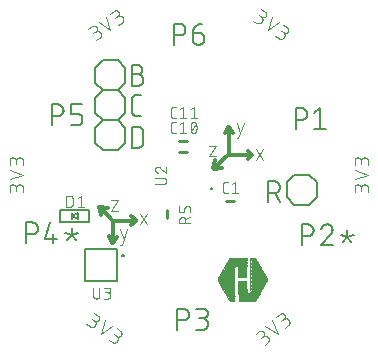
<source format=gbr>
G04 EAGLE Gerber RS-274X export*
G75*
%MOMM*%
%FSLAX34Y34*%
%LPD*%
%INSilkscreen Top*%
%IPPOS*%
%AMOC8*
5,1,8,0,0,1.08239X$1,22.5*%
G01*
%ADD10C,0.101600*%
%ADD11C,0.152400*%
%ADD12C,0.304800*%
%ADD13C,0.127000*%
%ADD14C,0.076200*%
%ADD15C,0.254000*%
%ADD16C,0.200000*%
%ADD17C,0.150000*%
%ADD18R,0.259075X0.015238*%
%ADD19R,1.310638X0.015238*%
%ADD20R,0.015238X0.015238*%
%ADD21R,0.304800X0.015238*%
%ADD22R,1.356356X0.015238*%
%ADD23R,0.335275X0.015238*%
%ADD24R,1.402075X0.015238*%
%ADD25R,0.365756X0.015238*%
%ADD26R,1.417319X0.015238*%
%ADD27R,0.381000X0.015238*%
%ADD28R,1.447800X0.015238*%
%ADD29R,0.396238X0.015238*%
%ADD30R,1.463037X0.015238*%
%ADD31R,0.411475X0.015238*%
%ADD32R,1.478275X0.015238*%
%ADD33R,0.426719X0.015238*%
%ADD34R,1.493519X0.015238*%
%ADD35R,0.441956X0.015238*%
%ADD36R,1.508756X0.015238*%
%ADD37R,0.457200X0.015238*%
%ADD38R,1.524000X0.015238*%
%ADD39R,0.472438X0.015238*%
%ADD40R,1.539238X0.015238*%
%ADD41R,0.487675X0.015238*%
%ADD42R,1.554475X0.015238*%
%ADD43R,0.502919X0.015238*%
%ADD44R,1.569719X0.015238*%
%ADD45R,0.518156X0.015238*%
%ADD46R,1.584956X0.015238*%
%ADD47R,0.533400X0.015238*%
%ADD48R,1.600200X0.015238*%
%ADD49R,0.548638X0.015238*%
%ADD50R,1.615438X0.015238*%
%ADD51R,0.563875X0.015238*%
%ADD52R,1.630675X0.015238*%
%ADD53R,0.579119X0.015238*%
%ADD54R,1.645919X0.015238*%
%ADD55R,0.594356X0.015238*%
%ADD56R,1.661156X0.015238*%
%ADD57R,0.609600X0.015238*%
%ADD58R,1.676400X0.015238*%
%ADD59R,0.624838X0.015238*%
%ADD60R,1.691638X0.015238*%
%ADD61R,0.640075X0.015238*%
%ADD62R,1.706875X0.015238*%
%ADD63R,0.655319X0.015238*%
%ADD64R,1.722119X0.015238*%
%ADD65R,0.670556X0.015238*%
%ADD66R,1.737356X0.015238*%
%ADD67R,0.685800X0.015238*%
%ADD68R,1.752600X0.015238*%
%ADD69R,0.701037X0.015238*%
%ADD70R,0.716275X0.015238*%
%ADD71R,0.731519X0.015238*%
%ADD72R,1.767838X0.015238*%
%ADD73R,1.783075X0.015238*%
%ADD74R,0.746756X0.015238*%
%ADD75R,1.798319X0.015238*%
%ADD76R,0.030481X0.015238*%
%ADD77R,0.762000X0.015238*%
%ADD78R,0.807719X0.015238*%
%ADD79R,0.868681X0.015238*%
%ADD80R,0.777238X0.015238*%
%ADD81R,0.853438X0.015238*%
%ADD82R,0.838200X0.015238*%
%ADD83R,0.792475X0.015238*%
%ADD84R,0.822963X0.015238*%
%ADD85R,0.822956X0.015238*%
%ADD86R,0.868675X0.015238*%
%ADD87R,0.883919X0.015238*%
%ADD88R,0.899156X0.015238*%
%ADD89R,0.914400X0.015238*%
%ADD90R,0.929638X0.015238*%
%ADD91R,0.944875X0.015238*%
%ADD92R,0.960119X0.015238*%
%ADD93R,0.975356X0.015238*%
%ADD94R,0.990600X0.015238*%
%ADD95R,1.005837X0.015238*%
%ADD96R,1.021075X0.015238*%
%ADD97R,1.036319X0.015238*%
%ADD98R,1.051556X0.015238*%
%ADD99R,1.066800X0.015238*%
%ADD100R,1.082037X0.015238*%
%ADD101R,1.097275X0.015238*%
%ADD102R,1.112519X0.015238*%
%ADD103R,1.127756X0.015238*%
%ADD104R,1.143000X0.015238*%
%ADD105R,1.158238X0.015238*%
%ADD106R,1.173475X0.015238*%
%ADD107R,1.188719X0.015238*%
%ADD108R,1.203956X0.015238*%
%ADD109R,1.219200X0.015238*%
%ADD110R,1.234438X0.015238*%
%ADD111R,1.249675X0.015238*%
%ADD112R,1.264919X0.015238*%
%ADD113R,1.280156X0.015238*%
%ADD114R,1.295400X0.015238*%
%ADD115R,1.325875X0.015238*%
%ADD116R,0.670563X0.015238*%
%ADD117R,1.341119X0.015238*%
%ADD118R,1.371600X0.015238*%
%ADD119R,1.386838X0.015238*%
%ADD120R,0.045719X0.015238*%
%ADD121R,0.060956X0.015238*%
%ADD122R,1.432556X0.015238*%
%ADD123R,0.106681X0.015238*%
%ADD124R,0.121919X0.015238*%
%ADD125R,0.152400X0.015238*%
%ADD126R,0.182875X0.015238*%
%ADD127R,0.030475X0.015238*%
%ADD128R,0.213363X0.015238*%
%ADD129R,0.076200X0.015238*%
%ADD130R,0.320038X0.015238*%
%ADD131R,0.243838X0.015238*%
%ADD132R,0.106675X0.015238*%
%ADD133R,0.274319X0.015238*%
%ADD134R,0.259081X0.015238*%
%ADD135R,0.198119X0.015238*%
%ADD136R,0.228600X0.015238*%


D10*
X151892Y136137D02*
X151892Y139383D01*
X151890Y139496D01*
X151884Y139609D01*
X151874Y139722D01*
X151860Y139835D01*
X151843Y139947D01*
X151821Y140058D01*
X151796Y140168D01*
X151766Y140278D01*
X151733Y140386D01*
X151696Y140493D01*
X151656Y140599D01*
X151611Y140703D01*
X151563Y140806D01*
X151512Y140907D01*
X151457Y141006D01*
X151399Y141103D01*
X151337Y141198D01*
X151272Y141291D01*
X151204Y141381D01*
X151133Y141469D01*
X151058Y141555D01*
X150981Y141638D01*
X150901Y141718D01*
X150818Y141795D01*
X150732Y141870D01*
X150644Y141941D01*
X150554Y142009D01*
X150461Y142074D01*
X150366Y142136D01*
X150269Y142194D01*
X150170Y142249D01*
X150069Y142300D01*
X149966Y142348D01*
X149862Y142393D01*
X149756Y142433D01*
X149649Y142470D01*
X149541Y142503D01*
X149431Y142533D01*
X149321Y142558D01*
X149210Y142580D01*
X149098Y142597D01*
X148985Y142611D01*
X148872Y142621D01*
X148759Y142627D01*
X148646Y142629D01*
X148533Y142627D01*
X148420Y142621D01*
X148307Y142611D01*
X148194Y142597D01*
X148082Y142580D01*
X147971Y142558D01*
X147861Y142533D01*
X147751Y142503D01*
X147643Y142470D01*
X147536Y142433D01*
X147430Y142393D01*
X147326Y142348D01*
X147223Y142300D01*
X147122Y142249D01*
X147023Y142194D01*
X146926Y142136D01*
X146831Y142074D01*
X146738Y142009D01*
X146648Y141941D01*
X146560Y141870D01*
X146474Y141795D01*
X146391Y141718D01*
X146311Y141638D01*
X146234Y141555D01*
X146159Y141469D01*
X146088Y141381D01*
X146020Y141291D01*
X145955Y141198D01*
X145893Y141103D01*
X145835Y141006D01*
X145780Y140907D01*
X145729Y140806D01*
X145681Y140703D01*
X145636Y140599D01*
X145596Y140493D01*
X145559Y140386D01*
X145526Y140278D01*
X145496Y140168D01*
X145471Y140058D01*
X145449Y139947D01*
X145432Y139835D01*
X145418Y139722D01*
X145408Y139609D01*
X145402Y139496D01*
X145400Y139383D01*
X140208Y140032D02*
X140208Y136137D01*
X140208Y140032D02*
X140210Y140133D01*
X140216Y140233D01*
X140226Y140333D01*
X140239Y140433D01*
X140257Y140532D01*
X140278Y140631D01*
X140303Y140728D01*
X140332Y140825D01*
X140365Y140920D01*
X140401Y141014D01*
X140441Y141106D01*
X140484Y141197D01*
X140531Y141286D01*
X140581Y141373D01*
X140635Y141459D01*
X140692Y141542D01*
X140752Y141622D01*
X140815Y141701D01*
X140882Y141777D01*
X140951Y141850D01*
X141023Y141920D01*
X141097Y141988D01*
X141174Y142053D01*
X141254Y142114D01*
X141336Y142173D01*
X141420Y142228D01*
X141506Y142280D01*
X141594Y142329D01*
X141684Y142374D01*
X141776Y142416D01*
X141869Y142454D01*
X141964Y142488D01*
X142059Y142519D01*
X142156Y142546D01*
X142254Y142569D01*
X142353Y142589D01*
X142453Y142604D01*
X142553Y142616D01*
X142653Y142624D01*
X142754Y142628D01*
X142854Y142628D01*
X142955Y142624D01*
X143055Y142616D01*
X143155Y142604D01*
X143255Y142589D01*
X143354Y142569D01*
X143452Y142546D01*
X143549Y142519D01*
X143644Y142488D01*
X143739Y142454D01*
X143832Y142416D01*
X143924Y142374D01*
X144014Y142329D01*
X144102Y142280D01*
X144188Y142228D01*
X144272Y142173D01*
X144354Y142114D01*
X144434Y142053D01*
X144511Y141988D01*
X144585Y141920D01*
X144657Y141850D01*
X144726Y141777D01*
X144793Y141701D01*
X144856Y141622D01*
X144916Y141542D01*
X144973Y141459D01*
X145027Y141373D01*
X145077Y141286D01*
X145124Y141197D01*
X145167Y141106D01*
X145207Y141014D01*
X145243Y140920D01*
X145276Y140825D01*
X145305Y140728D01*
X145330Y140631D01*
X145351Y140532D01*
X145369Y140433D01*
X145382Y140333D01*
X145392Y140233D01*
X145398Y140133D01*
X145400Y140032D01*
X145401Y140032D02*
X145401Y137435D01*
X140208Y146918D02*
X151892Y150813D01*
X140208Y154707D01*
X151892Y158997D02*
X151892Y162242D01*
X151890Y162355D01*
X151884Y162468D01*
X151874Y162581D01*
X151860Y162694D01*
X151843Y162806D01*
X151821Y162917D01*
X151796Y163027D01*
X151766Y163137D01*
X151733Y163245D01*
X151696Y163352D01*
X151656Y163458D01*
X151611Y163562D01*
X151563Y163665D01*
X151512Y163766D01*
X151457Y163865D01*
X151399Y163962D01*
X151337Y164057D01*
X151272Y164150D01*
X151204Y164240D01*
X151133Y164328D01*
X151058Y164414D01*
X150981Y164497D01*
X150901Y164577D01*
X150818Y164654D01*
X150732Y164729D01*
X150644Y164800D01*
X150554Y164868D01*
X150461Y164933D01*
X150366Y164995D01*
X150269Y165053D01*
X150170Y165108D01*
X150069Y165159D01*
X149966Y165207D01*
X149862Y165252D01*
X149756Y165292D01*
X149649Y165329D01*
X149541Y165362D01*
X149431Y165392D01*
X149321Y165417D01*
X149210Y165439D01*
X149098Y165456D01*
X148985Y165470D01*
X148872Y165480D01*
X148759Y165486D01*
X148646Y165488D01*
X148533Y165486D01*
X148420Y165480D01*
X148307Y165470D01*
X148194Y165456D01*
X148082Y165439D01*
X147971Y165417D01*
X147861Y165392D01*
X147751Y165362D01*
X147643Y165329D01*
X147536Y165292D01*
X147430Y165252D01*
X147326Y165207D01*
X147223Y165159D01*
X147122Y165108D01*
X147023Y165053D01*
X146926Y164995D01*
X146831Y164933D01*
X146738Y164868D01*
X146648Y164800D01*
X146560Y164729D01*
X146474Y164654D01*
X146391Y164577D01*
X146311Y164497D01*
X146234Y164414D01*
X146159Y164328D01*
X146088Y164240D01*
X146020Y164150D01*
X145955Y164057D01*
X145893Y163962D01*
X145835Y163865D01*
X145780Y163766D01*
X145729Y163665D01*
X145681Y163562D01*
X145636Y163458D01*
X145596Y163352D01*
X145559Y163245D01*
X145526Y163137D01*
X145496Y163027D01*
X145471Y162917D01*
X145449Y162806D01*
X145432Y162694D01*
X145418Y162581D01*
X145408Y162468D01*
X145402Y162355D01*
X145400Y162242D01*
X140208Y162892D02*
X140208Y158997D01*
X140208Y162892D02*
X140210Y162993D01*
X140216Y163093D01*
X140226Y163193D01*
X140239Y163293D01*
X140257Y163392D01*
X140278Y163491D01*
X140303Y163588D01*
X140332Y163685D01*
X140365Y163780D01*
X140401Y163874D01*
X140441Y163966D01*
X140484Y164057D01*
X140531Y164146D01*
X140581Y164233D01*
X140635Y164319D01*
X140692Y164402D01*
X140752Y164482D01*
X140815Y164561D01*
X140882Y164637D01*
X140951Y164710D01*
X141023Y164780D01*
X141097Y164848D01*
X141174Y164913D01*
X141254Y164974D01*
X141336Y165033D01*
X141420Y165088D01*
X141506Y165140D01*
X141594Y165189D01*
X141684Y165234D01*
X141776Y165276D01*
X141869Y165314D01*
X141964Y165348D01*
X142059Y165379D01*
X142156Y165406D01*
X142254Y165429D01*
X142353Y165449D01*
X142453Y165464D01*
X142553Y165476D01*
X142653Y165484D01*
X142754Y165488D01*
X142854Y165488D01*
X142955Y165484D01*
X143055Y165476D01*
X143155Y165464D01*
X143255Y165449D01*
X143354Y165429D01*
X143452Y165406D01*
X143549Y165379D01*
X143644Y165348D01*
X143739Y165314D01*
X143832Y165276D01*
X143924Y165234D01*
X144014Y165189D01*
X144102Y165140D01*
X144188Y165088D01*
X144272Y165033D01*
X144354Y164974D01*
X144434Y164913D01*
X144511Y164848D01*
X144585Y164780D01*
X144657Y164710D01*
X144726Y164637D01*
X144793Y164561D01*
X144856Y164482D01*
X144916Y164402D01*
X144973Y164319D01*
X145027Y164233D01*
X145077Y164146D01*
X145124Y164057D01*
X145167Y163966D01*
X145207Y163874D01*
X145243Y163780D01*
X145276Y163685D01*
X145305Y163588D01*
X145330Y163491D01*
X145351Y163392D01*
X145369Y163293D01*
X145382Y163193D01*
X145392Y163093D01*
X145398Y162993D01*
X145400Y162892D01*
X145401Y162892D02*
X145401Y160295D01*
X66437Y8815D02*
X63951Y6729D01*
X66437Y8814D02*
X66523Y8889D01*
X66606Y8966D01*
X66686Y9046D01*
X66763Y9129D01*
X66838Y9214D01*
X66909Y9303D01*
X66977Y9393D01*
X67042Y9486D01*
X67104Y9581D01*
X67162Y9678D01*
X67217Y9777D01*
X67268Y9878D01*
X67316Y9981D01*
X67361Y10085D01*
X67401Y10191D01*
X67438Y10298D01*
X67471Y10406D01*
X67501Y10516D01*
X67526Y10626D01*
X67548Y10737D01*
X67565Y10849D01*
X67579Y10962D01*
X67589Y11075D01*
X67595Y11188D01*
X67597Y11301D01*
X67595Y11414D01*
X67589Y11527D01*
X67579Y11640D01*
X67565Y11753D01*
X67548Y11865D01*
X67526Y11976D01*
X67501Y12086D01*
X67471Y12196D01*
X67438Y12304D01*
X67401Y12411D01*
X67361Y12517D01*
X67316Y12621D01*
X67268Y12724D01*
X67217Y12825D01*
X67162Y12924D01*
X67104Y13021D01*
X67042Y13116D01*
X66977Y13209D01*
X66909Y13299D01*
X66838Y13387D01*
X66763Y13473D01*
X66686Y13556D01*
X66606Y13636D01*
X66523Y13713D01*
X66437Y13788D01*
X66349Y13859D01*
X66259Y13927D01*
X66166Y13992D01*
X66071Y14054D01*
X65974Y14112D01*
X65875Y14167D01*
X65774Y14218D01*
X65671Y14266D01*
X65567Y14311D01*
X65461Y14351D01*
X65354Y14388D01*
X65246Y14421D01*
X65136Y14451D01*
X65026Y14476D01*
X64915Y14498D01*
X64803Y14515D01*
X64690Y14529D01*
X64577Y14539D01*
X64464Y14545D01*
X64351Y14547D01*
X64238Y14545D01*
X64125Y14539D01*
X64012Y14529D01*
X63899Y14515D01*
X63787Y14498D01*
X63676Y14476D01*
X63566Y14451D01*
X63456Y14421D01*
X63348Y14388D01*
X63241Y14351D01*
X63135Y14311D01*
X63031Y14266D01*
X62928Y14218D01*
X62827Y14167D01*
X62728Y14112D01*
X62631Y14054D01*
X62536Y13992D01*
X62443Y13927D01*
X62353Y13859D01*
X62264Y13788D01*
X59424Y18183D02*
X56440Y15679D01*
X59424Y18183D02*
X59503Y18246D01*
X59583Y18306D01*
X59666Y18363D01*
X59752Y18417D01*
X59839Y18467D01*
X59928Y18514D01*
X60019Y18557D01*
X60111Y18597D01*
X60205Y18633D01*
X60300Y18666D01*
X60397Y18695D01*
X60494Y18720D01*
X60593Y18741D01*
X60692Y18759D01*
X60792Y18772D01*
X60892Y18782D01*
X60992Y18788D01*
X61093Y18790D01*
X61194Y18788D01*
X61294Y18782D01*
X61394Y18772D01*
X61494Y18759D01*
X61593Y18741D01*
X61692Y18720D01*
X61789Y18695D01*
X61886Y18666D01*
X61981Y18633D01*
X62075Y18597D01*
X62167Y18557D01*
X62258Y18514D01*
X62347Y18467D01*
X62434Y18417D01*
X62520Y18363D01*
X62603Y18306D01*
X62683Y18246D01*
X62762Y18183D01*
X62838Y18116D01*
X62911Y18047D01*
X62981Y17975D01*
X63049Y17901D01*
X63114Y17824D01*
X63175Y17744D01*
X63234Y17662D01*
X63289Y17578D01*
X63341Y17492D01*
X63390Y17404D01*
X63435Y17314D01*
X63477Y17222D01*
X63515Y17129D01*
X63549Y17034D01*
X63580Y16939D01*
X63607Y16842D01*
X63630Y16744D01*
X63650Y16645D01*
X63665Y16545D01*
X63677Y16445D01*
X63685Y16345D01*
X63689Y16244D01*
X63689Y16144D01*
X63685Y16043D01*
X63677Y15943D01*
X63665Y15843D01*
X63650Y15743D01*
X63630Y15644D01*
X63607Y15546D01*
X63580Y15449D01*
X63549Y15354D01*
X63515Y15259D01*
X63477Y15166D01*
X63435Y15074D01*
X63390Y14984D01*
X63341Y14896D01*
X63289Y14810D01*
X63234Y14726D01*
X63175Y14644D01*
X63114Y14564D01*
X63049Y14487D01*
X62981Y14413D01*
X62911Y14341D01*
X62838Y14272D01*
X62762Y14205D01*
X60773Y12536D01*
X64699Y22609D02*
X75193Y16162D01*
X70666Y27616D01*
X81462Y21423D02*
X83948Y23509D01*
X83948Y23508D02*
X84034Y23583D01*
X84117Y23660D01*
X84197Y23740D01*
X84274Y23823D01*
X84349Y23908D01*
X84420Y23997D01*
X84488Y24087D01*
X84553Y24180D01*
X84615Y24275D01*
X84673Y24372D01*
X84728Y24471D01*
X84779Y24572D01*
X84827Y24675D01*
X84872Y24779D01*
X84912Y24885D01*
X84949Y24992D01*
X84982Y25100D01*
X85012Y25210D01*
X85037Y25320D01*
X85059Y25431D01*
X85076Y25543D01*
X85090Y25656D01*
X85100Y25769D01*
X85106Y25882D01*
X85108Y25995D01*
X85106Y26108D01*
X85100Y26221D01*
X85090Y26334D01*
X85076Y26447D01*
X85059Y26559D01*
X85037Y26670D01*
X85012Y26780D01*
X84982Y26890D01*
X84949Y26998D01*
X84912Y27105D01*
X84872Y27211D01*
X84827Y27315D01*
X84779Y27418D01*
X84728Y27519D01*
X84673Y27618D01*
X84615Y27715D01*
X84553Y27810D01*
X84488Y27903D01*
X84420Y27993D01*
X84349Y28081D01*
X84274Y28167D01*
X84197Y28250D01*
X84117Y28330D01*
X84034Y28407D01*
X83948Y28482D01*
X83860Y28553D01*
X83770Y28621D01*
X83677Y28686D01*
X83582Y28748D01*
X83485Y28806D01*
X83386Y28861D01*
X83285Y28912D01*
X83182Y28960D01*
X83078Y29005D01*
X82972Y29045D01*
X82865Y29082D01*
X82757Y29115D01*
X82647Y29145D01*
X82537Y29170D01*
X82426Y29192D01*
X82314Y29209D01*
X82201Y29223D01*
X82088Y29233D01*
X81975Y29239D01*
X81862Y29241D01*
X81749Y29239D01*
X81636Y29233D01*
X81523Y29223D01*
X81410Y29209D01*
X81298Y29192D01*
X81187Y29170D01*
X81077Y29145D01*
X80967Y29115D01*
X80859Y29082D01*
X80752Y29045D01*
X80646Y29005D01*
X80542Y28960D01*
X80439Y28912D01*
X80338Y28861D01*
X80239Y28806D01*
X80142Y28748D01*
X80047Y28686D01*
X79954Y28621D01*
X79864Y28553D01*
X79775Y28482D01*
X76935Y32877D02*
X73952Y30373D01*
X76935Y32877D02*
X77014Y32940D01*
X77094Y33000D01*
X77177Y33057D01*
X77263Y33111D01*
X77350Y33161D01*
X77439Y33208D01*
X77530Y33251D01*
X77622Y33291D01*
X77716Y33327D01*
X77811Y33360D01*
X77908Y33389D01*
X78005Y33414D01*
X78104Y33435D01*
X78203Y33453D01*
X78303Y33466D01*
X78403Y33476D01*
X78503Y33482D01*
X78604Y33484D01*
X78705Y33482D01*
X78805Y33476D01*
X78905Y33466D01*
X79005Y33453D01*
X79104Y33435D01*
X79203Y33414D01*
X79300Y33389D01*
X79397Y33360D01*
X79492Y33327D01*
X79586Y33291D01*
X79678Y33251D01*
X79769Y33208D01*
X79858Y33161D01*
X79945Y33111D01*
X80031Y33057D01*
X80114Y33000D01*
X80194Y32940D01*
X80273Y32877D01*
X80349Y32810D01*
X80422Y32741D01*
X80492Y32669D01*
X80560Y32595D01*
X80625Y32518D01*
X80686Y32438D01*
X80745Y32356D01*
X80800Y32272D01*
X80852Y32186D01*
X80901Y32098D01*
X80946Y32008D01*
X80988Y31916D01*
X81026Y31823D01*
X81060Y31728D01*
X81091Y31633D01*
X81118Y31536D01*
X81141Y31438D01*
X81161Y31339D01*
X81176Y31239D01*
X81188Y31139D01*
X81196Y31039D01*
X81200Y30938D01*
X81200Y30838D01*
X81196Y30737D01*
X81188Y30637D01*
X81176Y30537D01*
X81161Y30437D01*
X81141Y30338D01*
X81118Y30240D01*
X81091Y30143D01*
X81060Y30048D01*
X81026Y29953D01*
X80988Y29860D01*
X80946Y29768D01*
X80901Y29678D01*
X80852Y29590D01*
X80800Y29504D01*
X80745Y29420D01*
X80686Y29338D01*
X80625Y29258D01*
X80560Y29181D01*
X80492Y29107D01*
X80422Y29035D01*
X80349Y28966D01*
X80273Y28899D01*
X78284Y27230D01*
X-84151Y22408D02*
X-86810Y24270D01*
X-84152Y22408D02*
X-84058Y22345D01*
X-83962Y22285D01*
X-83864Y22228D01*
X-83764Y22175D01*
X-83662Y22125D01*
X-83558Y22079D01*
X-83453Y22037D01*
X-83347Y21998D01*
X-83239Y21963D01*
X-83130Y21932D01*
X-83020Y21904D01*
X-82909Y21881D01*
X-82798Y21861D01*
X-82686Y21845D01*
X-82573Y21833D01*
X-82460Y21825D01*
X-82347Y21821D01*
X-82233Y21821D01*
X-82120Y21825D01*
X-82007Y21833D01*
X-81894Y21845D01*
X-81782Y21861D01*
X-81671Y21881D01*
X-81560Y21904D01*
X-81450Y21932D01*
X-81341Y21963D01*
X-81233Y21998D01*
X-81127Y22037D01*
X-81022Y22079D01*
X-80918Y22125D01*
X-80816Y22175D01*
X-80716Y22228D01*
X-80618Y22285D01*
X-80522Y22345D01*
X-80428Y22408D01*
X-80337Y22475D01*
X-80247Y22544D01*
X-80160Y22617D01*
X-80076Y22693D01*
X-79995Y22772D01*
X-79916Y22853D01*
X-79840Y22937D01*
X-79767Y23024D01*
X-79698Y23114D01*
X-79631Y23205D01*
X-79568Y23299D01*
X-79508Y23395D01*
X-79451Y23493D01*
X-79398Y23593D01*
X-79348Y23695D01*
X-79302Y23799D01*
X-79260Y23904D01*
X-79221Y24010D01*
X-79186Y24118D01*
X-79155Y24227D01*
X-79127Y24337D01*
X-79104Y24448D01*
X-79084Y24559D01*
X-79068Y24671D01*
X-79056Y24784D01*
X-79048Y24897D01*
X-79044Y25010D01*
X-79044Y25124D01*
X-79048Y25237D01*
X-79056Y25350D01*
X-79068Y25463D01*
X-79084Y25575D01*
X-79104Y25686D01*
X-79127Y25797D01*
X-79155Y25907D01*
X-79186Y26016D01*
X-79221Y26124D01*
X-79260Y26230D01*
X-79302Y26335D01*
X-79348Y26439D01*
X-79398Y26541D01*
X-79451Y26641D01*
X-79508Y26739D01*
X-79568Y26835D01*
X-79631Y26929D01*
X-79698Y27020D01*
X-79767Y27110D01*
X-79840Y27197D01*
X-79916Y27281D01*
X-79995Y27362D01*
X-80076Y27441D01*
X-80160Y27517D01*
X-80247Y27590D01*
X-80336Y27659D01*
X-80428Y27726D01*
X-76918Y31607D02*
X-80108Y33840D01*
X-76918Y31607D02*
X-76837Y31547D01*
X-76758Y31485D01*
X-76681Y31419D01*
X-76607Y31351D01*
X-76536Y31280D01*
X-76468Y31206D01*
X-76402Y31129D01*
X-76340Y31050D01*
X-76280Y30969D01*
X-76224Y30885D01*
X-76171Y30800D01*
X-76122Y30712D01*
X-76076Y30623D01*
X-76033Y30531D01*
X-75994Y30438D01*
X-75959Y30344D01*
X-75927Y30249D01*
X-75899Y30152D01*
X-75875Y30054D01*
X-75855Y29956D01*
X-75838Y29856D01*
X-75826Y29756D01*
X-75817Y29656D01*
X-75812Y29555D01*
X-75811Y29455D01*
X-75814Y29354D01*
X-75821Y29254D01*
X-75832Y29154D01*
X-75846Y29054D01*
X-75865Y28955D01*
X-75887Y28857D01*
X-75913Y28760D01*
X-75943Y28663D01*
X-75976Y28569D01*
X-76013Y28475D01*
X-76054Y28383D01*
X-76099Y28292D01*
X-76146Y28204D01*
X-76198Y28117D01*
X-76252Y28033D01*
X-76310Y27950D01*
X-76371Y27870D01*
X-76435Y27792D01*
X-76502Y27717D01*
X-76571Y27644D01*
X-76644Y27575D01*
X-76719Y27508D01*
X-76797Y27444D01*
X-76877Y27383D01*
X-76960Y27325D01*
X-77044Y27271D01*
X-77131Y27219D01*
X-77219Y27172D01*
X-77310Y27127D01*
X-77402Y27086D01*
X-77495Y27049D01*
X-77590Y27016D01*
X-77687Y26986D01*
X-77784Y26960D01*
X-77882Y26938D01*
X-77981Y26919D01*
X-78081Y26905D01*
X-78181Y26894D01*
X-78281Y26887D01*
X-78382Y26884D01*
X-78482Y26885D01*
X-78583Y26890D01*
X-78683Y26899D01*
X-78783Y26911D01*
X-78883Y26928D01*
X-78981Y26948D01*
X-79079Y26972D01*
X-79176Y27000D01*
X-79271Y27032D01*
X-79365Y27067D01*
X-79458Y27106D01*
X-79550Y27149D01*
X-79639Y27195D01*
X-79727Y27244D01*
X-79812Y27297D01*
X-79896Y27353D01*
X-82023Y28842D01*
X-71277Y27657D02*
X-74788Y15852D01*
X-64896Y23189D01*
X-68084Y11158D02*
X-65425Y9296D01*
X-65426Y9296D02*
X-65332Y9233D01*
X-65236Y9173D01*
X-65138Y9116D01*
X-65038Y9063D01*
X-64936Y9013D01*
X-64832Y8967D01*
X-64727Y8925D01*
X-64621Y8886D01*
X-64513Y8851D01*
X-64404Y8820D01*
X-64294Y8792D01*
X-64183Y8769D01*
X-64072Y8749D01*
X-63960Y8733D01*
X-63847Y8721D01*
X-63734Y8713D01*
X-63621Y8709D01*
X-63507Y8709D01*
X-63394Y8713D01*
X-63281Y8721D01*
X-63168Y8733D01*
X-63056Y8749D01*
X-62945Y8769D01*
X-62834Y8792D01*
X-62724Y8820D01*
X-62615Y8851D01*
X-62507Y8886D01*
X-62401Y8925D01*
X-62296Y8967D01*
X-62192Y9013D01*
X-62090Y9063D01*
X-61990Y9116D01*
X-61892Y9173D01*
X-61796Y9233D01*
X-61702Y9296D01*
X-61611Y9363D01*
X-61521Y9432D01*
X-61434Y9505D01*
X-61350Y9581D01*
X-61269Y9660D01*
X-61190Y9741D01*
X-61114Y9825D01*
X-61041Y9912D01*
X-60972Y10002D01*
X-60905Y10093D01*
X-60842Y10187D01*
X-60782Y10283D01*
X-60725Y10381D01*
X-60672Y10481D01*
X-60622Y10583D01*
X-60576Y10687D01*
X-60534Y10792D01*
X-60495Y10898D01*
X-60460Y11006D01*
X-60429Y11115D01*
X-60401Y11225D01*
X-60378Y11336D01*
X-60358Y11447D01*
X-60342Y11559D01*
X-60330Y11672D01*
X-60322Y11785D01*
X-60318Y11898D01*
X-60318Y12012D01*
X-60322Y12125D01*
X-60330Y12238D01*
X-60342Y12351D01*
X-60358Y12463D01*
X-60378Y12574D01*
X-60401Y12685D01*
X-60429Y12795D01*
X-60460Y12904D01*
X-60495Y13012D01*
X-60534Y13118D01*
X-60576Y13223D01*
X-60622Y13327D01*
X-60672Y13429D01*
X-60725Y13529D01*
X-60782Y13627D01*
X-60842Y13723D01*
X-60905Y13817D01*
X-60972Y13908D01*
X-61041Y13998D01*
X-61114Y14085D01*
X-61190Y14169D01*
X-61269Y14250D01*
X-61350Y14329D01*
X-61434Y14405D01*
X-61521Y14478D01*
X-61610Y14547D01*
X-61702Y14614D01*
X-58192Y18495D02*
X-61382Y20728D01*
X-58192Y18495D02*
X-58111Y18435D01*
X-58032Y18373D01*
X-57955Y18307D01*
X-57881Y18239D01*
X-57810Y18168D01*
X-57742Y18094D01*
X-57676Y18017D01*
X-57614Y17938D01*
X-57554Y17857D01*
X-57498Y17773D01*
X-57445Y17688D01*
X-57396Y17600D01*
X-57350Y17511D01*
X-57307Y17419D01*
X-57268Y17326D01*
X-57233Y17232D01*
X-57201Y17137D01*
X-57173Y17040D01*
X-57149Y16942D01*
X-57129Y16844D01*
X-57112Y16744D01*
X-57100Y16644D01*
X-57091Y16544D01*
X-57086Y16443D01*
X-57085Y16343D01*
X-57088Y16242D01*
X-57095Y16142D01*
X-57106Y16042D01*
X-57120Y15942D01*
X-57139Y15843D01*
X-57161Y15745D01*
X-57187Y15648D01*
X-57217Y15551D01*
X-57250Y15457D01*
X-57287Y15363D01*
X-57328Y15271D01*
X-57373Y15180D01*
X-57420Y15092D01*
X-57472Y15005D01*
X-57526Y14921D01*
X-57584Y14838D01*
X-57645Y14758D01*
X-57709Y14680D01*
X-57776Y14605D01*
X-57845Y14532D01*
X-57918Y14463D01*
X-57993Y14396D01*
X-58071Y14332D01*
X-58151Y14271D01*
X-58234Y14213D01*
X-58318Y14159D01*
X-58405Y14107D01*
X-58493Y14060D01*
X-58584Y14015D01*
X-58676Y13974D01*
X-58769Y13937D01*
X-58864Y13904D01*
X-58961Y13874D01*
X-59058Y13848D01*
X-59156Y13826D01*
X-59255Y13807D01*
X-59355Y13793D01*
X-59455Y13782D01*
X-59555Y13775D01*
X-59656Y13772D01*
X-59756Y13773D01*
X-59857Y13778D01*
X-59957Y13787D01*
X-60057Y13799D01*
X-60157Y13816D01*
X-60255Y13836D01*
X-60353Y13860D01*
X-60450Y13888D01*
X-60545Y13920D01*
X-60639Y13955D01*
X-60732Y13994D01*
X-60824Y14037D01*
X-60913Y14083D01*
X-61001Y14132D01*
X-61086Y14185D01*
X-61170Y14241D01*
X-63297Y15730D01*
X-140208Y136137D02*
X-140208Y139383D01*
X-140210Y139496D01*
X-140216Y139609D01*
X-140226Y139722D01*
X-140240Y139835D01*
X-140257Y139947D01*
X-140279Y140058D01*
X-140304Y140168D01*
X-140334Y140278D01*
X-140367Y140386D01*
X-140404Y140493D01*
X-140444Y140599D01*
X-140489Y140703D01*
X-140537Y140806D01*
X-140588Y140907D01*
X-140643Y141006D01*
X-140701Y141103D01*
X-140763Y141198D01*
X-140828Y141291D01*
X-140896Y141381D01*
X-140967Y141469D01*
X-141042Y141555D01*
X-141119Y141638D01*
X-141199Y141718D01*
X-141282Y141795D01*
X-141368Y141870D01*
X-141456Y141941D01*
X-141546Y142009D01*
X-141639Y142074D01*
X-141734Y142136D01*
X-141831Y142194D01*
X-141930Y142249D01*
X-142031Y142300D01*
X-142134Y142348D01*
X-142238Y142393D01*
X-142344Y142433D01*
X-142451Y142470D01*
X-142559Y142503D01*
X-142669Y142533D01*
X-142779Y142558D01*
X-142890Y142580D01*
X-143002Y142597D01*
X-143115Y142611D01*
X-143228Y142621D01*
X-143341Y142627D01*
X-143454Y142629D01*
X-143567Y142627D01*
X-143680Y142621D01*
X-143793Y142611D01*
X-143906Y142597D01*
X-144018Y142580D01*
X-144129Y142558D01*
X-144239Y142533D01*
X-144349Y142503D01*
X-144457Y142470D01*
X-144564Y142433D01*
X-144670Y142393D01*
X-144774Y142348D01*
X-144877Y142300D01*
X-144978Y142249D01*
X-145077Y142194D01*
X-145174Y142136D01*
X-145269Y142074D01*
X-145362Y142009D01*
X-145452Y141941D01*
X-145540Y141870D01*
X-145626Y141795D01*
X-145709Y141718D01*
X-145789Y141638D01*
X-145866Y141555D01*
X-145941Y141469D01*
X-146012Y141381D01*
X-146080Y141291D01*
X-146145Y141198D01*
X-146207Y141103D01*
X-146265Y141006D01*
X-146320Y140907D01*
X-146371Y140806D01*
X-146419Y140703D01*
X-146464Y140599D01*
X-146504Y140493D01*
X-146541Y140386D01*
X-146574Y140278D01*
X-146604Y140168D01*
X-146629Y140058D01*
X-146651Y139947D01*
X-146668Y139835D01*
X-146682Y139722D01*
X-146692Y139609D01*
X-146698Y139496D01*
X-146700Y139383D01*
X-151892Y140032D02*
X-151892Y136137D01*
X-151892Y140032D02*
X-151890Y140133D01*
X-151884Y140233D01*
X-151874Y140333D01*
X-151861Y140433D01*
X-151843Y140532D01*
X-151822Y140631D01*
X-151797Y140728D01*
X-151768Y140825D01*
X-151735Y140920D01*
X-151699Y141014D01*
X-151659Y141106D01*
X-151616Y141197D01*
X-151569Y141286D01*
X-151519Y141373D01*
X-151465Y141459D01*
X-151408Y141542D01*
X-151348Y141622D01*
X-151285Y141701D01*
X-151218Y141777D01*
X-151149Y141850D01*
X-151077Y141920D01*
X-151003Y141988D01*
X-150926Y142053D01*
X-150846Y142114D01*
X-150764Y142173D01*
X-150680Y142228D01*
X-150594Y142280D01*
X-150506Y142329D01*
X-150416Y142374D01*
X-150324Y142416D01*
X-150231Y142454D01*
X-150136Y142488D01*
X-150041Y142519D01*
X-149944Y142546D01*
X-149846Y142569D01*
X-149747Y142589D01*
X-149647Y142604D01*
X-149547Y142616D01*
X-149447Y142624D01*
X-149346Y142628D01*
X-149246Y142628D01*
X-149145Y142624D01*
X-149045Y142616D01*
X-148945Y142604D01*
X-148845Y142589D01*
X-148746Y142569D01*
X-148648Y142546D01*
X-148551Y142519D01*
X-148456Y142488D01*
X-148361Y142454D01*
X-148268Y142416D01*
X-148176Y142374D01*
X-148086Y142329D01*
X-147998Y142280D01*
X-147912Y142228D01*
X-147828Y142173D01*
X-147746Y142114D01*
X-147666Y142053D01*
X-147589Y141988D01*
X-147515Y141920D01*
X-147443Y141850D01*
X-147374Y141777D01*
X-147307Y141701D01*
X-147244Y141622D01*
X-147184Y141542D01*
X-147127Y141459D01*
X-147073Y141373D01*
X-147023Y141286D01*
X-146976Y141197D01*
X-146933Y141106D01*
X-146893Y141014D01*
X-146857Y140920D01*
X-146824Y140825D01*
X-146795Y140728D01*
X-146770Y140631D01*
X-146749Y140532D01*
X-146731Y140433D01*
X-146718Y140333D01*
X-146708Y140233D01*
X-146702Y140133D01*
X-146700Y140032D01*
X-146699Y140032D02*
X-146699Y137435D01*
X-151892Y146918D02*
X-140208Y150813D01*
X-151892Y154707D01*
X-140208Y158997D02*
X-140208Y162242D01*
X-140210Y162355D01*
X-140216Y162468D01*
X-140226Y162581D01*
X-140240Y162694D01*
X-140257Y162806D01*
X-140279Y162917D01*
X-140304Y163027D01*
X-140334Y163137D01*
X-140367Y163245D01*
X-140404Y163352D01*
X-140444Y163458D01*
X-140489Y163562D01*
X-140537Y163665D01*
X-140588Y163766D01*
X-140643Y163865D01*
X-140701Y163962D01*
X-140763Y164057D01*
X-140828Y164150D01*
X-140896Y164240D01*
X-140967Y164328D01*
X-141042Y164414D01*
X-141119Y164497D01*
X-141199Y164577D01*
X-141282Y164654D01*
X-141368Y164729D01*
X-141456Y164800D01*
X-141546Y164868D01*
X-141639Y164933D01*
X-141734Y164995D01*
X-141831Y165053D01*
X-141930Y165108D01*
X-142031Y165159D01*
X-142134Y165207D01*
X-142238Y165252D01*
X-142344Y165292D01*
X-142451Y165329D01*
X-142559Y165362D01*
X-142669Y165392D01*
X-142779Y165417D01*
X-142890Y165439D01*
X-143002Y165456D01*
X-143115Y165470D01*
X-143228Y165480D01*
X-143341Y165486D01*
X-143454Y165488D01*
X-143567Y165486D01*
X-143680Y165480D01*
X-143793Y165470D01*
X-143906Y165456D01*
X-144018Y165439D01*
X-144129Y165417D01*
X-144239Y165392D01*
X-144349Y165362D01*
X-144457Y165329D01*
X-144564Y165292D01*
X-144670Y165252D01*
X-144774Y165207D01*
X-144877Y165159D01*
X-144978Y165108D01*
X-145077Y165053D01*
X-145174Y164995D01*
X-145269Y164933D01*
X-145362Y164868D01*
X-145452Y164800D01*
X-145540Y164729D01*
X-145626Y164654D01*
X-145709Y164577D01*
X-145789Y164497D01*
X-145866Y164414D01*
X-145941Y164328D01*
X-146012Y164240D01*
X-146080Y164150D01*
X-146145Y164057D01*
X-146207Y163962D01*
X-146265Y163865D01*
X-146320Y163766D01*
X-146371Y163665D01*
X-146419Y163562D01*
X-146464Y163458D01*
X-146504Y163352D01*
X-146541Y163245D01*
X-146574Y163137D01*
X-146604Y163027D01*
X-146629Y162917D01*
X-146651Y162806D01*
X-146668Y162694D01*
X-146682Y162581D01*
X-146692Y162468D01*
X-146698Y162355D01*
X-146700Y162242D01*
X-151892Y162892D02*
X-151892Y158997D01*
X-151892Y162892D02*
X-151890Y162993D01*
X-151884Y163093D01*
X-151874Y163193D01*
X-151861Y163293D01*
X-151843Y163392D01*
X-151822Y163491D01*
X-151797Y163588D01*
X-151768Y163685D01*
X-151735Y163780D01*
X-151699Y163874D01*
X-151659Y163966D01*
X-151616Y164057D01*
X-151569Y164146D01*
X-151519Y164233D01*
X-151465Y164319D01*
X-151408Y164402D01*
X-151348Y164482D01*
X-151285Y164561D01*
X-151218Y164637D01*
X-151149Y164710D01*
X-151077Y164780D01*
X-151003Y164848D01*
X-150926Y164913D01*
X-150846Y164974D01*
X-150764Y165033D01*
X-150680Y165088D01*
X-150594Y165140D01*
X-150506Y165189D01*
X-150416Y165234D01*
X-150324Y165276D01*
X-150231Y165314D01*
X-150136Y165348D01*
X-150041Y165379D01*
X-149944Y165406D01*
X-149846Y165429D01*
X-149747Y165449D01*
X-149647Y165464D01*
X-149547Y165476D01*
X-149447Y165484D01*
X-149346Y165488D01*
X-149246Y165488D01*
X-149145Y165484D01*
X-149045Y165476D01*
X-148945Y165464D01*
X-148845Y165449D01*
X-148746Y165429D01*
X-148648Y165406D01*
X-148551Y165379D01*
X-148456Y165348D01*
X-148361Y165314D01*
X-148268Y165276D01*
X-148176Y165234D01*
X-148086Y165189D01*
X-147998Y165140D01*
X-147912Y165088D01*
X-147828Y165033D01*
X-147746Y164974D01*
X-147666Y164913D01*
X-147589Y164848D01*
X-147515Y164780D01*
X-147443Y164710D01*
X-147374Y164637D01*
X-147307Y164561D01*
X-147244Y164482D01*
X-147184Y164402D01*
X-147127Y164319D01*
X-147073Y164233D01*
X-147023Y164146D01*
X-146976Y164057D01*
X-146933Y163966D01*
X-146893Y163874D01*
X-146857Y163780D01*
X-146824Y163685D01*
X-146795Y163588D01*
X-146770Y163491D01*
X-146749Y163392D01*
X-146731Y163293D01*
X-146718Y163193D01*
X-146708Y163093D01*
X-146702Y162993D01*
X-146700Y162892D01*
X-146699Y162892D02*
X-146699Y160295D01*
D11*
X90251Y189548D02*
X90251Y207328D01*
X95190Y207328D01*
X95330Y207326D01*
X95469Y207320D01*
X95609Y207310D01*
X95748Y207296D01*
X95887Y207279D01*
X96025Y207257D01*
X96162Y207231D01*
X96299Y207202D01*
X96435Y207169D01*
X96569Y207132D01*
X96703Y207091D01*
X96835Y207046D01*
X96967Y206997D01*
X97096Y206945D01*
X97224Y206890D01*
X97351Y206830D01*
X97476Y206767D01*
X97599Y206701D01*
X97720Y206631D01*
X97839Y206558D01*
X97956Y206481D01*
X98070Y206401D01*
X98183Y206318D01*
X98293Y206232D01*
X98400Y206142D01*
X98505Y206050D01*
X98607Y205955D01*
X98707Y205857D01*
X98804Y205756D01*
X98898Y205652D01*
X98988Y205546D01*
X99076Y205437D01*
X99161Y205326D01*
X99242Y205212D01*
X99321Y205097D01*
X99396Y204979D01*
X99467Y204859D01*
X99535Y204736D01*
X99600Y204613D01*
X99661Y204487D01*
X99719Y204359D01*
X99773Y204231D01*
X99823Y204100D01*
X99870Y203968D01*
X99913Y203835D01*
X99952Y203701D01*
X99987Y203566D01*
X100018Y203430D01*
X100046Y203292D01*
X100069Y203155D01*
X100089Y203016D01*
X100105Y202877D01*
X100117Y202738D01*
X100125Y202599D01*
X100129Y202459D01*
X100129Y202319D01*
X100125Y202179D01*
X100117Y202040D01*
X100105Y201901D01*
X100089Y201762D01*
X100069Y201623D01*
X100046Y201486D01*
X100018Y201348D01*
X99987Y201212D01*
X99952Y201077D01*
X99913Y200943D01*
X99870Y200810D01*
X99823Y200678D01*
X99773Y200547D01*
X99719Y200419D01*
X99661Y200291D01*
X99600Y200165D01*
X99535Y200042D01*
X99467Y199920D01*
X99396Y199799D01*
X99321Y199681D01*
X99242Y199566D01*
X99161Y199452D01*
X99076Y199341D01*
X98988Y199232D01*
X98898Y199126D01*
X98804Y199022D01*
X98707Y198921D01*
X98607Y198823D01*
X98505Y198728D01*
X98400Y198636D01*
X98293Y198546D01*
X98183Y198460D01*
X98070Y198377D01*
X97956Y198297D01*
X97839Y198220D01*
X97720Y198147D01*
X97599Y198077D01*
X97476Y198011D01*
X97351Y197948D01*
X97224Y197888D01*
X97096Y197833D01*
X96967Y197781D01*
X96835Y197732D01*
X96703Y197687D01*
X96569Y197646D01*
X96435Y197609D01*
X96299Y197576D01*
X96162Y197547D01*
X96025Y197521D01*
X95887Y197499D01*
X95748Y197482D01*
X95609Y197468D01*
X95469Y197458D01*
X95330Y197452D01*
X95190Y197450D01*
X90251Y197450D01*
X106246Y203376D02*
X111185Y207328D01*
X111185Y189548D01*
X106246Y189548D02*
X116124Y189548D01*
X95637Y108903D02*
X95637Y91123D01*
X95637Y108903D02*
X100576Y108903D01*
X100716Y108901D01*
X100855Y108895D01*
X100995Y108885D01*
X101134Y108871D01*
X101273Y108854D01*
X101411Y108832D01*
X101548Y108806D01*
X101685Y108777D01*
X101821Y108744D01*
X101955Y108707D01*
X102089Y108666D01*
X102221Y108621D01*
X102353Y108572D01*
X102482Y108520D01*
X102610Y108465D01*
X102737Y108405D01*
X102862Y108342D01*
X102985Y108276D01*
X103106Y108206D01*
X103225Y108133D01*
X103342Y108056D01*
X103456Y107976D01*
X103569Y107893D01*
X103679Y107807D01*
X103786Y107717D01*
X103891Y107625D01*
X103993Y107530D01*
X104093Y107432D01*
X104190Y107331D01*
X104284Y107227D01*
X104374Y107121D01*
X104462Y107012D01*
X104547Y106901D01*
X104628Y106787D01*
X104707Y106672D01*
X104782Y106554D01*
X104853Y106434D01*
X104921Y106311D01*
X104986Y106188D01*
X105047Y106062D01*
X105105Y105934D01*
X105159Y105806D01*
X105209Y105675D01*
X105256Y105543D01*
X105299Y105410D01*
X105338Y105276D01*
X105373Y105141D01*
X105404Y105005D01*
X105432Y104867D01*
X105455Y104730D01*
X105475Y104591D01*
X105491Y104452D01*
X105503Y104313D01*
X105511Y104174D01*
X105515Y104034D01*
X105515Y103894D01*
X105511Y103754D01*
X105503Y103615D01*
X105491Y103476D01*
X105475Y103337D01*
X105455Y103198D01*
X105432Y103061D01*
X105404Y102923D01*
X105373Y102787D01*
X105338Y102652D01*
X105299Y102518D01*
X105256Y102385D01*
X105209Y102253D01*
X105159Y102122D01*
X105105Y101994D01*
X105047Y101866D01*
X104986Y101740D01*
X104921Y101617D01*
X104853Y101495D01*
X104782Y101374D01*
X104707Y101256D01*
X104628Y101141D01*
X104547Y101027D01*
X104462Y100916D01*
X104374Y100807D01*
X104284Y100701D01*
X104190Y100597D01*
X104093Y100496D01*
X103993Y100398D01*
X103891Y100303D01*
X103786Y100211D01*
X103679Y100121D01*
X103569Y100035D01*
X103456Y99952D01*
X103342Y99872D01*
X103225Y99795D01*
X103106Y99722D01*
X102985Y99652D01*
X102862Y99586D01*
X102737Y99523D01*
X102610Y99463D01*
X102482Y99408D01*
X102353Y99356D01*
X102221Y99307D01*
X102089Y99262D01*
X101955Y99221D01*
X101821Y99184D01*
X101685Y99151D01*
X101548Y99122D01*
X101411Y99096D01*
X101273Y99074D01*
X101134Y99057D01*
X100995Y99043D01*
X100855Y99033D01*
X100716Y99027D01*
X100576Y99025D01*
X95637Y99025D01*
X117065Y108903D02*
X117197Y108901D01*
X117328Y108895D01*
X117460Y108885D01*
X117591Y108872D01*
X117721Y108854D01*
X117851Y108833D01*
X117981Y108808D01*
X118109Y108779D01*
X118237Y108746D01*
X118363Y108709D01*
X118489Y108669D01*
X118613Y108625D01*
X118736Y108577D01*
X118857Y108526D01*
X118977Y108471D01*
X119095Y108413D01*
X119211Y108351D01*
X119325Y108285D01*
X119438Y108217D01*
X119548Y108145D01*
X119656Y108070D01*
X119762Y107991D01*
X119866Y107910D01*
X119967Y107825D01*
X120065Y107738D01*
X120161Y107647D01*
X120254Y107554D01*
X120345Y107458D01*
X120432Y107360D01*
X120517Y107259D01*
X120598Y107155D01*
X120677Y107049D01*
X120752Y106941D01*
X120824Y106831D01*
X120892Y106718D01*
X120958Y106604D01*
X121020Y106488D01*
X121078Y106370D01*
X121133Y106250D01*
X121184Y106129D01*
X121232Y106006D01*
X121276Y105882D01*
X121316Y105756D01*
X121353Y105630D01*
X121386Y105502D01*
X121415Y105374D01*
X121440Y105244D01*
X121461Y105114D01*
X121479Y104984D01*
X121492Y104853D01*
X121502Y104721D01*
X121508Y104590D01*
X121510Y104458D01*
X117065Y108903D02*
X116915Y108901D01*
X116766Y108895D01*
X116617Y108885D01*
X116468Y108872D01*
X116319Y108854D01*
X116171Y108833D01*
X116023Y108807D01*
X115877Y108778D01*
X115731Y108745D01*
X115586Y108708D01*
X115442Y108667D01*
X115299Y108623D01*
X115157Y108575D01*
X115017Y108523D01*
X114878Y108468D01*
X114740Y108409D01*
X114605Y108346D01*
X114470Y108280D01*
X114338Y108210D01*
X114208Y108137D01*
X114079Y108060D01*
X113952Y107980D01*
X113828Y107897D01*
X113706Y107811D01*
X113586Y107721D01*
X113469Y107628D01*
X113354Y107533D01*
X113241Y107434D01*
X113131Y107332D01*
X113024Y107228D01*
X112920Y107121D01*
X112818Y107011D01*
X112720Y106898D01*
X112624Y106783D01*
X112532Y106665D01*
X112442Y106545D01*
X112356Y106423D01*
X112273Y106299D01*
X112193Y106172D01*
X112117Y106044D01*
X112044Y105913D01*
X111974Y105780D01*
X111908Y105646D01*
X111846Y105510D01*
X111787Y105373D01*
X111731Y105234D01*
X111680Y105093D01*
X111632Y104952D01*
X120028Y101001D02*
X120124Y101094D01*
X120216Y101190D01*
X120306Y101289D01*
X120393Y101390D01*
X120478Y101493D01*
X120559Y101598D01*
X120637Y101706D01*
X120712Y101816D01*
X120785Y101928D01*
X120854Y102042D01*
X120920Y102158D01*
X120982Y102276D01*
X121041Y102395D01*
X121097Y102516D01*
X121150Y102639D01*
X121199Y102763D01*
X121244Y102888D01*
X121287Y103015D01*
X121325Y103142D01*
X121360Y103271D01*
X121391Y103400D01*
X121419Y103531D01*
X121443Y103662D01*
X121464Y103794D01*
X121480Y103926D01*
X121493Y104059D01*
X121503Y104192D01*
X121508Y104325D01*
X121510Y104458D01*
X120028Y101000D02*
X111632Y91123D01*
X121510Y91123D01*
X133880Y98037D02*
X133880Y103964D01*
X133880Y98037D02*
X137337Y93592D01*
X133880Y98037D02*
X130423Y93592D01*
X133880Y98037D02*
X139313Y100013D01*
X133880Y98037D02*
X128447Y100013D01*
X-9761Y37465D02*
X-9761Y19685D01*
X-9761Y37465D02*
X-4823Y37465D01*
X-4683Y37463D01*
X-4544Y37457D01*
X-4404Y37447D01*
X-4265Y37433D01*
X-4126Y37416D01*
X-3988Y37394D01*
X-3851Y37368D01*
X-3714Y37339D01*
X-3578Y37306D01*
X-3444Y37269D01*
X-3310Y37228D01*
X-3178Y37183D01*
X-3046Y37134D01*
X-2917Y37082D01*
X-2789Y37027D01*
X-2662Y36967D01*
X-2537Y36904D01*
X-2414Y36838D01*
X-2293Y36768D01*
X-2174Y36695D01*
X-2057Y36618D01*
X-1943Y36538D01*
X-1830Y36455D01*
X-1720Y36369D01*
X-1613Y36279D01*
X-1508Y36187D01*
X-1406Y36092D01*
X-1306Y35994D01*
X-1209Y35893D01*
X-1115Y35789D01*
X-1025Y35683D01*
X-937Y35574D01*
X-852Y35463D01*
X-771Y35349D01*
X-692Y35234D01*
X-617Y35116D01*
X-546Y34996D01*
X-478Y34873D01*
X-413Y34750D01*
X-352Y34624D01*
X-294Y34496D01*
X-240Y34368D01*
X-190Y34237D01*
X-143Y34105D01*
X-100Y33972D01*
X-61Y33838D01*
X-26Y33703D01*
X5Y33567D01*
X33Y33429D01*
X56Y33292D01*
X76Y33153D01*
X92Y33014D01*
X104Y32875D01*
X112Y32736D01*
X116Y32596D01*
X116Y32456D01*
X112Y32316D01*
X104Y32177D01*
X92Y32038D01*
X76Y31899D01*
X56Y31760D01*
X33Y31623D01*
X5Y31485D01*
X-26Y31349D01*
X-61Y31214D01*
X-100Y31080D01*
X-143Y30947D01*
X-190Y30815D01*
X-240Y30684D01*
X-294Y30556D01*
X-352Y30428D01*
X-413Y30302D01*
X-478Y30179D01*
X-546Y30057D01*
X-617Y29936D01*
X-692Y29818D01*
X-771Y29703D01*
X-852Y29589D01*
X-937Y29478D01*
X-1025Y29369D01*
X-1115Y29263D01*
X-1209Y29159D01*
X-1306Y29058D01*
X-1406Y28960D01*
X-1508Y28865D01*
X-1613Y28773D01*
X-1720Y28683D01*
X-1830Y28597D01*
X-1943Y28514D01*
X-2057Y28434D01*
X-2174Y28357D01*
X-2293Y28284D01*
X-2414Y28214D01*
X-2537Y28148D01*
X-2662Y28085D01*
X-2789Y28025D01*
X-2917Y27970D01*
X-3046Y27918D01*
X-3178Y27869D01*
X-3310Y27824D01*
X-3444Y27783D01*
X-3578Y27746D01*
X-3714Y27713D01*
X-3851Y27684D01*
X-3988Y27658D01*
X-4126Y27636D01*
X-4265Y27619D01*
X-4404Y27605D01*
X-4544Y27595D01*
X-4683Y27589D01*
X-4823Y27587D01*
X-9761Y27587D01*
X6234Y19685D02*
X11173Y19685D01*
X11313Y19687D01*
X11452Y19693D01*
X11592Y19703D01*
X11731Y19717D01*
X11870Y19734D01*
X12008Y19756D01*
X12145Y19782D01*
X12282Y19811D01*
X12418Y19844D01*
X12552Y19881D01*
X12686Y19922D01*
X12818Y19967D01*
X12950Y20016D01*
X13079Y20068D01*
X13207Y20123D01*
X13334Y20183D01*
X13459Y20246D01*
X13582Y20312D01*
X13703Y20382D01*
X13822Y20455D01*
X13939Y20532D01*
X14053Y20612D01*
X14166Y20695D01*
X14276Y20781D01*
X14383Y20871D01*
X14488Y20963D01*
X14590Y21058D01*
X14690Y21156D01*
X14787Y21257D01*
X14881Y21361D01*
X14971Y21467D01*
X15059Y21576D01*
X15144Y21687D01*
X15225Y21801D01*
X15304Y21916D01*
X15379Y22034D01*
X15450Y22155D01*
X15518Y22277D01*
X15583Y22400D01*
X15644Y22526D01*
X15702Y22654D01*
X15756Y22782D01*
X15806Y22913D01*
X15853Y23045D01*
X15896Y23178D01*
X15935Y23312D01*
X15970Y23447D01*
X16001Y23583D01*
X16029Y23721D01*
X16052Y23858D01*
X16072Y23997D01*
X16088Y24136D01*
X16100Y24275D01*
X16108Y24414D01*
X16112Y24554D01*
X16112Y24694D01*
X16108Y24834D01*
X16100Y24973D01*
X16088Y25112D01*
X16072Y25251D01*
X16052Y25390D01*
X16029Y25527D01*
X16001Y25665D01*
X15970Y25801D01*
X15935Y25936D01*
X15896Y26070D01*
X15853Y26203D01*
X15806Y26335D01*
X15756Y26466D01*
X15702Y26594D01*
X15644Y26722D01*
X15583Y26848D01*
X15518Y26971D01*
X15450Y27094D01*
X15379Y27214D01*
X15304Y27332D01*
X15225Y27447D01*
X15144Y27561D01*
X15059Y27672D01*
X14971Y27781D01*
X14881Y27887D01*
X14787Y27991D01*
X14690Y28092D01*
X14590Y28190D01*
X14488Y28285D01*
X14383Y28377D01*
X14276Y28467D01*
X14166Y28553D01*
X14053Y28636D01*
X13939Y28716D01*
X13822Y28793D01*
X13703Y28866D01*
X13582Y28936D01*
X13459Y29002D01*
X13334Y29065D01*
X13207Y29125D01*
X13079Y29180D01*
X12950Y29232D01*
X12818Y29281D01*
X12686Y29326D01*
X12552Y29367D01*
X12418Y29404D01*
X12282Y29437D01*
X12145Y29466D01*
X12008Y29492D01*
X11870Y29514D01*
X11731Y29531D01*
X11592Y29545D01*
X11452Y29555D01*
X11313Y29561D01*
X11173Y29563D01*
X12160Y37465D02*
X6234Y37465D01*
X12160Y37465D02*
X12284Y37463D01*
X12408Y37457D01*
X12532Y37447D01*
X12655Y37434D01*
X12778Y37416D01*
X12900Y37395D01*
X13022Y37370D01*
X13143Y37341D01*
X13262Y37308D01*
X13381Y37272D01*
X13498Y37231D01*
X13614Y37188D01*
X13729Y37140D01*
X13842Y37089D01*
X13954Y37034D01*
X14063Y36976D01*
X14171Y36915D01*
X14277Y36850D01*
X14381Y36782D01*
X14482Y36710D01*
X14582Y36636D01*
X14678Y36558D01*
X14773Y36478D01*
X14865Y36394D01*
X14954Y36308D01*
X15040Y36219D01*
X15124Y36127D01*
X15204Y36032D01*
X15282Y35936D01*
X15356Y35836D01*
X15428Y35735D01*
X15496Y35631D01*
X15561Y35525D01*
X15622Y35417D01*
X15680Y35308D01*
X15735Y35196D01*
X15786Y35083D01*
X15834Y34968D01*
X15877Y34852D01*
X15918Y34735D01*
X15954Y34616D01*
X15987Y34497D01*
X16016Y34376D01*
X16041Y34254D01*
X16062Y34132D01*
X16080Y34009D01*
X16093Y33886D01*
X16103Y33762D01*
X16109Y33638D01*
X16111Y33514D01*
X16109Y33390D01*
X16103Y33266D01*
X16093Y33142D01*
X16080Y33019D01*
X16062Y32896D01*
X16041Y32774D01*
X16016Y32652D01*
X15987Y32531D01*
X15954Y32412D01*
X15918Y32293D01*
X15877Y32176D01*
X15834Y32060D01*
X15786Y31945D01*
X15735Y31832D01*
X15680Y31720D01*
X15622Y31611D01*
X15561Y31503D01*
X15496Y31397D01*
X15428Y31293D01*
X15356Y31192D01*
X15282Y31092D01*
X15204Y30996D01*
X15124Y30901D01*
X15040Y30809D01*
X14954Y30720D01*
X14865Y30634D01*
X14773Y30550D01*
X14678Y30470D01*
X14582Y30392D01*
X14482Y30318D01*
X14381Y30246D01*
X14277Y30178D01*
X14171Y30113D01*
X14063Y30052D01*
X13954Y29994D01*
X13842Y29939D01*
X13729Y29888D01*
X13614Y29840D01*
X13498Y29797D01*
X13381Y29756D01*
X13262Y29720D01*
X13143Y29687D01*
X13022Y29658D01*
X12900Y29633D01*
X12778Y29612D01*
X12655Y29594D01*
X12532Y29581D01*
X12408Y29571D01*
X12284Y29565D01*
X12160Y29563D01*
X8209Y29563D01*
X-137725Y92710D02*
X-137725Y110490D01*
X-132786Y110490D01*
X-132646Y110488D01*
X-132507Y110482D01*
X-132367Y110472D01*
X-132228Y110458D01*
X-132089Y110441D01*
X-131951Y110419D01*
X-131814Y110393D01*
X-131677Y110364D01*
X-131541Y110331D01*
X-131407Y110294D01*
X-131273Y110253D01*
X-131141Y110208D01*
X-131009Y110159D01*
X-130880Y110107D01*
X-130752Y110052D01*
X-130625Y109992D01*
X-130500Y109929D01*
X-130377Y109863D01*
X-130256Y109793D01*
X-130137Y109720D01*
X-130020Y109643D01*
X-129906Y109563D01*
X-129793Y109480D01*
X-129683Y109394D01*
X-129576Y109304D01*
X-129471Y109212D01*
X-129369Y109117D01*
X-129269Y109019D01*
X-129172Y108918D01*
X-129078Y108814D01*
X-128988Y108708D01*
X-128900Y108599D01*
X-128815Y108488D01*
X-128734Y108374D01*
X-128655Y108259D01*
X-128580Y108141D01*
X-128509Y108021D01*
X-128441Y107898D01*
X-128376Y107775D01*
X-128315Y107649D01*
X-128257Y107521D01*
X-128203Y107393D01*
X-128153Y107262D01*
X-128106Y107130D01*
X-128063Y106997D01*
X-128024Y106863D01*
X-127989Y106728D01*
X-127958Y106592D01*
X-127930Y106454D01*
X-127907Y106317D01*
X-127887Y106178D01*
X-127871Y106039D01*
X-127859Y105900D01*
X-127851Y105761D01*
X-127847Y105621D01*
X-127847Y105481D01*
X-127851Y105341D01*
X-127859Y105202D01*
X-127871Y105063D01*
X-127887Y104924D01*
X-127907Y104785D01*
X-127930Y104648D01*
X-127958Y104510D01*
X-127989Y104374D01*
X-128024Y104239D01*
X-128063Y104105D01*
X-128106Y103972D01*
X-128153Y103840D01*
X-128203Y103709D01*
X-128257Y103581D01*
X-128315Y103453D01*
X-128376Y103327D01*
X-128441Y103204D01*
X-128509Y103082D01*
X-128580Y102961D01*
X-128655Y102843D01*
X-128734Y102728D01*
X-128815Y102614D01*
X-128900Y102503D01*
X-128988Y102394D01*
X-129078Y102288D01*
X-129172Y102184D01*
X-129269Y102083D01*
X-129369Y101985D01*
X-129471Y101890D01*
X-129576Y101798D01*
X-129683Y101708D01*
X-129793Y101622D01*
X-129906Y101539D01*
X-130020Y101459D01*
X-130137Y101382D01*
X-130256Y101309D01*
X-130377Y101239D01*
X-130500Y101173D01*
X-130625Y101110D01*
X-130752Y101050D01*
X-130880Y100995D01*
X-131009Y100943D01*
X-131141Y100894D01*
X-131273Y100849D01*
X-131407Y100808D01*
X-131541Y100771D01*
X-131677Y100738D01*
X-131814Y100709D01*
X-131951Y100683D01*
X-132089Y100661D01*
X-132228Y100644D01*
X-132367Y100630D01*
X-132507Y100620D01*
X-132646Y100614D01*
X-132786Y100612D01*
X-137725Y100612D01*
X-121730Y96661D02*
X-117779Y110490D01*
X-121730Y96661D02*
X-111852Y96661D01*
X-114816Y100612D02*
X-114816Y92710D01*
X-99483Y99624D02*
X-99483Y105551D01*
X-99483Y99624D02*
X-96025Y95179D01*
X-99483Y99624D02*
X-102940Y95179D01*
X-99483Y99624D02*
X-94050Y101600D01*
X-99483Y99624D02*
X-104915Y101600D01*
X-116124Y192723D02*
X-116124Y210503D01*
X-111185Y210503D01*
X-111045Y210501D01*
X-110906Y210495D01*
X-110766Y210485D01*
X-110627Y210471D01*
X-110488Y210454D01*
X-110350Y210432D01*
X-110213Y210406D01*
X-110076Y210377D01*
X-109940Y210344D01*
X-109806Y210307D01*
X-109672Y210266D01*
X-109540Y210221D01*
X-109408Y210172D01*
X-109279Y210120D01*
X-109151Y210065D01*
X-109024Y210005D01*
X-108899Y209942D01*
X-108776Y209876D01*
X-108655Y209806D01*
X-108536Y209733D01*
X-108419Y209656D01*
X-108305Y209576D01*
X-108192Y209493D01*
X-108082Y209407D01*
X-107975Y209317D01*
X-107870Y209225D01*
X-107768Y209130D01*
X-107668Y209032D01*
X-107571Y208931D01*
X-107477Y208827D01*
X-107387Y208721D01*
X-107299Y208612D01*
X-107214Y208501D01*
X-107133Y208387D01*
X-107054Y208272D01*
X-106979Y208154D01*
X-106908Y208034D01*
X-106840Y207911D01*
X-106775Y207788D01*
X-106714Y207662D01*
X-106656Y207534D01*
X-106602Y207406D01*
X-106552Y207275D01*
X-106505Y207143D01*
X-106462Y207010D01*
X-106423Y206876D01*
X-106388Y206741D01*
X-106357Y206605D01*
X-106329Y206467D01*
X-106306Y206330D01*
X-106286Y206191D01*
X-106270Y206052D01*
X-106258Y205913D01*
X-106250Y205774D01*
X-106246Y205634D01*
X-106246Y205494D01*
X-106250Y205354D01*
X-106258Y205215D01*
X-106270Y205076D01*
X-106286Y204937D01*
X-106306Y204798D01*
X-106329Y204661D01*
X-106357Y204523D01*
X-106388Y204387D01*
X-106423Y204252D01*
X-106462Y204118D01*
X-106505Y203985D01*
X-106552Y203853D01*
X-106602Y203722D01*
X-106656Y203594D01*
X-106714Y203466D01*
X-106775Y203340D01*
X-106840Y203217D01*
X-106908Y203095D01*
X-106979Y202974D01*
X-107054Y202856D01*
X-107133Y202741D01*
X-107214Y202627D01*
X-107299Y202516D01*
X-107387Y202407D01*
X-107477Y202301D01*
X-107571Y202197D01*
X-107668Y202096D01*
X-107768Y201998D01*
X-107870Y201903D01*
X-107975Y201811D01*
X-108082Y201721D01*
X-108192Y201635D01*
X-108305Y201552D01*
X-108419Y201472D01*
X-108536Y201395D01*
X-108655Y201322D01*
X-108776Y201252D01*
X-108899Y201186D01*
X-109024Y201123D01*
X-109151Y201063D01*
X-109279Y201008D01*
X-109408Y200956D01*
X-109540Y200907D01*
X-109672Y200862D01*
X-109806Y200821D01*
X-109940Y200784D01*
X-110076Y200751D01*
X-110213Y200722D01*
X-110350Y200696D01*
X-110488Y200674D01*
X-110627Y200657D01*
X-110766Y200643D01*
X-110906Y200633D01*
X-111045Y200627D01*
X-111185Y200625D01*
X-116124Y200625D01*
X-100129Y192723D02*
X-94202Y192723D01*
X-94078Y192725D01*
X-93954Y192731D01*
X-93830Y192741D01*
X-93707Y192754D01*
X-93584Y192772D01*
X-93462Y192793D01*
X-93340Y192818D01*
X-93219Y192847D01*
X-93100Y192880D01*
X-92981Y192916D01*
X-92864Y192957D01*
X-92748Y193000D01*
X-92633Y193048D01*
X-92520Y193099D01*
X-92408Y193154D01*
X-92299Y193212D01*
X-92191Y193273D01*
X-92085Y193338D01*
X-91981Y193406D01*
X-91880Y193478D01*
X-91780Y193552D01*
X-91684Y193630D01*
X-91589Y193710D01*
X-91497Y193794D01*
X-91408Y193880D01*
X-91322Y193969D01*
X-91238Y194061D01*
X-91158Y194156D01*
X-91080Y194252D01*
X-91006Y194352D01*
X-90934Y194453D01*
X-90866Y194557D01*
X-90801Y194663D01*
X-90740Y194771D01*
X-90682Y194880D01*
X-90627Y194992D01*
X-90576Y195105D01*
X-90528Y195220D01*
X-90485Y195336D01*
X-90444Y195453D01*
X-90408Y195572D01*
X-90375Y195691D01*
X-90346Y195812D01*
X-90321Y195934D01*
X-90300Y196056D01*
X-90282Y196179D01*
X-90269Y196302D01*
X-90259Y196426D01*
X-90253Y196550D01*
X-90251Y196674D01*
X-90251Y198649D01*
X-90253Y198773D01*
X-90259Y198897D01*
X-90269Y199021D01*
X-90282Y199144D01*
X-90300Y199267D01*
X-90321Y199389D01*
X-90346Y199511D01*
X-90375Y199632D01*
X-90408Y199751D01*
X-90444Y199870D01*
X-90485Y199987D01*
X-90528Y200103D01*
X-90576Y200218D01*
X-90627Y200331D01*
X-90682Y200443D01*
X-90740Y200552D01*
X-90801Y200660D01*
X-90866Y200766D01*
X-90934Y200870D01*
X-91006Y200971D01*
X-91080Y201071D01*
X-91158Y201167D01*
X-91238Y201262D01*
X-91322Y201354D01*
X-91408Y201443D01*
X-91497Y201529D01*
X-91589Y201613D01*
X-91684Y201693D01*
X-91780Y201771D01*
X-91880Y201845D01*
X-91981Y201917D01*
X-92085Y201985D01*
X-92191Y202050D01*
X-92299Y202111D01*
X-92408Y202169D01*
X-92520Y202224D01*
X-92633Y202275D01*
X-92748Y202323D01*
X-92864Y202366D01*
X-92981Y202407D01*
X-93100Y202443D01*
X-93219Y202476D01*
X-93340Y202505D01*
X-93462Y202530D01*
X-93584Y202551D01*
X-93707Y202569D01*
X-93830Y202582D01*
X-93954Y202592D01*
X-94078Y202598D01*
X-94202Y202600D01*
X-100129Y202600D01*
X-100129Y210503D01*
X-90251Y210503D01*
X-44499Y200787D02*
X-40548Y200787D01*
X-44499Y200787D02*
X-44623Y200789D01*
X-44747Y200795D01*
X-44871Y200805D01*
X-44994Y200818D01*
X-45117Y200836D01*
X-45239Y200857D01*
X-45361Y200882D01*
X-45482Y200911D01*
X-45601Y200944D01*
X-45720Y200980D01*
X-45837Y201021D01*
X-45953Y201064D01*
X-46068Y201112D01*
X-46181Y201163D01*
X-46293Y201218D01*
X-46402Y201276D01*
X-46510Y201337D01*
X-46616Y201402D01*
X-46720Y201470D01*
X-46821Y201542D01*
X-46921Y201616D01*
X-47017Y201694D01*
X-47112Y201774D01*
X-47204Y201858D01*
X-47293Y201944D01*
X-47379Y202033D01*
X-47463Y202125D01*
X-47543Y202220D01*
X-47621Y202316D01*
X-47695Y202416D01*
X-47767Y202517D01*
X-47835Y202621D01*
X-47900Y202727D01*
X-47961Y202835D01*
X-48019Y202944D01*
X-48074Y203056D01*
X-48125Y203169D01*
X-48173Y203284D01*
X-48216Y203400D01*
X-48257Y203517D01*
X-48293Y203636D01*
X-48326Y203755D01*
X-48355Y203876D01*
X-48380Y203998D01*
X-48401Y204120D01*
X-48419Y204243D01*
X-48432Y204366D01*
X-48442Y204490D01*
X-48448Y204614D01*
X-48450Y204738D01*
X-48451Y204738D02*
X-48451Y214616D01*
X-48450Y214616D02*
X-48448Y214740D01*
X-48442Y214864D01*
X-48432Y214988D01*
X-48419Y215111D01*
X-48401Y215234D01*
X-48380Y215356D01*
X-48355Y215478D01*
X-48326Y215599D01*
X-48293Y215718D01*
X-48257Y215837D01*
X-48216Y215954D01*
X-48173Y216070D01*
X-48125Y216185D01*
X-48074Y216298D01*
X-48019Y216410D01*
X-47961Y216519D01*
X-47900Y216627D01*
X-47835Y216733D01*
X-47767Y216837D01*
X-47695Y216938D01*
X-47621Y217038D01*
X-47543Y217134D01*
X-47463Y217229D01*
X-47379Y217321D01*
X-47293Y217410D01*
X-47204Y217496D01*
X-47112Y217580D01*
X-47017Y217660D01*
X-46921Y217738D01*
X-46821Y217812D01*
X-46720Y217884D01*
X-46616Y217952D01*
X-46510Y218017D01*
X-46402Y218078D01*
X-46293Y218136D01*
X-46181Y218191D01*
X-46068Y218242D01*
X-45954Y218290D01*
X-45837Y218333D01*
X-45720Y218374D01*
X-45601Y218410D01*
X-45482Y218443D01*
X-45361Y218472D01*
X-45239Y218497D01*
X-45117Y218518D01*
X-44994Y218536D01*
X-44871Y218549D01*
X-44747Y218559D01*
X-44623Y218565D01*
X-44499Y218567D01*
X-40548Y218567D01*
X-48451Y191580D02*
X-48451Y173800D01*
X-48451Y191580D02*
X-43512Y191580D01*
X-43373Y191578D01*
X-43235Y191572D01*
X-43097Y191563D01*
X-42959Y191549D01*
X-42822Y191532D01*
X-42685Y191510D01*
X-42548Y191485D01*
X-42413Y191456D01*
X-42278Y191423D01*
X-42145Y191387D01*
X-42012Y191347D01*
X-41881Y191303D01*
X-41751Y191255D01*
X-41622Y191204D01*
X-41495Y191149D01*
X-41369Y191091D01*
X-41245Y191029D01*
X-41123Y190964D01*
X-41003Y190895D01*
X-40884Y190823D01*
X-40768Y190748D01*
X-40654Y190669D01*
X-40542Y190587D01*
X-40433Y190502D01*
X-40325Y190415D01*
X-40221Y190324D01*
X-40119Y190230D01*
X-40020Y190133D01*
X-39923Y190034D01*
X-39829Y189932D01*
X-39738Y189828D01*
X-39651Y189720D01*
X-39566Y189611D01*
X-39484Y189499D01*
X-39405Y189385D01*
X-39330Y189269D01*
X-39258Y189150D01*
X-39189Y189030D01*
X-39124Y188908D01*
X-39062Y188784D01*
X-39004Y188658D01*
X-38949Y188531D01*
X-38898Y188402D01*
X-38850Y188272D01*
X-38806Y188141D01*
X-38766Y188008D01*
X-38730Y187875D01*
X-38697Y187740D01*
X-38668Y187605D01*
X-38643Y187468D01*
X-38621Y187331D01*
X-38604Y187194D01*
X-38590Y187056D01*
X-38581Y186918D01*
X-38575Y186780D01*
X-38573Y186641D01*
X-38573Y178738D01*
X-38575Y178599D01*
X-38581Y178461D01*
X-38590Y178323D01*
X-38604Y178185D01*
X-38621Y178048D01*
X-38643Y177911D01*
X-38668Y177774D01*
X-38697Y177639D01*
X-38730Y177504D01*
X-38766Y177371D01*
X-38806Y177238D01*
X-38850Y177107D01*
X-38898Y176977D01*
X-38949Y176848D01*
X-39004Y176721D01*
X-39062Y176595D01*
X-39124Y176471D01*
X-39189Y176349D01*
X-39258Y176229D01*
X-39330Y176110D01*
X-39405Y175994D01*
X-39484Y175880D01*
X-39566Y175768D01*
X-39651Y175659D01*
X-39738Y175551D01*
X-39829Y175447D01*
X-39923Y175345D01*
X-40020Y175246D01*
X-40119Y175149D01*
X-40221Y175055D01*
X-40325Y174964D01*
X-40433Y174877D01*
X-40542Y174792D01*
X-40654Y174710D01*
X-40768Y174631D01*
X-40884Y174556D01*
X-41003Y174484D01*
X-41123Y174415D01*
X-41245Y174350D01*
X-41369Y174288D01*
X-41495Y174230D01*
X-41622Y174175D01*
X-41751Y174124D01*
X-41881Y174076D01*
X-42012Y174032D01*
X-42145Y173992D01*
X-42278Y173956D01*
X-42413Y173923D01*
X-42548Y173894D01*
X-42685Y173869D01*
X-42822Y173847D01*
X-42959Y173830D01*
X-43097Y173816D01*
X-43235Y173807D01*
X-43373Y173801D01*
X-43512Y173799D01*
X-43512Y173800D02*
X-48451Y173800D01*
X-48451Y236065D02*
X-43512Y236065D01*
X-43372Y236063D01*
X-43233Y236057D01*
X-43093Y236047D01*
X-42954Y236033D01*
X-42815Y236016D01*
X-42677Y235994D01*
X-42540Y235968D01*
X-42403Y235939D01*
X-42267Y235906D01*
X-42133Y235869D01*
X-41999Y235828D01*
X-41867Y235783D01*
X-41735Y235734D01*
X-41606Y235682D01*
X-41478Y235627D01*
X-41351Y235567D01*
X-41226Y235504D01*
X-41103Y235438D01*
X-40982Y235368D01*
X-40863Y235295D01*
X-40746Y235218D01*
X-40632Y235138D01*
X-40519Y235055D01*
X-40409Y234969D01*
X-40302Y234879D01*
X-40197Y234787D01*
X-40095Y234692D01*
X-39995Y234594D01*
X-39898Y234493D01*
X-39804Y234389D01*
X-39714Y234283D01*
X-39626Y234174D01*
X-39541Y234063D01*
X-39460Y233949D01*
X-39381Y233834D01*
X-39306Y233716D01*
X-39235Y233596D01*
X-39167Y233473D01*
X-39102Y233350D01*
X-39041Y233224D01*
X-38983Y233096D01*
X-38929Y232968D01*
X-38879Y232837D01*
X-38832Y232705D01*
X-38789Y232572D01*
X-38750Y232438D01*
X-38715Y232303D01*
X-38684Y232167D01*
X-38656Y232029D01*
X-38633Y231892D01*
X-38613Y231753D01*
X-38597Y231614D01*
X-38585Y231475D01*
X-38577Y231336D01*
X-38573Y231196D01*
X-38573Y231056D01*
X-38577Y230916D01*
X-38585Y230777D01*
X-38597Y230638D01*
X-38613Y230499D01*
X-38633Y230360D01*
X-38656Y230223D01*
X-38684Y230085D01*
X-38715Y229949D01*
X-38750Y229814D01*
X-38789Y229680D01*
X-38832Y229547D01*
X-38879Y229415D01*
X-38929Y229284D01*
X-38983Y229156D01*
X-39041Y229028D01*
X-39102Y228902D01*
X-39167Y228779D01*
X-39235Y228657D01*
X-39306Y228536D01*
X-39381Y228418D01*
X-39460Y228303D01*
X-39541Y228189D01*
X-39626Y228078D01*
X-39714Y227969D01*
X-39804Y227863D01*
X-39898Y227759D01*
X-39995Y227658D01*
X-40095Y227560D01*
X-40197Y227465D01*
X-40302Y227373D01*
X-40409Y227283D01*
X-40519Y227197D01*
X-40632Y227114D01*
X-40746Y227034D01*
X-40863Y226957D01*
X-40982Y226884D01*
X-41103Y226814D01*
X-41226Y226748D01*
X-41351Y226685D01*
X-41478Y226625D01*
X-41606Y226570D01*
X-41735Y226518D01*
X-41867Y226469D01*
X-41999Y226424D01*
X-42133Y226383D01*
X-42267Y226346D01*
X-42403Y226313D01*
X-42540Y226284D01*
X-42677Y226258D01*
X-42815Y226236D01*
X-42954Y226219D01*
X-43093Y226205D01*
X-43233Y226195D01*
X-43372Y226189D01*
X-43512Y226187D01*
X-48451Y226187D01*
X-48451Y243967D01*
X-43512Y243967D01*
X-43388Y243965D01*
X-43264Y243959D01*
X-43140Y243949D01*
X-43017Y243936D01*
X-42894Y243918D01*
X-42772Y243897D01*
X-42650Y243872D01*
X-42529Y243843D01*
X-42410Y243810D01*
X-42291Y243774D01*
X-42174Y243733D01*
X-42058Y243690D01*
X-41943Y243642D01*
X-41830Y243591D01*
X-41718Y243536D01*
X-41609Y243478D01*
X-41501Y243417D01*
X-41395Y243352D01*
X-41291Y243284D01*
X-41190Y243212D01*
X-41090Y243138D01*
X-40994Y243060D01*
X-40899Y242980D01*
X-40807Y242896D01*
X-40718Y242810D01*
X-40632Y242721D01*
X-40548Y242629D01*
X-40468Y242534D01*
X-40390Y242438D01*
X-40316Y242338D01*
X-40244Y242237D01*
X-40176Y242133D01*
X-40111Y242027D01*
X-40050Y241919D01*
X-39992Y241810D01*
X-39937Y241698D01*
X-39886Y241585D01*
X-39838Y241470D01*
X-39795Y241354D01*
X-39754Y241237D01*
X-39718Y241118D01*
X-39685Y240999D01*
X-39656Y240878D01*
X-39631Y240756D01*
X-39610Y240634D01*
X-39592Y240511D01*
X-39579Y240388D01*
X-39569Y240264D01*
X-39563Y240140D01*
X-39561Y240016D01*
X-39563Y239892D01*
X-39569Y239768D01*
X-39579Y239644D01*
X-39592Y239521D01*
X-39610Y239398D01*
X-39631Y239276D01*
X-39656Y239154D01*
X-39685Y239033D01*
X-39718Y238914D01*
X-39754Y238795D01*
X-39795Y238678D01*
X-39838Y238562D01*
X-39886Y238447D01*
X-39937Y238334D01*
X-39992Y238222D01*
X-40050Y238113D01*
X-40111Y238005D01*
X-40176Y237899D01*
X-40244Y237795D01*
X-40316Y237694D01*
X-40390Y237594D01*
X-40468Y237498D01*
X-40548Y237403D01*
X-40632Y237311D01*
X-40718Y237222D01*
X-40807Y237136D01*
X-40899Y237052D01*
X-40994Y236972D01*
X-41090Y236894D01*
X-41190Y236820D01*
X-41291Y236748D01*
X-41395Y236680D01*
X-41501Y236615D01*
X-41609Y236554D01*
X-41718Y236496D01*
X-41830Y236441D01*
X-41943Y236390D01*
X-42058Y236342D01*
X-42174Y236299D01*
X-42291Y236258D01*
X-42410Y236222D01*
X-42529Y236189D01*
X-42650Y236160D01*
X-42772Y236135D01*
X-42894Y236114D01*
X-43017Y236096D01*
X-43140Y236083D01*
X-43264Y236073D01*
X-43388Y236067D01*
X-43512Y236065D01*
X67148Y145288D02*
X67148Y127508D01*
X67148Y145288D02*
X72087Y145288D01*
X72227Y145286D01*
X72366Y145280D01*
X72506Y145270D01*
X72645Y145256D01*
X72784Y145239D01*
X72922Y145217D01*
X73059Y145191D01*
X73196Y145162D01*
X73332Y145129D01*
X73466Y145092D01*
X73600Y145051D01*
X73732Y145006D01*
X73864Y144957D01*
X73993Y144905D01*
X74121Y144850D01*
X74248Y144790D01*
X74373Y144727D01*
X74496Y144661D01*
X74617Y144591D01*
X74736Y144518D01*
X74853Y144441D01*
X74967Y144361D01*
X75080Y144278D01*
X75190Y144192D01*
X75297Y144102D01*
X75402Y144010D01*
X75504Y143915D01*
X75604Y143817D01*
X75701Y143716D01*
X75795Y143612D01*
X75885Y143506D01*
X75973Y143397D01*
X76058Y143286D01*
X76139Y143172D01*
X76218Y143057D01*
X76293Y142939D01*
X76364Y142819D01*
X76432Y142696D01*
X76497Y142573D01*
X76558Y142447D01*
X76616Y142319D01*
X76670Y142191D01*
X76720Y142060D01*
X76767Y141928D01*
X76810Y141795D01*
X76849Y141661D01*
X76884Y141526D01*
X76915Y141390D01*
X76943Y141252D01*
X76966Y141115D01*
X76986Y140976D01*
X77002Y140837D01*
X77014Y140698D01*
X77022Y140559D01*
X77026Y140419D01*
X77026Y140279D01*
X77022Y140139D01*
X77014Y140000D01*
X77002Y139861D01*
X76986Y139722D01*
X76966Y139583D01*
X76943Y139446D01*
X76915Y139308D01*
X76884Y139172D01*
X76849Y139037D01*
X76810Y138903D01*
X76767Y138770D01*
X76720Y138638D01*
X76670Y138507D01*
X76616Y138379D01*
X76558Y138251D01*
X76497Y138125D01*
X76432Y138002D01*
X76364Y137880D01*
X76293Y137759D01*
X76218Y137641D01*
X76139Y137526D01*
X76058Y137412D01*
X75973Y137301D01*
X75885Y137192D01*
X75795Y137086D01*
X75701Y136982D01*
X75604Y136881D01*
X75504Y136783D01*
X75402Y136688D01*
X75297Y136596D01*
X75190Y136506D01*
X75080Y136420D01*
X74967Y136337D01*
X74853Y136257D01*
X74736Y136180D01*
X74617Y136107D01*
X74496Y136037D01*
X74373Y135971D01*
X74248Y135908D01*
X74121Y135848D01*
X73993Y135793D01*
X73864Y135741D01*
X73732Y135692D01*
X73600Y135647D01*
X73466Y135606D01*
X73332Y135569D01*
X73196Y135536D01*
X73059Y135507D01*
X72922Y135481D01*
X72784Y135459D01*
X72645Y135442D01*
X72506Y135428D01*
X72366Y135418D01*
X72227Y135412D01*
X72087Y135410D01*
X67148Y135410D01*
X73074Y135410D02*
X77026Y127508D01*
X-12936Y260985D02*
X-12936Y278765D01*
X-7998Y278765D01*
X-7858Y278763D01*
X-7719Y278757D01*
X-7579Y278747D01*
X-7440Y278733D01*
X-7301Y278716D01*
X-7163Y278694D01*
X-7026Y278668D01*
X-6889Y278639D01*
X-6753Y278606D01*
X-6619Y278569D01*
X-6485Y278528D01*
X-6353Y278483D01*
X-6221Y278434D01*
X-6092Y278382D01*
X-5964Y278327D01*
X-5837Y278267D01*
X-5712Y278204D01*
X-5589Y278138D01*
X-5468Y278068D01*
X-5349Y277995D01*
X-5232Y277918D01*
X-5118Y277838D01*
X-5005Y277755D01*
X-4895Y277669D01*
X-4788Y277579D01*
X-4683Y277487D01*
X-4581Y277392D01*
X-4481Y277294D01*
X-4384Y277193D01*
X-4290Y277089D01*
X-4200Y276983D01*
X-4112Y276874D01*
X-4027Y276763D01*
X-3946Y276649D01*
X-3867Y276534D01*
X-3792Y276416D01*
X-3721Y276296D01*
X-3653Y276173D01*
X-3588Y276050D01*
X-3527Y275924D01*
X-3469Y275796D01*
X-3415Y275668D01*
X-3365Y275537D01*
X-3318Y275405D01*
X-3275Y275272D01*
X-3236Y275138D01*
X-3201Y275003D01*
X-3170Y274867D01*
X-3142Y274729D01*
X-3119Y274592D01*
X-3099Y274453D01*
X-3083Y274314D01*
X-3071Y274175D01*
X-3063Y274036D01*
X-3059Y273896D01*
X-3059Y273756D01*
X-3063Y273616D01*
X-3071Y273477D01*
X-3083Y273338D01*
X-3099Y273199D01*
X-3119Y273060D01*
X-3142Y272923D01*
X-3170Y272785D01*
X-3201Y272649D01*
X-3236Y272514D01*
X-3275Y272380D01*
X-3318Y272247D01*
X-3365Y272115D01*
X-3415Y271984D01*
X-3469Y271856D01*
X-3527Y271728D01*
X-3588Y271602D01*
X-3653Y271479D01*
X-3721Y271357D01*
X-3792Y271236D01*
X-3867Y271118D01*
X-3946Y271003D01*
X-4027Y270889D01*
X-4112Y270778D01*
X-4200Y270669D01*
X-4290Y270563D01*
X-4384Y270459D01*
X-4481Y270358D01*
X-4581Y270260D01*
X-4683Y270165D01*
X-4788Y270073D01*
X-4895Y269983D01*
X-5005Y269897D01*
X-5118Y269814D01*
X-5232Y269734D01*
X-5349Y269657D01*
X-5468Y269584D01*
X-5589Y269514D01*
X-5712Y269448D01*
X-5837Y269385D01*
X-5964Y269325D01*
X-6092Y269270D01*
X-6221Y269218D01*
X-6353Y269169D01*
X-6485Y269124D01*
X-6619Y269083D01*
X-6753Y269046D01*
X-6889Y269013D01*
X-7026Y268984D01*
X-7163Y268958D01*
X-7301Y268936D01*
X-7440Y268919D01*
X-7579Y268905D01*
X-7719Y268895D01*
X-7858Y268889D01*
X-7998Y268887D01*
X-12936Y268887D01*
X3059Y270863D02*
X8985Y270863D01*
X9109Y270861D01*
X9233Y270855D01*
X9357Y270845D01*
X9480Y270832D01*
X9603Y270814D01*
X9725Y270793D01*
X9847Y270768D01*
X9968Y270739D01*
X10087Y270706D01*
X10206Y270670D01*
X10323Y270629D01*
X10439Y270586D01*
X10554Y270538D01*
X10667Y270487D01*
X10779Y270432D01*
X10888Y270374D01*
X10996Y270313D01*
X11102Y270248D01*
X11206Y270180D01*
X11307Y270108D01*
X11407Y270034D01*
X11503Y269956D01*
X11598Y269876D01*
X11690Y269792D01*
X11779Y269706D01*
X11865Y269617D01*
X11949Y269525D01*
X12029Y269430D01*
X12107Y269334D01*
X12181Y269234D01*
X12253Y269133D01*
X12321Y269029D01*
X12386Y268923D01*
X12447Y268815D01*
X12505Y268706D01*
X12560Y268594D01*
X12611Y268481D01*
X12659Y268366D01*
X12702Y268250D01*
X12743Y268133D01*
X12779Y268014D01*
X12812Y267895D01*
X12841Y267774D01*
X12866Y267652D01*
X12887Y267530D01*
X12905Y267407D01*
X12918Y267284D01*
X12928Y267160D01*
X12934Y267036D01*
X12936Y266912D01*
X12936Y265924D01*
X12937Y265924D02*
X12935Y265784D01*
X12929Y265645D01*
X12919Y265505D01*
X12905Y265366D01*
X12888Y265227D01*
X12866Y265089D01*
X12840Y264952D01*
X12811Y264815D01*
X12778Y264679D01*
X12741Y264545D01*
X12700Y264411D01*
X12655Y264279D01*
X12606Y264147D01*
X12554Y264018D01*
X12499Y263890D01*
X12439Y263763D01*
X12376Y263638D01*
X12310Y263515D01*
X12240Y263394D01*
X12167Y263275D01*
X12090Y263158D01*
X12010Y263044D01*
X11927Y262931D01*
X11841Y262821D01*
X11751Y262714D01*
X11659Y262609D01*
X11564Y262507D01*
X11466Y262407D01*
X11365Y262310D01*
X11261Y262216D01*
X11155Y262126D01*
X11046Y262038D01*
X10935Y261953D01*
X10821Y261872D01*
X10706Y261793D01*
X10588Y261718D01*
X10468Y261647D01*
X10345Y261579D01*
X10222Y261514D01*
X10096Y261453D01*
X9968Y261395D01*
X9840Y261341D01*
X9709Y261291D01*
X9577Y261244D01*
X9444Y261201D01*
X9310Y261162D01*
X9175Y261127D01*
X9039Y261096D01*
X8901Y261068D01*
X8764Y261045D01*
X8625Y261025D01*
X8486Y261009D01*
X8347Y260997D01*
X8208Y260989D01*
X8068Y260985D01*
X7928Y260985D01*
X7788Y260989D01*
X7649Y260997D01*
X7510Y261009D01*
X7371Y261025D01*
X7232Y261045D01*
X7095Y261068D01*
X6957Y261096D01*
X6821Y261127D01*
X6686Y261162D01*
X6552Y261201D01*
X6419Y261244D01*
X6287Y261291D01*
X6156Y261341D01*
X6028Y261395D01*
X5900Y261453D01*
X5774Y261514D01*
X5651Y261579D01*
X5529Y261647D01*
X5408Y261718D01*
X5290Y261793D01*
X5175Y261872D01*
X5061Y261953D01*
X4950Y262038D01*
X4841Y262126D01*
X4735Y262216D01*
X4631Y262310D01*
X4530Y262407D01*
X4432Y262507D01*
X4337Y262609D01*
X4245Y262714D01*
X4155Y262821D01*
X4069Y262931D01*
X3986Y263044D01*
X3906Y263158D01*
X3829Y263275D01*
X3756Y263394D01*
X3686Y263515D01*
X3620Y263638D01*
X3557Y263763D01*
X3497Y263890D01*
X3442Y264018D01*
X3390Y264147D01*
X3341Y264279D01*
X3296Y264411D01*
X3255Y264545D01*
X3218Y264679D01*
X3185Y264815D01*
X3156Y264952D01*
X3130Y265089D01*
X3108Y265227D01*
X3091Y265366D01*
X3077Y265505D01*
X3067Y265645D01*
X3061Y265784D01*
X3059Y265924D01*
X3059Y270863D01*
X3061Y271057D01*
X3069Y271251D01*
X3080Y271444D01*
X3097Y271638D01*
X3118Y271830D01*
X3145Y272022D01*
X3175Y272214D01*
X3211Y272405D01*
X3251Y272594D01*
X3296Y272783D01*
X3345Y272971D01*
X3399Y273157D01*
X3458Y273342D01*
X3521Y273525D01*
X3588Y273707D01*
X3661Y273887D01*
X3737Y274065D01*
X3818Y274242D01*
X3903Y274416D01*
X3992Y274588D01*
X4086Y274758D01*
X4183Y274925D01*
X4285Y275091D01*
X4391Y275253D01*
X4500Y275413D01*
X4614Y275570D01*
X4731Y275725D01*
X4853Y275876D01*
X4978Y276024D01*
X5106Y276170D01*
X5238Y276312D01*
X5373Y276451D01*
X5512Y276586D01*
X5654Y276718D01*
X5800Y276846D01*
X5948Y276971D01*
X6099Y277093D01*
X6254Y277210D01*
X6411Y277324D01*
X6571Y277433D01*
X6733Y277539D01*
X6899Y277641D01*
X7066Y277738D01*
X7236Y277832D01*
X7408Y277921D01*
X7582Y278006D01*
X7759Y278087D01*
X7937Y278163D01*
X8117Y278236D01*
X8299Y278303D01*
X8482Y278366D01*
X8667Y278425D01*
X8853Y278479D01*
X9041Y278528D01*
X9230Y278573D01*
X9419Y278613D01*
X9610Y278649D01*
X9802Y278679D01*
X9994Y278706D01*
X10186Y278727D01*
X10380Y278744D01*
X10573Y278755D01*
X10767Y278763D01*
X10961Y278765D01*
D10*
X-75862Y266471D02*
X-78521Y264609D01*
X-75862Y266471D02*
X-75771Y266538D01*
X-75681Y266607D01*
X-75594Y266680D01*
X-75510Y266756D01*
X-75429Y266835D01*
X-75350Y266916D01*
X-75274Y267000D01*
X-75201Y267087D01*
X-75132Y267176D01*
X-75065Y267268D01*
X-75002Y267362D01*
X-74942Y267458D01*
X-74885Y267556D01*
X-74832Y267656D01*
X-74782Y267758D01*
X-74736Y267862D01*
X-74694Y267967D01*
X-74655Y268073D01*
X-74620Y268181D01*
X-74589Y268290D01*
X-74561Y268400D01*
X-74538Y268511D01*
X-74518Y268622D01*
X-74502Y268734D01*
X-74490Y268847D01*
X-74482Y268960D01*
X-74478Y269073D01*
X-74478Y269187D01*
X-74482Y269300D01*
X-74490Y269413D01*
X-74502Y269526D01*
X-74518Y269638D01*
X-74538Y269749D01*
X-74561Y269860D01*
X-74589Y269970D01*
X-74620Y270079D01*
X-74655Y270187D01*
X-74694Y270293D01*
X-74736Y270398D01*
X-74782Y270502D01*
X-74832Y270604D01*
X-74885Y270704D01*
X-74942Y270802D01*
X-75002Y270898D01*
X-75065Y270992D01*
X-75132Y271083D01*
X-75201Y271173D01*
X-75274Y271260D01*
X-75350Y271344D01*
X-75429Y271425D01*
X-75510Y271504D01*
X-75594Y271580D01*
X-75681Y271653D01*
X-75771Y271722D01*
X-75862Y271789D01*
X-75956Y271852D01*
X-76052Y271912D01*
X-76150Y271969D01*
X-76250Y272022D01*
X-76352Y272072D01*
X-76456Y272118D01*
X-76561Y272160D01*
X-76667Y272199D01*
X-76775Y272234D01*
X-76884Y272265D01*
X-76994Y272293D01*
X-77105Y272316D01*
X-77216Y272336D01*
X-77328Y272352D01*
X-77441Y272364D01*
X-77554Y272372D01*
X-77667Y272376D01*
X-77781Y272376D01*
X-77894Y272372D01*
X-78007Y272364D01*
X-78120Y272352D01*
X-78232Y272336D01*
X-78343Y272316D01*
X-78454Y272293D01*
X-78564Y272265D01*
X-78673Y272234D01*
X-78781Y272199D01*
X-78887Y272160D01*
X-78992Y272118D01*
X-79096Y272072D01*
X-79198Y272022D01*
X-79298Y271969D01*
X-79396Y271912D01*
X-79492Y271852D01*
X-79586Y271789D01*
X-82032Y276414D02*
X-85222Y274180D01*
X-82032Y276414D02*
X-81948Y276470D01*
X-81863Y276523D01*
X-81775Y276572D01*
X-81686Y276618D01*
X-81594Y276661D01*
X-81501Y276700D01*
X-81407Y276735D01*
X-81312Y276767D01*
X-81215Y276795D01*
X-81117Y276819D01*
X-81019Y276839D01*
X-80919Y276856D01*
X-80819Y276868D01*
X-80719Y276877D01*
X-80619Y276882D01*
X-80518Y276883D01*
X-80417Y276880D01*
X-80317Y276873D01*
X-80217Y276862D01*
X-80117Y276848D01*
X-80018Y276829D01*
X-79920Y276807D01*
X-79823Y276781D01*
X-79726Y276751D01*
X-79632Y276718D01*
X-79538Y276681D01*
X-79446Y276640D01*
X-79355Y276595D01*
X-79267Y276548D01*
X-79180Y276496D01*
X-79096Y276442D01*
X-79013Y276384D01*
X-78933Y276323D01*
X-78855Y276259D01*
X-78780Y276192D01*
X-78707Y276123D01*
X-78638Y276050D01*
X-78571Y275975D01*
X-78507Y275897D01*
X-78446Y275817D01*
X-78388Y275734D01*
X-78334Y275650D01*
X-78282Y275563D01*
X-78235Y275475D01*
X-78190Y275384D01*
X-78149Y275292D01*
X-78112Y275198D01*
X-78079Y275104D01*
X-78049Y275007D01*
X-78023Y274910D01*
X-78001Y274812D01*
X-77982Y274713D01*
X-77968Y274613D01*
X-77957Y274513D01*
X-77950Y274413D01*
X-77947Y274312D01*
X-77948Y274211D01*
X-77953Y274111D01*
X-77962Y274011D01*
X-77974Y273911D01*
X-77991Y273811D01*
X-78011Y273713D01*
X-78035Y273615D01*
X-78063Y273518D01*
X-78095Y273423D01*
X-78130Y273329D01*
X-78169Y273236D01*
X-78212Y273144D01*
X-78258Y273055D01*
X-78307Y272967D01*
X-78360Y272882D01*
X-78416Y272798D01*
X-78476Y272717D01*
X-78538Y272638D01*
X-78604Y272561D01*
X-78672Y272487D01*
X-78743Y272416D01*
X-78817Y272348D01*
X-78894Y272282D01*
X-78973Y272220D01*
X-79054Y272160D01*
X-79053Y272161D02*
X-81180Y270671D01*
X-76391Y280364D02*
X-66499Y273027D01*
X-70010Y284832D01*
X-59795Y277721D02*
X-57136Y279583D01*
X-57136Y279582D02*
X-57045Y279649D01*
X-56955Y279718D01*
X-56868Y279791D01*
X-56784Y279867D01*
X-56703Y279946D01*
X-56624Y280027D01*
X-56548Y280111D01*
X-56475Y280198D01*
X-56406Y280287D01*
X-56339Y280379D01*
X-56276Y280473D01*
X-56216Y280569D01*
X-56159Y280667D01*
X-56106Y280767D01*
X-56056Y280869D01*
X-56010Y280973D01*
X-55968Y281078D01*
X-55929Y281184D01*
X-55894Y281292D01*
X-55863Y281401D01*
X-55835Y281511D01*
X-55812Y281622D01*
X-55792Y281733D01*
X-55776Y281845D01*
X-55764Y281958D01*
X-55756Y282071D01*
X-55752Y282184D01*
X-55752Y282298D01*
X-55756Y282411D01*
X-55764Y282524D01*
X-55776Y282637D01*
X-55792Y282749D01*
X-55812Y282860D01*
X-55835Y282971D01*
X-55863Y283081D01*
X-55894Y283190D01*
X-55929Y283298D01*
X-55968Y283404D01*
X-56010Y283509D01*
X-56056Y283613D01*
X-56106Y283715D01*
X-56159Y283815D01*
X-56216Y283913D01*
X-56276Y284009D01*
X-56339Y284103D01*
X-56406Y284194D01*
X-56475Y284284D01*
X-56548Y284371D01*
X-56624Y284455D01*
X-56703Y284536D01*
X-56784Y284615D01*
X-56868Y284691D01*
X-56955Y284764D01*
X-57045Y284833D01*
X-57136Y284900D01*
X-57230Y284963D01*
X-57326Y285023D01*
X-57424Y285080D01*
X-57524Y285133D01*
X-57626Y285183D01*
X-57730Y285229D01*
X-57835Y285271D01*
X-57941Y285310D01*
X-58049Y285345D01*
X-58158Y285376D01*
X-58268Y285404D01*
X-58379Y285427D01*
X-58490Y285447D01*
X-58602Y285463D01*
X-58715Y285475D01*
X-58828Y285483D01*
X-58941Y285487D01*
X-59055Y285487D01*
X-59168Y285483D01*
X-59281Y285475D01*
X-59394Y285463D01*
X-59506Y285447D01*
X-59617Y285427D01*
X-59728Y285404D01*
X-59838Y285376D01*
X-59947Y285345D01*
X-60055Y285310D01*
X-60161Y285271D01*
X-60266Y285229D01*
X-60370Y285183D01*
X-60472Y285133D01*
X-60572Y285080D01*
X-60670Y285023D01*
X-60766Y284963D01*
X-60860Y284900D01*
X-63306Y289526D02*
X-66496Y287292D01*
X-63306Y289526D02*
X-63222Y289582D01*
X-63137Y289635D01*
X-63049Y289684D01*
X-62960Y289730D01*
X-62868Y289773D01*
X-62775Y289812D01*
X-62681Y289847D01*
X-62586Y289879D01*
X-62489Y289907D01*
X-62391Y289931D01*
X-62293Y289951D01*
X-62193Y289968D01*
X-62093Y289980D01*
X-61993Y289989D01*
X-61893Y289994D01*
X-61792Y289995D01*
X-61691Y289992D01*
X-61591Y289985D01*
X-61491Y289974D01*
X-61391Y289960D01*
X-61292Y289941D01*
X-61194Y289919D01*
X-61097Y289893D01*
X-61000Y289863D01*
X-60906Y289830D01*
X-60812Y289793D01*
X-60720Y289752D01*
X-60629Y289707D01*
X-60541Y289660D01*
X-60454Y289608D01*
X-60370Y289554D01*
X-60287Y289496D01*
X-60207Y289435D01*
X-60129Y289371D01*
X-60054Y289304D01*
X-59981Y289235D01*
X-59912Y289162D01*
X-59845Y289087D01*
X-59781Y289009D01*
X-59720Y288929D01*
X-59662Y288846D01*
X-59608Y288762D01*
X-59556Y288675D01*
X-59509Y288587D01*
X-59464Y288496D01*
X-59423Y288404D01*
X-59386Y288310D01*
X-59353Y288216D01*
X-59323Y288119D01*
X-59297Y288022D01*
X-59275Y287924D01*
X-59256Y287825D01*
X-59242Y287725D01*
X-59231Y287625D01*
X-59224Y287525D01*
X-59221Y287424D01*
X-59222Y287323D01*
X-59227Y287223D01*
X-59236Y287123D01*
X-59248Y287023D01*
X-59265Y286923D01*
X-59285Y286825D01*
X-59309Y286727D01*
X-59337Y286630D01*
X-59369Y286535D01*
X-59404Y286441D01*
X-59443Y286348D01*
X-59486Y286256D01*
X-59532Y286167D01*
X-59581Y286079D01*
X-59634Y285994D01*
X-59690Y285910D01*
X-59750Y285829D01*
X-59812Y285750D01*
X-59878Y285673D01*
X-59946Y285599D01*
X-60017Y285528D01*
X-60091Y285460D01*
X-60168Y285394D01*
X-60247Y285332D01*
X-60328Y285272D01*
X-62454Y283783D01*
X54478Y281445D02*
X57136Y279583D01*
X57230Y279520D01*
X57326Y279460D01*
X57424Y279403D01*
X57524Y279350D01*
X57626Y279300D01*
X57730Y279254D01*
X57835Y279212D01*
X57941Y279173D01*
X58049Y279138D01*
X58158Y279107D01*
X58268Y279079D01*
X58379Y279056D01*
X58490Y279036D01*
X58602Y279020D01*
X58715Y279008D01*
X58828Y279000D01*
X58941Y278996D01*
X59055Y278996D01*
X59168Y279000D01*
X59281Y279008D01*
X59394Y279020D01*
X59506Y279036D01*
X59617Y279056D01*
X59728Y279079D01*
X59838Y279107D01*
X59947Y279138D01*
X60055Y279173D01*
X60161Y279212D01*
X60266Y279254D01*
X60370Y279300D01*
X60472Y279350D01*
X60572Y279403D01*
X60670Y279460D01*
X60766Y279520D01*
X60860Y279583D01*
X60951Y279650D01*
X61041Y279719D01*
X61128Y279792D01*
X61212Y279868D01*
X61293Y279947D01*
X61372Y280028D01*
X61448Y280112D01*
X61521Y280199D01*
X61590Y280289D01*
X61657Y280380D01*
X61720Y280474D01*
X61780Y280570D01*
X61837Y280668D01*
X61890Y280768D01*
X61940Y280870D01*
X61986Y280974D01*
X62028Y281079D01*
X62067Y281185D01*
X62102Y281293D01*
X62133Y281402D01*
X62161Y281512D01*
X62184Y281623D01*
X62204Y281734D01*
X62220Y281846D01*
X62232Y281959D01*
X62240Y282072D01*
X62244Y282185D01*
X62244Y282299D01*
X62240Y282412D01*
X62232Y282525D01*
X62220Y282638D01*
X62204Y282750D01*
X62184Y282861D01*
X62161Y282972D01*
X62133Y283082D01*
X62102Y283191D01*
X62067Y283299D01*
X62028Y283405D01*
X61986Y283510D01*
X61940Y283614D01*
X61890Y283716D01*
X61837Y283816D01*
X61780Y283914D01*
X61720Y284010D01*
X61657Y284104D01*
X61590Y284195D01*
X61521Y284285D01*
X61448Y284372D01*
X61372Y284456D01*
X61293Y284537D01*
X61212Y284616D01*
X61128Y284692D01*
X61041Y284765D01*
X60952Y284834D01*
X60860Y284901D01*
X64370Y288782D02*
X61179Y291015D01*
X64369Y288782D02*
X64450Y288722D01*
X64529Y288660D01*
X64606Y288594D01*
X64680Y288526D01*
X64751Y288455D01*
X64819Y288381D01*
X64885Y288304D01*
X64947Y288225D01*
X65007Y288144D01*
X65063Y288060D01*
X65116Y287975D01*
X65165Y287887D01*
X65211Y287798D01*
X65254Y287706D01*
X65293Y287613D01*
X65328Y287519D01*
X65360Y287424D01*
X65388Y287327D01*
X65412Y287229D01*
X65432Y287131D01*
X65449Y287031D01*
X65461Y286931D01*
X65470Y286831D01*
X65475Y286731D01*
X65476Y286630D01*
X65473Y286529D01*
X65466Y286429D01*
X65455Y286329D01*
X65441Y286229D01*
X65422Y286130D01*
X65400Y286032D01*
X65374Y285935D01*
X65344Y285838D01*
X65311Y285744D01*
X65274Y285650D01*
X65233Y285558D01*
X65188Y285467D01*
X65141Y285379D01*
X65089Y285292D01*
X65035Y285208D01*
X64977Y285125D01*
X64916Y285045D01*
X64852Y284967D01*
X64785Y284892D01*
X64716Y284819D01*
X64643Y284750D01*
X64568Y284683D01*
X64490Y284619D01*
X64410Y284558D01*
X64327Y284500D01*
X64243Y284446D01*
X64156Y284394D01*
X64068Y284347D01*
X63977Y284302D01*
X63885Y284261D01*
X63791Y284224D01*
X63697Y284191D01*
X63600Y284161D01*
X63503Y284135D01*
X63405Y284113D01*
X63306Y284094D01*
X63206Y284080D01*
X63106Y284069D01*
X63006Y284062D01*
X62905Y284059D01*
X62804Y284060D01*
X62704Y284065D01*
X62604Y284074D01*
X62504Y284086D01*
X62404Y284103D01*
X62306Y284123D01*
X62208Y284147D01*
X62111Y284175D01*
X62016Y284207D01*
X61922Y284242D01*
X61829Y284281D01*
X61737Y284324D01*
X61648Y284370D01*
X61560Y284419D01*
X61475Y284472D01*
X61391Y284528D01*
X59264Y286017D01*
X70010Y284832D02*
X66499Y273027D01*
X76391Y280364D01*
X73203Y268333D02*
X75862Y266471D01*
X75956Y266408D01*
X76052Y266348D01*
X76150Y266291D01*
X76250Y266238D01*
X76352Y266188D01*
X76456Y266142D01*
X76561Y266100D01*
X76667Y266061D01*
X76775Y266026D01*
X76884Y265995D01*
X76994Y265967D01*
X77105Y265944D01*
X77216Y265924D01*
X77328Y265908D01*
X77441Y265896D01*
X77554Y265888D01*
X77667Y265884D01*
X77781Y265884D01*
X77894Y265888D01*
X78007Y265896D01*
X78120Y265908D01*
X78232Y265924D01*
X78343Y265944D01*
X78454Y265967D01*
X78564Y265995D01*
X78673Y266026D01*
X78781Y266061D01*
X78887Y266100D01*
X78992Y266142D01*
X79096Y266188D01*
X79198Y266238D01*
X79298Y266291D01*
X79396Y266348D01*
X79492Y266408D01*
X79586Y266471D01*
X79677Y266538D01*
X79767Y266607D01*
X79854Y266680D01*
X79938Y266756D01*
X80019Y266835D01*
X80098Y266916D01*
X80174Y267000D01*
X80247Y267087D01*
X80316Y267177D01*
X80383Y267268D01*
X80446Y267362D01*
X80506Y267458D01*
X80563Y267556D01*
X80616Y267656D01*
X80666Y267758D01*
X80712Y267862D01*
X80754Y267967D01*
X80793Y268073D01*
X80828Y268181D01*
X80859Y268290D01*
X80887Y268400D01*
X80910Y268511D01*
X80930Y268622D01*
X80946Y268734D01*
X80958Y268847D01*
X80966Y268960D01*
X80970Y269073D01*
X80970Y269187D01*
X80966Y269300D01*
X80958Y269413D01*
X80946Y269526D01*
X80930Y269638D01*
X80910Y269749D01*
X80887Y269860D01*
X80859Y269970D01*
X80828Y270079D01*
X80793Y270187D01*
X80754Y270293D01*
X80712Y270398D01*
X80666Y270502D01*
X80616Y270604D01*
X80563Y270704D01*
X80506Y270802D01*
X80446Y270898D01*
X80383Y270992D01*
X80316Y271083D01*
X80247Y271173D01*
X80174Y271260D01*
X80098Y271344D01*
X80019Y271425D01*
X79938Y271504D01*
X79854Y271580D01*
X79767Y271653D01*
X79678Y271722D01*
X79586Y271789D01*
X83095Y275670D02*
X79905Y277903D01*
X83095Y275670D02*
X83176Y275610D01*
X83255Y275548D01*
X83332Y275482D01*
X83406Y275414D01*
X83477Y275343D01*
X83545Y275269D01*
X83611Y275192D01*
X83673Y275113D01*
X83733Y275032D01*
X83789Y274948D01*
X83842Y274863D01*
X83891Y274775D01*
X83937Y274686D01*
X83980Y274594D01*
X84019Y274501D01*
X84054Y274407D01*
X84086Y274312D01*
X84114Y274215D01*
X84138Y274117D01*
X84158Y274019D01*
X84175Y273919D01*
X84187Y273819D01*
X84196Y273719D01*
X84201Y273619D01*
X84202Y273518D01*
X84199Y273417D01*
X84192Y273317D01*
X84181Y273217D01*
X84167Y273117D01*
X84148Y273018D01*
X84126Y272920D01*
X84100Y272823D01*
X84070Y272726D01*
X84037Y272632D01*
X84000Y272538D01*
X83959Y272446D01*
X83914Y272355D01*
X83867Y272267D01*
X83815Y272180D01*
X83761Y272096D01*
X83703Y272013D01*
X83642Y271933D01*
X83578Y271855D01*
X83511Y271780D01*
X83442Y271707D01*
X83369Y271638D01*
X83294Y271571D01*
X83216Y271507D01*
X83136Y271446D01*
X83053Y271388D01*
X82969Y271334D01*
X82882Y271282D01*
X82794Y271235D01*
X82703Y271190D01*
X82611Y271149D01*
X82517Y271112D01*
X82423Y271079D01*
X82326Y271049D01*
X82229Y271023D01*
X82131Y271001D01*
X82032Y270982D01*
X81932Y270968D01*
X81832Y270957D01*
X81732Y270950D01*
X81631Y270947D01*
X81530Y270948D01*
X81430Y270953D01*
X81330Y270962D01*
X81230Y270974D01*
X81130Y270991D01*
X81032Y271011D01*
X80934Y271035D01*
X80837Y271063D01*
X80742Y271095D01*
X80648Y271130D01*
X80555Y271169D01*
X80463Y271212D01*
X80374Y271258D01*
X80286Y271307D01*
X80201Y271360D01*
X80117Y271416D01*
X77990Y272905D01*
D12*
X-64351Y112039D02*
X-64351Y93599D01*
X-64351Y112039D02*
X-45187Y112039D01*
X-64224Y111912D02*
X-75502Y123139D01*
X-75971Y123139D02*
X-74486Y117043D01*
X-75730Y123622D02*
X-68948Y122771D01*
X-67869Y98577D02*
X-64834Y93243D01*
X-64465Y92875D02*
X-60833Y98336D01*
X-49187Y108636D02*
X-45072Y112039D01*
X-45187Y112522D02*
X-49073Y115672D01*
D10*
X-41770Y108979D02*
X-35900Y117784D01*
X-41770Y117784D02*
X-35900Y108979D01*
X-56800Y91431D02*
X-58268Y91431D01*
X-56800Y91431D02*
X-52397Y104639D01*
X-58268Y104639D02*
X-55333Y95834D01*
X-60081Y129265D02*
X-65951Y129265D01*
X-60081Y129265D02*
X-65951Y120459D01*
X-60081Y120459D01*
D12*
X33807Y167869D02*
X33807Y190805D01*
X33807Y167869D02*
X53594Y167881D01*
X33934Y167996D02*
X20993Y156172D01*
X20523Y156172D02*
X22212Y163081D01*
X20764Y155689D02*
X27546Y156540D01*
X30289Y185826D02*
X33325Y191160D01*
X33693Y191529D02*
X37325Y186068D01*
X49593Y171285D02*
X53708Y167881D01*
X53594Y167399D02*
X49708Y164249D01*
D10*
X56782Y163474D02*
X62652Y172280D01*
X56782Y172280D02*
X62652Y163474D01*
X41841Y181767D02*
X40373Y181767D01*
X41841Y181767D02*
X46244Y194975D01*
X40373Y194975D02*
X43308Y186169D01*
X23142Y175417D02*
X17272Y175417D01*
X23142Y175417D02*
X17272Y166611D01*
X23142Y166611D01*
D13*
X-99338Y118388D02*
X-99338Y115888D01*
X-99338Y113388D01*
X-99338Y115888D02*
X-94338Y118388D01*
X-94338Y113388D02*
X-99338Y115888D01*
X-94338Y113388D02*
X-94338Y118388D01*
X-84338Y120888D02*
X-84338Y110888D01*
X-109338Y110888D01*
X-109338Y120888D01*
X-84338Y120888D01*
D14*
X-103757Y123649D02*
X-103757Y133047D01*
X-101146Y133047D01*
X-101046Y133045D01*
X-100946Y133039D01*
X-100847Y133030D01*
X-100747Y133016D01*
X-100649Y132999D01*
X-100551Y132978D01*
X-100454Y132954D01*
X-100358Y132925D01*
X-100263Y132893D01*
X-100170Y132858D01*
X-100078Y132819D01*
X-99987Y132776D01*
X-99899Y132730D01*
X-99812Y132680D01*
X-99727Y132628D01*
X-99644Y132572D01*
X-99563Y132513D01*
X-99485Y132450D01*
X-99409Y132385D01*
X-99335Y132317D01*
X-99265Y132247D01*
X-99197Y132173D01*
X-99132Y132097D01*
X-99069Y132019D01*
X-99010Y131938D01*
X-98954Y131855D01*
X-98902Y131770D01*
X-98852Y131683D01*
X-98806Y131595D01*
X-98763Y131504D01*
X-98724Y131412D01*
X-98689Y131319D01*
X-98657Y131224D01*
X-98628Y131128D01*
X-98604Y131031D01*
X-98583Y130933D01*
X-98566Y130835D01*
X-98552Y130735D01*
X-98543Y130636D01*
X-98537Y130536D01*
X-98535Y130436D01*
X-98535Y126259D01*
X-98537Y126159D01*
X-98543Y126059D01*
X-98552Y125960D01*
X-98566Y125860D01*
X-98583Y125762D01*
X-98604Y125664D01*
X-98628Y125567D01*
X-98657Y125471D01*
X-98689Y125376D01*
X-98724Y125283D01*
X-98763Y125191D01*
X-98806Y125100D01*
X-98852Y125012D01*
X-98902Y124925D01*
X-98954Y124840D01*
X-99010Y124757D01*
X-99069Y124676D01*
X-99132Y124598D01*
X-99197Y124522D01*
X-99265Y124448D01*
X-99335Y124378D01*
X-99409Y124310D01*
X-99485Y124245D01*
X-99563Y124182D01*
X-99644Y124123D01*
X-99727Y124067D01*
X-99812Y124015D01*
X-99899Y123965D01*
X-99987Y123919D01*
X-100078Y123876D01*
X-100170Y123837D01*
X-100263Y123802D01*
X-100358Y123770D01*
X-100454Y123741D01*
X-100551Y123717D01*
X-100649Y123696D01*
X-100747Y123679D01*
X-100847Y123665D01*
X-100946Y123656D01*
X-101046Y123650D01*
X-101146Y123648D01*
X-101146Y123649D02*
X-103757Y123649D01*
X-94308Y130958D02*
X-91697Y133047D01*
X-91697Y123649D01*
X-89087Y123649D02*
X-94308Y123649D01*
D11*
X88900Y150813D02*
X101600Y150813D01*
X107950Y144463D01*
X107950Y131763D01*
X101600Y125413D01*
X82550Y131763D02*
X82550Y144463D01*
X88900Y150813D01*
X82550Y131763D02*
X88900Y125413D01*
X101600Y125413D01*
D15*
X38227Y128588D02*
X31623Y128588D01*
D14*
X30727Y135319D02*
X32815Y135319D01*
X30727Y135319D02*
X30638Y135321D01*
X30550Y135327D01*
X30462Y135336D01*
X30374Y135349D01*
X30287Y135366D01*
X30201Y135386D01*
X30116Y135411D01*
X30031Y135438D01*
X29948Y135470D01*
X29867Y135504D01*
X29787Y135543D01*
X29709Y135584D01*
X29632Y135629D01*
X29558Y135677D01*
X29485Y135728D01*
X29415Y135782D01*
X29348Y135840D01*
X29282Y135900D01*
X29220Y135962D01*
X29160Y136028D01*
X29102Y136095D01*
X29048Y136165D01*
X28997Y136238D01*
X28949Y136312D01*
X28904Y136389D01*
X28863Y136467D01*
X28824Y136547D01*
X28790Y136628D01*
X28758Y136711D01*
X28731Y136796D01*
X28706Y136881D01*
X28686Y136967D01*
X28669Y137054D01*
X28656Y137142D01*
X28647Y137230D01*
X28641Y137318D01*
X28639Y137407D01*
X28639Y142628D01*
X28641Y142719D01*
X28647Y142810D01*
X28657Y142901D01*
X28671Y142991D01*
X28688Y143080D01*
X28710Y143168D01*
X28736Y143256D01*
X28765Y143342D01*
X28798Y143427D01*
X28835Y143510D01*
X28875Y143592D01*
X28919Y143672D01*
X28966Y143750D01*
X29017Y143826D01*
X29070Y143899D01*
X29127Y143970D01*
X29188Y144039D01*
X29251Y144104D01*
X29316Y144167D01*
X29385Y144227D01*
X29456Y144285D01*
X29529Y144338D01*
X29605Y144389D01*
X29683Y144436D01*
X29763Y144480D01*
X29845Y144520D01*
X29928Y144557D01*
X30013Y144590D01*
X30099Y144619D01*
X30187Y144645D01*
X30275Y144667D01*
X30364Y144684D01*
X30454Y144698D01*
X30545Y144708D01*
X30636Y144714D01*
X30727Y144716D01*
X30727Y144717D02*
X32815Y144717D01*
X36284Y142628D02*
X38895Y144717D01*
X38895Y135319D01*
X41505Y135319D02*
X36284Y135319D01*
D16*
X18780Y139425D02*
X18782Y139458D01*
X18788Y139490D01*
X18798Y139521D01*
X18811Y139550D01*
X18828Y139578D01*
X18848Y139604D01*
X18871Y139627D01*
X18897Y139647D01*
X18925Y139664D01*
X18954Y139677D01*
X18985Y139687D01*
X19017Y139693D01*
X19050Y139695D01*
X19083Y139693D01*
X19115Y139687D01*
X19146Y139677D01*
X19175Y139664D01*
X19203Y139647D01*
X19229Y139627D01*
X19252Y139604D01*
X19272Y139578D01*
X19289Y139550D01*
X19302Y139521D01*
X19312Y139490D01*
X19318Y139458D01*
X19320Y139425D01*
X19318Y139392D01*
X19312Y139360D01*
X19302Y139329D01*
X19289Y139300D01*
X19272Y139272D01*
X19252Y139246D01*
X19229Y139223D01*
X19203Y139203D01*
X19175Y139186D01*
X19146Y139173D01*
X19115Y139163D01*
X19083Y139157D01*
X19050Y139155D01*
X19017Y139157D01*
X18985Y139163D01*
X18954Y139173D01*
X18925Y139186D01*
X18897Y139203D01*
X18871Y139223D01*
X18848Y139246D01*
X18828Y139272D01*
X18811Y139300D01*
X18798Y139329D01*
X18788Y139360D01*
X18782Y139392D01*
X18780Y139425D01*
D14*
X-21822Y142949D02*
X-28609Y142949D01*
X-21822Y142949D02*
X-21721Y142951D01*
X-21620Y142957D01*
X-21519Y142967D01*
X-21419Y142980D01*
X-21319Y142998D01*
X-21220Y143019D01*
X-21122Y143045D01*
X-21025Y143074D01*
X-20929Y143106D01*
X-20835Y143143D01*
X-20742Y143183D01*
X-20650Y143227D01*
X-20561Y143274D01*
X-20473Y143325D01*
X-20387Y143379D01*
X-20304Y143436D01*
X-20222Y143496D01*
X-20144Y143560D01*
X-20067Y143626D01*
X-19994Y143696D01*
X-19923Y143768D01*
X-19855Y143843D01*
X-19790Y143921D01*
X-19728Y144001D01*
X-19669Y144083D01*
X-19613Y144168D01*
X-19561Y144254D01*
X-19512Y144343D01*
X-19466Y144434D01*
X-19425Y144526D01*
X-19386Y144620D01*
X-19352Y144715D01*
X-19321Y144811D01*
X-19294Y144909D01*
X-19270Y145007D01*
X-19251Y145107D01*
X-19235Y145207D01*
X-19223Y145307D01*
X-19215Y145408D01*
X-19211Y145509D01*
X-19211Y145611D01*
X-19215Y145712D01*
X-19223Y145813D01*
X-19235Y145913D01*
X-19251Y146013D01*
X-19270Y146113D01*
X-19294Y146211D01*
X-19321Y146309D01*
X-19352Y146405D01*
X-19386Y146500D01*
X-19425Y146594D01*
X-19466Y146686D01*
X-19512Y146777D01*
X-19561Y146865D01*
X-19613Y146952D01*
X-19669Y147037D01*
X-19728Y147119D01*
X-19790Y147199D01*
X-19855Y147277D01*
X-19923Y147352D01*
X-19994Y147424D01*
X-20067Y147494D01*
X-20144Y147560D01*
X-20222Y147624D01*
X-20304Y147684D01*
X-20387Y147741D01*
X-20473Y147795D01*
X-20561Y147846D01*
X-20650Y147893D01*
X-20742Y147937D01*
X-20835Y147977D01*
X-20929Y148014D01*
X-21025Y148046D01*
X-21122Y148075D01*
X-21220Y148101D01*
X-21319Y148122D01*
X-21419Y148140D01*
X-21519Y148153D01*
X-21620Y148163D01*
X-21721Y148169D01*
X-21822Y148171D01*
X-21822Y148170D02*
X-28609Y148170D01*
X-28610Y155270D02*
X-28608Y155365D01*
X-28602Y155459D01*
X-28593Y155553D01*
X-28580Y155647D01*
X-28563Y155740D01*
X-28542Y155832D01*
X-28517Y155924D01*
X-28489Y156014D01*
X-28457Y156103D01*
X-28422Y156191D01*
X-28383Y156277D01*
X-28341Y156362D01*
X-28295Y156445D01*
X-28246Y156526D01*
X-28194Y156605D01*
X-28139Y156682D01*
X-28080Y156756D01*
X-28019Y156828D01*
X-27955Y156898D01*
X-27888Y156965D01*
X-27818Y157029D01*
X-27746Y157090D01*
X-27672Y157149D01*
X-27595Y157204D01*
X-27516Y157256D01*
X-27435Y157305D01*
X-27352Y157351D01*
X-27267Y157393D01*
X-27181Y157432D01*
X-27093Y157467D01*
X-27004Y157499D01*
X-26914Y157527D01*
X-26822Y157552D01*
X-26730Y157573D01*
X-26637Y157590D01*
X-26543Y157603D01*
X-26449Y157612D01*
X-26355Y157618D01*
X-26260Y157620D01*
X-28609Y155270D02*
X-28607Y155162D01*
X-28601Y155053D01*
X-28591Y154945D01*
X-28578Y154838D01*
X-28560Y154731D01*
X-28539Y154624D01*
X-28514Y154519D01*
X-28485Y154414D01*
X-28453Y154311D01*
X-28416Y154209D01*
X-28376Y154108D01*
X-28333Y154009D01*
X-28286Y153911D01*
X-28235Y153815D01*
X-28181Y153721D01*
X-28124Y153629D01*
X-28063Y153539D01*
X-27999Y153451D01*
X-27933Y153366D01*
X-27863Y153283D01*
X-27790Y153203D01*
X-27714Y153125D01*
X-27636Y153050D01*
X-27555Y152978D01*
X-27471Y152909D01*
X-27385Y152843D01*
X-27297Y152780D01*
X-27206Y152721D01*
X-27114Y152664D01*
X-27019Y152611D01*
X-26923Y152562D01*
X-26824Y152516D01*
X-26725Y152473D01*
X-26623Y152434D01*
X-26521Y152399D01*
X-24432Y156836D02*
X-24501Y156905D01*
X-24572Y156971D01*
X-24645Y157035D01*
X-24721Y157096D01*
X-24800Y157154D01*
X-24880Y157208D01*
X-24963Y157260D01*
X-25047Y157308D01*
X-25133Y157354D01*
X-25221Y157395D01*
X-25311Y157434D01*
X-25402Y157469D01*
X-25494Y157500D01*
X-25587Y157528D01*
X-25681Y157552D01*
X-25776Y157572D01*
X-25872Y157589D01*
X-25969Y157602D01*
X-26066Y157611D01*
X-26163Y157617D01*
X-26260Y157619D01*
X-24432Y156836D02*
X-19211Y152398D01*
X-19211Y157619D01*
D15*
X-19050Y120777D02*
X-19050Y114427D01*
D14*
X-8192Y109919D02*
X1207Y109919D01*
X-8192Y109919D02*
X-8192Y112529D01*
X-8190Y112630D01*
X-8184Y112731D01*
X-8174Y112832D01*
X-8161Y112932D01*
X-8143Y113032D01*
X-8122Y113131D01*
X-8096Y113229D01*
X-8067Y113326D01*
X-8035Y113422D01*
X-7998Y113516D01*
X-7958Y113609D01*
X-7914Y113701D01*
X-7867Y113790D01*
X-7816Y113878D01*
X-7762Y113964D01*
X-7705Y114047D01*
X-7645Y114129D01*
X-7581Y114207D01*
X-7515Y114284D01*
X-7445Y114357D01*
X-7373Y114428D01*
X-7298Y114496D01*
X-7220Y114561D01*
X-7140Y114623D01*
X-7058Y114682D01*
X-6973Y114738D01*
X-6886Y114790D01*
X-6798Y114839D01*
X-6707Y114885D01*
X-6615Y114926D01*
X-6521Y114965D01*
X-6426Y114999D01*
X-6330Y115030D01*
X-6232Y115057D01*
X-6134Y115081D01*
X-6034Y115100D01*
X-5934Y115116D01*
X-5834Y115128D01*
X-5733Y115136D01*
X-5632Y115140D01*
X-5530Y115140D01*
X-5429Y115136D01*
X-5328Y115128D01*
X-5228Y115116D01*
X-5128Y115100D01*
X-5028Y115081D01*
X-4930Y115057D01*
X-4832Y115030D01*
X-4736Y114999D01*
X-4641Y114965D01*
X-4547Y114926D01*
X-4455Y114885D01*
X-4364Y114839D01*
X-4276Y114790D01*
X-4189Y114738D01*
X-4104Y114682D01*
X-4022Y114623D01*
X-3942Y114561D01*
X-3864Y114496D01*
X-3789Y114428D01*
X-3717Y114357D01*
X-3647Y114284D01*
X-3581Y114207D01*
X-3517Y114129D01*
X-3457Y114047D01*
X-3400Y113964D01*
X-3346Y113878D01*
X-3295Y113790D01*
X-3248Y113701D01*
X-3204Y113609D01*
X-3164Y113516D01*
X-3127Y113422D01*
X-3095Y113326D01*
X-3066Y113229D01*
X-3040Y113131D01*
X-3019Y113032D01*
X-3001Y112932D01*
X-2988Y112832D01*
X-2978Y112731D01*
X-2972Y112630D01*
X-2970Y112529D01*
X-2970Y109919D01*
X-2970Y113051D02*
X1207Y115140D01*
X1207Y119005D02*
X1207Y122138D01*
X1206Y122138D02*
X1204Y122227D01*
X1198Y122315D01*
X1189Y122403D01*
X1176Y122491D01*
X1159Y122578D01*
X1139Y122664D01*
X1114Y122749D01*
X1087Y122834D01*
X1055Y122917D01*
X1021Y122998D01*
X982Y123078D01*
X941Y123156D01*
X896Y123233D01*
X848Y123307D01*
X797Y123380D01*
X743Y123450D01*
X685Y123517D01*
X625Y123583D01*
X563Y123645D01*
X497Y123705D01*
X430Y123763D01*
X360Y123817D01*
X287Y123868D01*
X213Y123916D01*
X136Y123961D01*
X58Y124002D01*
X-22Y124041D01*
X-103Y124075D01*
X-186Y124107D01*
X-271Y124134D01*
X-356Y124159D01*
X-442Y124179D01*
X-529Y124196D01*
X-617Y124209D01*
X-705Y124218D01*
X-793Y124224D01*
X-882Y124226D01*
X-882Y124227D02*
X-1926Y124227D01*
X-1926Y124226D02*
X-2015Y124224D01*
X-2103Y124218D01*
X-2191Y124209D01*
X-2279Y124196D01*
X-2366Y124179D01*
X-2452Y124159D01*
X-2537Y124134D01*
X-2622Y124107D01*
X-2705Y124075D01*
X-2786Y124041D01*
X-2866Y124002D01*
X-2944Y123961D01*
X-3021Y123916D01*
X-3095Y123868D01*
X-3168Y123817D01*
X-3238Y123763D01*
X-3305Y123705D01*
X-3371Y123645D01*
X-3433Y123583D01*
X-3493Y123517D01*
X-3551Y123450D01*
X-3605Y123380D01*
X-3656Y123307D01*
X-3704Y123233D01*
X-3749Y123156D01*
X-3790Y123078D01*
X-3829Y122998D01*
X-3863Y122917D01*
X-3895Y122834D01*
X-3922Y122749D01*
X-3947Y122664D01*
X-3967Y122578D01*
X-3984Y122491D01*
X-3997Y122403D01*
X-4006Y122315D01*
X-4012Y122227D01*
X-4014Y122138D01*
X-4015Y122138D02*
X-4015Y119005D01*
X-8192Y119005D01*
X-8192Y124227D01*
D15*
X-8065Y169863D02*
X-1461Y169863D01*
D14*
X-11317Y186119D02*
X-13406Y186119D01*
X-13495Y186121D01*
X-13583Y186127D01*
X-13671Y186136D01*
X-13759Y186149D01*
X-13846Y186166D01*
X-13932Y186186D01*
X-14017Y186211D01*
X-14102Y186238D01*
X-14185Y186270D01*
X-14266Y186304D01*
X-14346Y186343D01*
X-14424Y186384D01*
X-14501Y186429D01*
X-14575Y186477D01*
X-14648Y186528D01*
X-14718Y186582D01*
X-14785Y186640D01*
X-14851Y186700D01*
X-14913Y186762D01*
X-14973Y186828D01*
X-15031Y186895D01*
X-15085Y186965D01*
X-15136Y187038D01*
X-15184Y187112D01*
X-15229Y187189D01*
X-15270Y187267D01*
X-15309Y187347D01*
X-15343Y187428D01*
X-15375Y187511D01*
X-15402Y187596D01*
X-15427Y187681D01*
X-15447Y187767D01*
X-15464Y187854D01*
X-15477Y187942D01*
X-15486Y188030D01*
X-15492Y188118D01*
X-15494Y188207D01*
X-15494Y193428D01*
X-15492Y193517D01*
X-15486Y193605D01*
X-15477Y193693D01*
X-15464Y193781D01*
X-15447Y193868D01*
X-15427Y193954D01*
X-15402Y194039D01*
X-15375Y194124D01*
X-15343Y194207D01*
X-15309Y194288D01*
X-15270Y194368D01*
X-15229Y194446D01*
X-15184Y194523D01*
X-15136Y194597D01*
X-15085Y194670D01*
X-15031Y194740D01*
X-14973Y194807D01*
X-14913Y194873D01*
X-14851Y194935D01*
X-14785Y194995D01*
X-14718Y195053D01*
X-14648Y195107D01*
X-14575Y195158D01*
X-14501Y195206D01*
X-14424Y195251D01*
X-14346Y195292D01*
X-14266Y195331D01*
X-14185Y195365D01*
X-14102Y195397D01*
X-14017Y195424D01*
X-13932Y195449D01*
X-13846Y195469D01*
X-13759Y195486D01*
X-13671Y195499D01*
X-13583Y195508D01*
X-13495Y195514D01*
X-13406Y195516D01*
X-13406Y195517D02*
X-11317Y195517D01*
X-7848Y193428D02*
X-5238Y195517D01*
X-5238Y186119D01*
X-7848Y186119D02*
X-2627Y186119D01*
X1295Y190818D02*
X1297Y191003D01*
X1304Y191188D01*
X1315Y191372D01*
X1330Y191556D01*
X1350Y191740D01*
X1374Y191924D01*
X1403Y192106D01*
X1436Y192288D01*
X1473Y192469D01*
X1515Y192649D01*
X1561Y192829D01*
X1611Y193007D01*
X1665Y193183D01*
X1724Y193359D01*
X1786Y193533D01*
X1853Y193705D01*
X1924Y193876D01*
X1999Y194045D01*
X2078Y194212D01*
X2108Y194292D01*
X2141Y194371D01*
X2178Y194448D01*
X2218Y194524D01*
X2261Y194598D01*
X2307Y194670D01*
X2357Y194739D01*
X2409Y194807D01*
X2465Y194872D01*
X2523Y194935D01*
X2585Y194994D01*
X2648Y195052D01*
X2715Y195106D01*
X2783Y195157D01*
X2854Y195205D01*
X2927Y195250D01*
X3001Y195292D01*
X3078Y195330D01*
X3156Y195365D01*
X3235Y195397D01*
X3316Y195425D01*
X3398Y195449D01*
X3482Y195470D01*
X3565Y195487D01*
X3650Y195500D01*
X3735Y195509D01*
X3820Y195515D01*
X3906Y195517D01*
X3992Y195515D01*
X4077Y195509D01*
X4162Y195500D01*
X4247Y195487D01*
X4330Y195470D01*
X4414Y195449D01*
X4496Y195425D01*
X4577Y195397D01*
X4656Y195365D01*
X4734Y195330D01*
X4811Y195292D01*
X4885Y195250D01*
X4958Y195205D01*
X5029Y195157D01*
X5097Y195106D01*
X5164Y195052D01*
X5227Y194994D01*
X5289Y194935D01*
X5347Y194872D01*
X5403Y194807D01*
X5455Y194739D01*
X5505Y194670D01*
X5551Y194598D01*
X5594Y194524D01*
X5634Y194448D01*
X5671Y194371D01*
X5704Y194292D01*
X5734Y194212D01*
X5813Y194045D01*
X5888Y193876D01*
X5959Y193705D01*
X6026Y193533D01*
X6088Y193359D01*
X6147Y193183D01*
X6201Y193007D01*
X6251Y192829D01*
X6297Y192649D01*
X6339Y192469D01*
X6376Y192288D01*
X6409Y192106D01*
X6438Y191924D01*
X6462Y191740D01*
X6482Y191556D01*
X6497Y191372D01*
X6508Y191188D01*
X6515Y191003D01*
X6517Y190818D01*
X1296Y190818D02*
X1298Y190633D01*
X1305Y190448D01*
X1316Y190264D01*
X1331Y190080D01*
X1351Y189896D01*
X1375Y189712D01*
X1404Y189530D01*
X1437Y189348D01*
X1474Y189167D01*
X1516Y188987D01*
X1562Y188807D01*
X1612Y188629D01*
X1666Y188453D01*
X1725Y188277D01*
X1787Y188103D01*
X1854Y187931D01*
X1925Y187760D01*
X2000Y187591D01*
X2079Y187424D01*
X2078Y187423D02*
X2108Y187343D01*
X2141Y187264D01*
X2178Y187187D01*
X2218Y187111D01*
X2261Y187037D01*
X2307Y186965D01*
X2357Y186896D01*
X2410Y186828D01*
X2465Y186763D01*
X2524Y186700D01*
X2585Y186641D01*
X2648Y186583D01*
X2715Y186529D01*
X2783Y186478D01*
X2854Y186430D01*
X2927Y186385D01*
X3001Y186343D01*
X3078Y186305D01*
X3156Y186270D01*
X3235Y186238D01*
X3316Y186210D01*
X3398Y186186D01*
X3482Y186165D01*
X3565Y186148D01*
X3650Y186135D01*
X3735Y186126D01*
X3820Y186120D01*
X3906Y186118D01*
X5734Y187424D02*
X5813Y187591D01*
X5888Y187760D01*
X5959Y187931D01*
X6026Y188103D01*
X6088Y188277D01*
X6147Y188453D01*
X6201Y188629D01*
X6251Y188807D01*
X6297Y188987D01*
X6339Y189167D01*
X6376Y189348D01*
X6409Y189530D01*
X6438Y189712D01*
X6462Y189896D01*
X6482Y190080D01*
X6497Y190264D01*
X6508Y190448D01*
X6515Y190633D01*
X6517Y190818D01*
X5734Y187423D02*
X5704Y187343D01*
X5671Y187264D01*
X5634Y187187D01*
X5594Y187111D01*
X5551Y187037D01*
X5505Y186965D01*
X5455Y186896D01*
X5403Y186828D01*
X5347Y186763D01*
X5289Y186700D01*
X5227Y186641D01*
X5164Y186583D01*
X5097Y186529D01*
X5029Y186478D01*
X4958Y186430D01*
X4885Y186385D01*
X4811Y186343D01*
X4734Y186305D01*
X4656Y186270D01*
X4577Y186238D01*
X4496Y186210D01*
X4414Y186186D01*
X4330Y186165D01*
X4247Y186148D01*
X4162Y186135D01*
X4077Y186126D01*
X3992Y186120D01*
X3906Y186118D01*
X1818Y188207D02*
X5995Y193428D01*
D15*
X-1461Y179388D02*
X-8065Y179388D01*
D14*
X-11317Y198819D02*
X-13406Y198819D01*
X-13495Y198821D01*
X-13583Y198827D01*
X-13671Y198836D01*
X-13759Y198849D01*
X-13846Y198866D01*
X-13932Y198886D01*
X-14017Y198911D01*
X-14102Y198938D01*
X-14185Y198970D01*
X-14266Y199004D01*
X-14346Y199043D01*
X-14424Y199084D01*
X-14501Y199129D01*
X-14575Y199177D01*
X-14648Y199228D01*
X-14718Y199282D01*
X-14785Y199340D01*
X-14851Y199400D01*
X-14913Y199462D01*
X-14973Y199528D01*
X-15031Y199595D01*
X-15085Y199665D01*
X-15136Y199738D01*
X-15184Y199812D01*
X-15229Y199889D01*
X-15270Y199967D01*
X-15309Y200047D01*
X-15343Y200128D01*
X-15375Y200211D01*
X-15402Y200296D01*
X-15427Y200381D01*
X-15447Y200467D01*
X-15464Y200554D01*
X-15477Y200642D01*
X-15486Y200730D01*
X-15492Y200818D01*
X-15494Y200907D01*
X-15494Y206128D01*
X-15492Y206217D01*
X-15486Y206305D01*
X-15477Y206393D01*
X-15464Y206481D01*
X-15447Y206568D01*
X-15427Y206654D01*
X-15402Y206739D01*
X-15375Y206824D01*
X-15343Y206907D01*
X-15309Y206988D01*
X-15270Y207068D01*
X-15229Y207146D01*
X-15184Y207223D01*
X-15136Y207297D01*
X-15085Y207370D01*
X-15031Y207440D01*
X-14973Y207507D01*
X-14913Y207573D01*
X-14851Y207635D01*
X-14785Y207695D01*
X-14718Y207753D01*
X-14648Y207807D01*
X-14575Y207858D01*
X-14501Y207906D01*
X-14424Y207951D01*
X-14346Y207992D01*
X-14266Y208031D01*
X-14185Y208065D01*
X-14102Y208097D01*
X-14017Y208124D01*
X-13932Y208149D01*
X-13846Y208169D01*
X-13759Y208186D01*
X-13671Y208199D01*
X-13583Y208208D01*
X-13495Y208214D01*
X-13406Y208216D01*
X-13406Y208217D02*
X-11317Y208217D01*
X-7848Y206128D02*
X-5238Y208217D01*
X-5238Y198819D01*
X-7848Y198819D02*
X-2627Y198819D01*
X1296Y206128D02*
X3906Y208217D01*
X3906Y198819D01*
X1296Y198819D02*
X6517Y198819D01*
D17*
X-61113Y88113D02*
X-88113Y88113D01*
X-61113Y88113D02*
X-61113Y61113D01*
X-88113Y61113D01*
X-88113Y88113D01*
D11*
X-56620Y82487D02*
X-56618Y82543D01*
X-56612Y82599D01*
X-56602Y82654D01*
X-56589Y82708D01*
X-56572Y82762D01*
X-56551Y82814D01*
X-56526Y82864D01*
X-56498Y82913D01*
X-56467Y82959D01*
X-56432Y83003D01*
X-56395Y83045D01*
X-56354Y83084D01*
X-56311Y83120D01*
X-56266Y83153D01*
X-56219Y83182D01*
X-56169Y83209D01*
X-56118Y83232D01*
X-56065Y83251D01*
X-56011Y83266D01*
X-55956Y83278D01*
X-55901Y83286D01*
X-55845Y83290D01*
X-55789Y83290D01*
X-55733Y83286D01*
X-55678Y83278D01*
X-55623Y83266D01*
X-55569Y83251D01*
X-55516Y83232D01*
X-55465Y83209D01*
X-55416Y83182D01*
X-55368Y83153D01*
X-55323Y83120D01*
X-55280Y83084D01*
X-55239Y83045D01*
X-55202Y83003D01*
X-55167Y82959D01*
X-55136Y82913D01*
X-55108Y82864D01*
X-55083Y82814D01*
X-55062Y82762D01*
X-55045Y82708D01*
X-55032Y82654D01*
X-55022Y82599D01*
X-55016Y82543D01*
X-55014Y82487D01*
X-55016Y82431D01*
X-55022Y82375D01*
X-55032Y82320D01*
X-55045Y82266D01*
X-55062Y82212D01*
X-55083Y82160D01*
X-55108Y82110D01*
X-55136Y82061D01*
X-55167Y82015D01*
X-55202Y81971D01*
X-55239Y81929D01*
X-55280Y81890D01*
X-55323Y81854D01*
X-55368Y81821D01*
X-55415Y81792D01*
X-55465Y81765D01*
X-55516Y81742D01*
X-55569Y81723D01*
X-55623Y81708D01*
X-55678Y81696D01*
X-55733Y81688D01*
X-55789Y81684D01*
X-55845Y81684D01*
X-55901Y81688D01*
X-55956Y81696D01*
X-56011Y81708D01*
X-56065Y81723D01*
X-56118Y81742D01*
X-56169Y81765D01*
X-56219Y81792D01*
X-56266Y81821D01*
X-56311Y81854D01*
X-56354Y81890D01*
X-56395Y81929D01*
X-56432Y81971D01*
X-56467Y82015D01*
X-56498Y82061D01*
X-56526Y82110D01*
X-56551Y82160D01*
X-56572Y82212D01*
X-56589Y82266D01*
X-56602Y82320D01*
X-56612Y82375D01*
X-56618Y82431D01*
X-56620Y82487D01*
D14*
X-81044Y55282D02*
X-81044Y48610D01*
X-81042Y48511D01*
X-81036Y48411D01*
X-81027Y48312D01*
X-81013Y48214D01*
X-80996Y48116D01*
X-80975Y48018D01*
X-80950Y47922D01*
X-80921Y47827D01*
X-80889Y47732D01*
X-80853Y47640D01*
X-80814Y47548D01*
X-80771Y47458D01*
X-80725Y47370D01*
X-80675Y47284D01*
X-80622Y47200D01*
X-80566Y47118D01*
X-80506Y47038D01*
X-80444Y46961D01*
X-80378Y46886D01*
X-80310Y46813D01*
X-80239Y46744D01*
X-80165Y46677D01*
X-80089Y46613D01*
X-80010Y46552D01*
X-79929Y46494D01*
X-79846Y46439D01*
X-79761Y46388D01*
X-79674Y46340D01*
X-79585Y46295D01*
X-79494Y46254D01*
X-79402Y46216D01*
X-79309Y46182D01*
X-79214Y46152D01*
X-79118Y46125D01*
X-79021Y46102D01*
X-78924Y46083D01*
X-78825Y46068D01*
X-78726Y46056D01*
X-78627Y46048D01*
X-78528Y46044D01*
X-78428Y46044D01*
X-78329Y46048D01*
X-78230Y46056D01*
X-78131Y46068D01*
X-78032Y46083D01*
X-77935Y46102D01*
X-77838Y46125D01*
X-77742Y46152D01*
X-77647Y46182D01*
X-77554Y46216D01*
X-77462Y46254D01*
X-77371Y46295D01*
X-77282Y46340D01*
X-77195Y46388D01*
X-77110Y46439D01*
X-77027Y46494D01*
X-76946Y46552D01*
X-76867Y46613D01*
X-76791Y46677D01*
X-76717Y46744D01*
X-76646Y46813D01*
X-76578Y46886D01*
X-76512Y46961D01*
X-76450Y47038D01*
X-76390Y47118D01*
X-76334Y47200D01*
X-76281Y47284D01*
X-76231Y47370D01*
X-76185Y47458D01*
X-76142Y47548D01*
X-76103Y47640D01*
X-76067Y47732D01*
X-76035Y47827D01*
X-76006Y47922D01*
X-75981Y48018D01*
X-75960Y48116D01*
X-75943Y48214D01*
X-75929Y48312D01*
X-75920Y48411D01*
X-75914Y48511D01*
X-75912Y48610D01*
X-75912Y55282D01*
X-71744Y46044D02*
X-69178Y46044D01*
X-69079Y46046D01*
X-68979Y46052D01*
X-68880Y46061D01*
X-68782Y46075D01*
X-68684Y46092D01*
X-68586Y46113D01*
X-68490Y46138D01*
X-68395Y46167D01*
X-68300Y46199D01*
X-68208Y46235D01*
X-68116Y46274D01*
X-68026Y46317D01*
X-67938Y46363D01*
X-67852Y46413D01*
X-67768Y46466D01*
X-67686Y46522D01*
X-67606Y46582D01*
X-67529Y46644D01*
X-67454Y46710D01*
X-67381Y46778D01*
X-67312Y46849D01*
X-67245Y46923D01*
X-67181Y46999D01*
X-67120Y47078D01*
X-67062Y47159D01*
X-67007Y47242D01*
X-66956Y47327D01*
X-66908Y47414D01*
X-66863Y47503D01*
X-66822Y47594D01*
X-66784Y47686D01*
X-66750Y47779D01*
X-66720Y47874D01*
X-66693Y47970D01*
X-66670Y48067D01*
X-66651Y48164D01*
X-66636Y48263D01*
X-66624Y48362D01*
X-66616Y48461D01*
X-66612Y48560D01*
X-66612Y48660D01*
X-66616Y48759D01*
X-66624Y48858D01*
X-66636Y48957D01*
X-66651Y49056D01*
X-66670Y49153D01*
X-66693Y49250D01*
X-66720Y49346D01*
X-66750Y49441D01*
X-66784Y49534D01*
X-66822Y49626D01*
X-66863Y49717D01*
X-66908Y49806D01*
X-66956Y49893D01*
X-67007Y49978D01*
X-67062Y50061D01*
X-67120Y50142D01*
X-67181Y50221D01*
X-67245Y50297D01*
X-67312Y50371D01*
X-67381Y50442D01*
X-67454Y50510D01*
X-67529Y50576D01*
X-67606Y50638D01*
X-67686Y50698D01*
X-67768Y50754D01*
X-67852Y50807D01*
X-67938Y50857D01*
X-68026Y50903D01*
X-68116Y50946D01*
X-68208Y50985D01*
X-68300Y51021D01*
X-68395Y51053D01*
X-68490Y51082D01*
X-68586Y51107D01*
X-68684Y51128D01*
X-68782Y51145D01*
X-68880Y51159D01*
X-68979Y51168D01*
X-69079Y51174D01*
X-69178Y51176D01*
X-68665Y55282D02*
X-71744Y55282D01*
X-68665Y55282D02*
X-68575Y55280D01*
X-68486Y55274D01*
X-68397Y55264D01*
X-68309Y55251D01*
X-68221Y55233D01*
X-68134Y55212D01*
X-68048Y55187D01*
X-67963Y55158D01*
X-67879Y55126D01*
X-67797Y55090D01*
X-67717Y55050D01*
X-67639Y55007D01*
X-67562Y54960D01*
X-67487Y54911D01*
X-67415Y54858D01*
X-67345Y54802D01*
X-67278Y54743D01*
X-67213Y54681D01*
X-67151Y54616D01*
X-67092Y54549D01*
X-67036Y54479D01*
X-66983Y54407D01*
X-66934Y54332D01*
X-66887Y54255D01*
X-66844Y54177D01*
X-66804Y54097D01*
X-66768Y54015D01*
X-66736Y53931D01*
X-66707Y53846D01*
X-66682Y53760D01*
X-66661Y53673D01*
X-66643Y53585D01*
X-66630Y53497D01*
X-66620Y53408D01*
X-66614Y53319D01*
X-66612Y53229D01*
X-66614Y53139D01*
X-66620Y53050D01*
X-66630Y52961D01*
X-66643Y52873D01*
X-66661Y52785D01*
X-66682Y52698D01*
X-66707Y52612D01*
X-66736Y52527D01*
X-66768Y52443D01*
X-66804Y52361D01*
X-66844Y52281D01*
X-66887Y52203D01*
X-66934Y52126D01*
X-66983Y52051D01*
X-67036Y51979D01*
X-67092Y51909D01*
X-67151Y51842D01*
X-67213Y51777D01*
X-67278Y51715D01*
X-67345Y51656D01*
X-67415Y51600D01*
X-67487Y51547D01*
X-67562Y51498D01*
X-67639Y51451D01*
X-67717Y51408D01*
X-67797Y51368D01*
X-67879Y51332D01*
X-67963Y51300D01*
X-68048Y51271D01*
X-68134Y51246D01*
X-68221Y51225D01*
X-68309Y51207D01*
X-68397Y51194D01*
X-68486Y51184D01*
X-68575Y51178D01*
X-68665Y51176D01*
X-70718Y51176D01*
D11*
X-53975Y228600D02*
X-53975Y241300D01*
X-53975Y228600D02*
X-60325Y222250D01*
X-73025Y222250D01*
X-79375Y228600D01*
X-60325Y222250D02*
X-53975Y215900D01*
X-53975Y203200D01*
X-60325Y196850D01*
X-73025Y196850D01*
X-79375Y203200D01*
X-79375Y215900D01*
X-73025Y222250D01*
X-73025Y247650D02*
X-60325Y247650D01*
X-53975Y241300D01*
X-73025Y247650D02*
X-79375Y241300D01*
X-79375Y228600D01*
X-60325Y196850D02*
X-53975Y190500D01*
X-53975Y177800D01*
X-60325Y171450D01*
X-73025Y171450D01*
X-79375Y177800D01*
X-79375Y190500D01*
X-73025Y196850D01*
D18*
X37656Y43015D03*
D19*
X49009Y43015D03*
D20*
X35827Y43167D03*
X39027Y43167D03*
X55944Y43167D03*
D21*
X37427Y43167D03*
D22*
X49086Y43167D03*
D20*
X35522Y43320D03*
X39027Y43320D03*
D23*
X37275Y43320D03*
D24*
X49314Y43320D03*
D20*
X39027Y43472D03*
X56553Y43472D03*
D25*
X37122Y43472D03*
D26*
X49390Y43472D03*
D20*
X39027Y43624D03*
D27*
X37046Y43624D03*
D28*
X49543Y43624D03*
D20*
X34912Y43777D03*
X39027Y43777D03*
D29*
X36970Y43777D03*
D30*
X49619Y43777D03*
D20*
X39027Y43929D03*
D31*
X36894Y43929D03*
D32*
X49695Y43929D03*
D20*
X39027Y44082D03*
X57163Y44082D03*
D33*
X36817Y44082D03*
D32*
X49695Y44082D03*
D20*
X34608Y44234D03*
X39027Y44234D03*
D33*
X36817Y44234D03*
D34*
X49771Y44234D03*
D20*
X39027Y44386D03*
D35*
X36741Y44386D03*
D36*
X49848Y44386D03*
D20*
X39027Y44539D03*
X57468Y44539D03*
D37*
X36665Y44539D03*
D36*
X49848Y44539D03*
D20*
X34303Y44691D03*
X39027Y44691D03*
D37*
X36665Y44691D03*
D38*
X49924Y44691D03*
D20*
X39027Y44844D03*
X57620Y44844D03*
D39*
X36589Y44844D03*
D38*
X49924Y44844D03*
D20*
X34150Y44996D03*
X39027Y44996D03*
D39*
X36589Y44996D03*
D40*
X50000Y44996D03*
D20*
X39027Y45148D03*
D41*
X36513Y45148D03*
D42*
X50076Y45148D03*
D20*
X39027Y45301D03*
X57925Y45301D03*
D43*
X36436Y45301D03*
D42*
X50076Y45301D03*
D20*
X39027Y45453D03*
D43*
X36436Y45453D03*
D44*
X50152Y45453D03*
D20*
X39027Y45606D03*
X58077Y45606D03*
D45*
X36360Y45606D03*
D44*
X50152Y45606D03*
D20*
X33693Y45758D03*
X39027Y45758D03*
D45*
X36360Y45758D03*
D46*
X50229Y45758D03*
D20*
X39027Y45910D03*
X58230Y45910D03*
D47*
X36284Y45910D03*
D46*
X50229Y45910D03*
D20*
X33541Y46063D03*
X39027Y46063D03*
D47*
X36284Y46063D03*
D48*
X50305Y46063D03*
D20*
X39027Y46215D03*
D49*
X36208Y46215D03*
D50*
X50381Y46215D03*
D20*
X39027Y46368D03*
X58534Y46368D03*
D51*
X36132Y46368D03*
D50*
X50381Y46368D03*
D20*
X33236Y46520D03*
X39027Y46520D03*
D51*
X36132Y46520D03*
D52*
X50457Y46520D03*
D20*
X39027Y46672D03*
X58687Y46672D03*
D53*
X36055Y46672D03*
D52*
X50457Y46672D03*
D20*
X33084Y46825D03*
X39027Y46825D03*
D53*
X36055Y46825D03*
D54*
X50533Y46825D03*
D20*
X39027Y46977D03*
D55*
X35979Y46977D03*
D56*
X50610Y46977D03*
D20*
X32931Y47130D03*
X39027Y47130D03*
D55*
X35979Y47130D03*
D56*
X50610Y47130D03*
D20*
X39027Y47282D03*
D57*
X35903Y47282D03*
D58*
X50686Y47282D03*
D20*
X39027Y47434D03*
X59144Y47434D03*
D59*
X35827Y47434D03*
D58*
X50686Y47434D03*
D20*
X32626Y47587D03*
X39027Y47587D03*
D59*
X35827Y47587D03*
D60*
X50762Y47587D03*
D20*
X39027Y47739D03*
X59296Y47739D03*
D61*
X35751Y47739D03*
D60*
X50762Y47739D03*
D20*
X32474Y47892D03*
X39027Y47892D03*
D61*
X35751Y47892D03*
D62*
X50838Y47892D03*
D20*
X39027Y48044D03*
D63*
X35674Y48044D03*
D64*
X50914Y48044D03*
D20*
X32322Y48196D03*
X39027Y48196D03*
D63*
X35674Y48196D03*
D64*
X50914Y48196D03*
D20*
X39027Y48349D03*
D65*
X35598Y48349D03*
D66*
X50991Y48349D03*
D20*
X39027Y48501D03*
X59754Y48501D03*
D67*
X35522Y48501D03*
D66*
X50991Y48501D03*
D20*
X32017Y48654D03*
X39027Y48654D03*
D67*
X35522Y48654D03*
D68*
X51067Y48654D03*
D20*
X39027Y48806D03*
X42380Y48806D03*
X59906Y48806D03*
D69*
X35446Y48806D03*
D66*
X51143Y48806D03*
D20*
X31864Y48958D03*
X39027Y48958D03*
X42380Y48958D03*
D69*
X35446Y48958D03*
D68*
X51219Y48958D03*
D20*
X39027Y49111D03*
X42380Y49111D03*
X60058Y49111D03*
D70*
X35370Y49111D03*
D68*
X51219Y49111D03*
D20*
X39027Y49263D03*
X42380Y49263D03*
D71*
X35293Y49263D03*
D72*
X51295Y49263D03*
D20*
X39027Y49416D03*
X42380Y49416D03*
D71*
X35293Y49416D03*
D73*
X51372Y49416D03*
D20*
X39027Y49568D03*
X42380Y49568D03*
X60363Y49568D03*
D74*
X35217Y49568D03*
D73*
X51372Y49568D03*
D20*
X31407Y49720D03*
X39027Y49720D03*
X42380Y49720D03*
D74*
X35217Y49720D03*
D75*
X51448Y49720D03*
D20*
X39027Y49873D03*
X42380Y49873D03*
D76*
X50686Y49873D03*
D20*
X51676Y49873D03*
X60516Y49873D03*
D77*
X35141Y49873D03*
D78*
X46495Y49873D03*
D79*
X56096Y49873D03*
D20*
X31255Y50025D03*
X39027Y50025D03*
X42380Y50025D03*
X50305Y50025D03*
X51981Y50025D03*
D77*
X35141Y50025D03*
D80*
X46342Y50025D03*
D81*
X56325Y50025D03*
D20*
X39027Y50178D03*
X42380Y50178D03*
X50152Y50178D03*
X60668Y50178D03*
D80*
X35065Y50178D03*
D77*
X46266Y50178D03*
D82*
X56401Y50178D03*
D20*
X39027Y50330D03*
X42380Y50330D03*
X52438Y50330D03*
X60820Y50330D03*
D83*
X34989Y50330D03*
D74*
X46190Y50330D03*
D84*
X56629Y50330D03*
D20*
X30950Y50482D03*
X39027Y50482D03*
X42380Y50482D03*
X49848Y50482D03*
D83*
X34989Y50482D03*
D71*
X46114Y50482D03*
D82*
X56706Y50482D03*
D20*
X39027Y50635D03*
X42380Y50635D03*
X60973Y50635D03*
D78*
X34912Y50635D03*
D71*
X46114Y50635D03*
D85*
X56782Y50635D03*
D20*
X30798Y50787D03*
X39027Y50787D03*
X42380Y50787D03*
D78*
X34912Y50787D03*
D70*
X46038Y50787D03*
D82*
X56858Y50787D03*
D20*
X39027Y50940D03*
X42380Y50940D03*
X52743Y50940D03*
X61125Y50940D03*
D85*
X34836Y50940D03*
D70*
X46038Y50940D03*
D85*
X56934Y50940D03*
D20*
X30645Y51092D03*
X39027Y51092D03*
X42380Y51092D03*
X49543Y51092D03*
D85*
X34836Y51092D03*
D69*
X45961Y51092D03*
D82*
X57010Y51092D03*
D20*
X39027Y51244D03*
X42380Y51244D03*
X49543Y51244D03*
X61278Y51244D03*
D82*
X34760Y51244D03*
D69*
X45961Y51244D03*
D82*
X57010Y51244D03*
D20*
X39027Y51397D03*
X42380Y51397D03*
X49543Y51397D03*
D81*
X34684Y51397D03*
D69*
X45961Y51397D03*
D81*
X57087Y51397D03*
D20*
X30340Y51549D03*
X39027Y51549D03*
X42380Y51549D03*
X49543Y51549D03*
X61430Y51549D03*
D81*
X34684Y51549D03*
D69*
X45961Y51549D03*
D81*
X57087Y51549D03*
D20*
X39027Y51702D03*
X42380Y51702D03*
X49543Y51702D03*
D86*
X34608Y51702D03*
D69*
X45961Y51702D03*
D79*
X57163Y51702D03*
D20*
X30188Y51854D03*
X39027Y51854D03*
X42380Y51854D03*
X49543Y51854D03*
D86*
X34608Y51854D03*
D69*
X45961Y51854D03*
D87*
X57239Y51854D03*
D20*
X39027Y52006D03*
X42380Y52006D03*
X49543Y52006D03*
X61735Y52006D03*
D87*
X34531Y52006D03*
D69*
X45961Y52006D03*
D87*
X57239Y52006D03*
D20*
X30036Y52159D03*
X39027Y52159D03*
X42380Y52159D03*
X49543Y52159D03*
D87*
X34531Y52159D03*
D69*
X45961Y52159D03*
D88*
X57315Y52159D03*
D20*
X39027Y52311D03*
X42380Y52311D03*
X49543Y52311D03*
X61887Y52311D03*
D88*
X34455Y52311D03*
D69*
X45961Y52311D03*
D88*
X57315Y52311D03*
D20*
X39027Y52464D03*
X42380Y52464D03*
X49543Y52464D03*
D89*
X34379Y52464D03*
D69*
X45961Y52464D03*
D89*
X57391Y52464D03*
D20*
X29731Y52616D03*
X39027Y52616D03*
X42380Y52616D03*
X49543Y52616D03*
X52896Y52616D03*
X62040Y52616D03*
D89*
X34379Y52616D03*
D69*
X45961Y52616D03*
D88*
X57468Y52616D03*
D20*
X39027Y52768D03*
X42380Y52768D03*
X49543Y52768D03*
X52896Y52768D03*
D90*
X34303Y52768D03*
D69*
X45961Y52768D03*
D89*
X57544Y52768D03*
D20*
X29578Y52921D03*
X39027Y52921D03*
X42380Y52921D03*
X49543Y52921D03*
X52896Y52921D03*
D90*
X34303Y52921D03*
D69*
X45961Y52921D03*
D90*
X57620Y52921D03*
D20*
X39027Y53073D03*
X42380Y53073D03*
X49543Y53073D03*
X52896Y53073D03*
X62344Y53073D03*
D91*
X34227Y53073D03*
D69*
X45961Y53073D03*
D90*
X57620Y53073D03*
D20*
X29426Y53226D03*
X39027Y53226D03*
X42380Y53226D03*
X49543Y53226D03*
X52896Y53226D03*
D91*
X34227Y53226D03*
D69*
X45961Y53226D03*
D91*
X57696Y53226D03*
D20*
X39027Y53378D03*
X42380Y53378D03*
X49543Y53378D03*
X52896Y53378D03*
X62497Y53378D03*
D92*
X34150Y53378D03*
D69*
X45961Y53378D03*
D91*
X57696Y53378D03*
D20*
X39027Y53530D03*
X42380Y53530D03*
X49543Y53530D03*
X52896Y53530D03*
D93*
X34074Y53530D03*
D69*
X45961Y53530D03*
D92*
X57772Y53530D03*
D20*
X29121Y53683D03*
X39027Y53683D03*
X42380Y53683D03*
X52896Y53683D03*
D93*
X34074Y53683D03*
D69*
X45961Y53683D03*
D93*
X57849Y53683D03*
D20*
X39027Y53835D03*
X42380Y53835D03*
X52896Y53835D03*
X62802Y53835D03*
D94*
X33998Y53835D03*
D69*
X45961Y53835D03*
D93*
X57849Y53835D03*
D20*
X28969Y53988D03*
X39027Y53988D03*
X42380Y53988D03*
X52896Y53988D03*
D94*
X33998Y53988D03*
D69*
X45961Y53988D03*
D94*
X57925Y53988D03*
D20*
X39027Y54140D03*
X42380Y54140D03*
X52896Y54140D03*
X62954Y54140D03*
D95*
X33922Y54140D03*
D69*
X45961Y54140D03*
D94*
X57925Y54140D03*
D20*
X28816Y54292D03*
X39027Y54292D03*
X42380Y54292D03*
X52896Y54292D03*
D95*
X33922Y54292D03*
D69*
X45961Y54292D03*
D95*
X58001Y54292D03*
D20*
X39027Y54445D03*
X42380Y54445D03*
X52896Y54445D03*
X63106Y54445D03*
D96*
X33846Y54445D03*
D69*
X45961Y54445D03*
D95*
X58001Y54445D03*
D20*
X39027Y54597D03*
X42380Y54597D03*
X52896Y54597D03*
D97*
X33769Y54597D03*
D69*
X45961Y54597D03*
D96*
X58077Y54597D03*
D20*
X28512Y54750D03*
X39027Y54750D03*
X42380Y54750D03*
X52896Y54750D03*
D97*
X33769Y54750D03*
D69*
X45961Y54750D03*
D97*
X58153Y54750D03*
D20*
X39027Y54902D03*
X42380Y54902D03*
X52896Y54902D03*
X63411Y54902D03*
D98*
X33693Y54902D03*
D69*
X45961Y54902D03*
D97*
X58153Y54902D03*
D20*
X28359Y55054D03*
X39027Y55054D03*
X42380Y55054D03*
X52896Y55054D03*
D98*
X33693Y55054D03*
D69*
X45961Y55054D03*
D98*
X58230Y55054D03*
D20*
X39027Y55207D03*
X42380Y55207D03*
X52896Y55207D03*
X63564Y55207D03*
D99*
X33617Y55207D03*
D69*
X45961Y55207D03*
D98*
X58230Y55207D03*
D20*
X28207Y55359D03*
X39027Y55359D03*
X42380Y55359D03*
X52896Y55359D03*
D99*
X33617Y55359D03*
D69*
X45961Y55359D03*
D99*
X58306Y55359D03*
D20*
X39027Y55512D03*
X42380Y55512D03*
X52896Y55512D03*
X63716Y55512D03*
D100*
X33541Y55512D03*
D69*
X45961Y55512D03*
D99*
X58306Y55512D03*
D20*
X39027Y55664D03*
X42380Y55664D03*
X52896Y55664D03*
D101*
X33465Y55664D03*
D69*
X45961Y55664D03*
D100*
X58382Y55664D03*
D20*
X27902Y55816D03*
X39027Y55816D03*
X42380Y55816D03*
X52896Y55816D03*
D101*
X33465Y55816D03*
D69*
X45961Y55816D03*
D101*
X58458Y55816D03*
D20*
X39027Y55969D03*
X42380Y55969D03*
X52896Y55969D03*
X64021Y55969D03*
D102*
X33388Y55969D03*
D69*
X45961Y55969D03*
D101*
X58458Y55969D03*
D20*
X27750Y56121D03*
X39027Y56121D03*
X42380Y56121D03*
X52896Y56121D03*
D102*
X33388Y56121D03*
D69*
X45961Y56121D03*
D102*
X58534Y56121D03*
D20*
X39027Y56274D03*
X42380Y56274D03*
X52896Y56274D03*
X64173Y56274D03*
D103*
X33312Y56274D03*
D69*
X45961Y56274D03*
D102*
X58534Y56274D03*
D20*
X39027Y56426D03*
X42380Y56426D03*
X52896Y56426D03*
D104*
X33236Y56426D03*
D69*
X45961Y56426D03*
D103*
X58611Y56426D03*
D20*
X27445Y56578D03*
X39027Y56578D03*
X42380Y56578D03*
X52896Y56578D03*
X64326Y56578D03*
D104*
X33236Y56578D03*
D69*
X45961Y56578D03*
D103*
X58611Y56578D03*
D20*
X39027Y56731D03*
X42380Y56731D03*
X52896Y56731D03*
X64478Y56731D03*
D105*
X33160Y56731D03*
D69*
X45961Y56731D03*
D104*
X58687Y56731D03*
D20*
X27292Y56883D03*
X39027Y56883D03*
X42380Y56883D03*
X52896Y56883D03*
D105*
X33160Y56883D03*
D69*
X45961Y56883D03*
D105*
X58763Y56883D03*
D20*
X39027Y57036D03*
X42380Y57036D03*
X52896Y57036D03*
X64630Y57036D03*
D106*
X33084Y57036D03*
D69*
X45961Y57036D03*
D105*
X58763Y57036D03*
D20*
X27140Y57188D03*
X39027Y57188D03*
X42380Y57188D03*
X52896Y57188D03*
D106*
X33084Y57188D03*
D69*
X45961Y57188D03*
D106*
X58839Y57188D03*
D20*
X39027Y57340D03*
X42380Y57340D03*
X52896Y57340D03*
X64783Y57340D03*
D107*
X33007Y57340D03*
D69*
X45961Y57340D03*
D106*
X58839Y57340D03*
D20*
X39027Y57493D03*
X42380Y57493D03*
X52896Y57493D03*
D108*
X32931Y57493D03*
D69*
X45961Y57493D03*
D107*
X58915Y57493D03*
D20*
X26835Y57645D03*
X39027Y57645D03*
X42380Y57645D03*
X52896Y57645D03*
D108*
X32931Y57645D03*
D69*
X45961Y57645D03*
D108*
X58992Y57645D03*
D20*
X39027Y57798D03*
X42380Y57798D03*
X52896Y57798D03*
X65088Y57798D03*
D109*
X32855Y57798D03*
D69*
X45961Y57798D03*
D108*
X58992Y57798D03*
D20*
X26683Y57950D03*
X39027Y57950D03*
X42380Y57950D03*
X52896Y57950D03*
D109*
X32855Y57950D03*
D69*
X45961Y57950D03*
D109*
X59068Y57950D03*
D20*
X39027Y58102D03*
X42380Y58102D03*
X52896Y58102D03*
X65240Y58102D03*
D110*
X32779Y58102D03*
D69*
X45961Y58102D03*
D109*
X59068Y58102D03*
D20*
X26530Y58255D03*
X39027Y58255D03*
X42380Y58255D03*
X52896Y58255D03*
D110*
X32779Y58255D03*
D69*
X45961Y58255D03*
D110*
X59144Y58255D03*
D20*
X39027Y58407D03*
X42380Y58407D03*
X52896Y58407D03*
X65392Y58407D03*
D111*
X32703Y58407D03*
D69*
X45961Y58407D03*
D110*
X59144Y58407D03*
D20*
X39027Y58560D03*
X42380Y58560D03*
X52896Y58560D03*
D112*
X32626Y58560D03*
D69*
X45961Y58560D03*
D111*
X59220Y58560D03*
D20*
X26226Y58712D03*
X39027Y58712D03*
X42380Y58712D03*
X52896Y58712D03*
D112*
X32626Y58712D03*
D69*
X45961Y58712D03*
D112*
X59296Y58712D03*
D20*
X42380Y58864D03*
X52896Y58864D03*
X65697Y58864D03*
D113*
X32550Y58864D03*
D69*
X45961Y58864D03*
D112*
X59296Y58864D03*
D20*
X26073Y59017D03*
X42380Y59017D03*
X52896Y59017D03*
D113*
X32550Y59017D03*
D69*
X45961Y59017D03*
D113*
X59373Y59017D03*
D20*
X42380Y59169D03*
X52896Y59169D03*
X65850Y59169D03*
D114*
X32474Y59169D03*
D69*
X45961Y59169D03*
D113*
X59373Y59169D03*
D20*
X25921Y59322D03*
X42380Y59322D03*
X52896Y59322D03*
D114*
X32474Y59322D03*
D69*
X45961Y59322D03*
D114*
X59449Y59322D03*
D20*
X42380Y59474D03*
X52896Y59474D03*
X66002Y59474D03*
D19*
X32398Y59474D03*
D69*
X45961Y59474D03*
D114*
X59449Y59474D03*
D20*
X42532Y59626D03*
X49390Y59626D03*
X52896Y59626D03*
X66154Y59626D03*
D115*
X32322Y59626D03*
D116*
X45961Y59626D03*
D19*
X59525Y59626D03*
D20*
X25616Y59779D03*
X52896Y59779D03*
D115*
X32322Y59779D03*
X59601Y59779D03*
D20*
X52896Y59931D03*
X66307Y59931D03*
D117*
X32245Y59931D03*
D115*
X59601Y59931D03*
D20*
X25464Y60084D03*
X52896Y60084D03*
D117*
X32245Y60084D03*
X59677Y60084D03*
D20*
X52896Y60236D03*
X66459Y60236D03*
D22*
X32169Y60236D03*
D117*
X59677Y60236D03*
D20*
X25311Y60388D03*
X52896Y60388D03*
D22*
X32169Y60388D03*
X59754Y60388D03*
D20*
X52896Y60541D03*
X66612Y60541D03*
D118*
X32093Y60541D03*
D22*
X59754Y60541D03*
D20*
X25159Y60693D03*
X52896Y60693D03*
D118*
X32093Y60693D03*
X59830Y60693D03*
D20*
X25159Y60846D03*
X52896Y60846D03*
D118*
X32093Y60846D03*
X59830Y60846D03*
D20*
X52896Y60998D03*
D119*
X32017Y60998D03*
D118*
X59830Y60998D03*
D20*
X52896Y61150D03*
X66764Y61150D03*
D119*
X32017Y61150D03*
D118*
X59830Y61150D03*
D20*
X52896Y61303D03*
X66764Y61303D03*
D119*
X32017Y61303D03*
D118*
X59830Y61303D03*
D20*
X52896Y61455D03*
X66764Y61455D03*
D119*
X32017Y61455D03*
D118*
X59830Y61455D03*
D20*
X52896Y61608D03*
X66764Y61608D03*
D119*
X32017Y61608D03*
D118*
X59830Y61608D03*
D20*
X52896Y61760D03*
X66764Y61760D03*
D119*
X32017Y61760D03*
D118*
X59830Y61760D03*
D20*
X52896Y61912D03*
D119*
X32017Y61912D03*
D118*
X59830Y61912D03*
D20*
X25159Y62065D03*
X52896Y62065D03*
D118*
X32093Y62065D03*
X59830Y62065D03*
D20*
X52896Y62217D03*
X66612Y62217D03*
D118*
X32093Y62217D03*
D22*
X59754Y62217D03*
D20*
X52896Y62370D03*
X66612Y62370D03*
D118*
X32093Y62370D03*
D22*
X59754Y62370D03*
D20*
X25311Y62522D03*
X52896Y62522D03*
D22*
X32169Y62522D03*
X59754Y62522D03*
D20*
X52896Y62674D03*
X66459Y62674D03*
D22*
X32169Y62674D03*
D117*
X59677Y62674D03*
D20*
X25464Y62827D03*
X52896Y62827D03*
D117*
X32245Y62827D03*
X59677Y62827D03*
D20*
X52896Y62979D03*
D117*
X32245Y62979D03*
D115*
X59601Y62979D03*
D20*
X52896Y63132D03*
X66154Y63132D03*
D115*
X32322Y63132D03*
D19*
X59525Y63132D03*
D20*
X25768Y63284D03*
X52896Y63284D03*
D19*
X32398Y63284D03*
D69*
X45961Y63284D03*
D19*
X59525Y63284D03*
D20*
X42380Y63436D03*
X52896Y63436D03*
X66002Y63436D03*
D19*
X32398Y63436D03*
D69*
X45961Y63436D03*
D114*
X59449Y63436D03*
D20*
X25921Y63589D03*
X42380Y63589D03*
X52896Y63589D03*
D114*
X32474Y63589D03*
D69*
X45961Y63589D03*
D114*
X59449Y63589D03*
D20*
X42380Y63741D03*
X52896Y63741D03*
X65850Y63741D03*
D114*
X32474Y63741D03*
D69*
X45961Y63741D03*
D113*
X59373Y63741D03*
D20*
X26073Y63894D03*
X42380Y63894D03*
X52896Y63894D03*
X65697Y63894D03*
D113*
X32550Y63894D03*
D69*
X45961Y63894D03*
D112*
X59296Y63894D03*
D20*
X26226Y64046D03*
X42380Y64046D03*
X52896Y64046D03*
D112*
X32626Y64046D03*
D69*
X45961Y64046D03*
D112*
X59296Y64046D03*
D20*
X42380Y64198D03*
X52896Y64198D03*
X65545Y64198D03*
D112*
X32626Y64198D03*
D69*
X45961Y64198D03*
D111*
X59220Y64198D03*
D20*
X26378Y64351D03*
X42380Y64351D03*
X52896Y64351D03*
D111*
X32703Y64351D03*
D69*
X45961Y64351D03*
D111*
X59220Y64351D03*
D20*
X42380Y64503D03*
X52896Y64503D03*
X65392Y64503D03*
D111*
X32703Y64503D03*
D69*
X45961Y64503D03*
D110*
X59144Y64503D03*
D20*
X26530Y64656D03*
X42380Y64656D03*
X52896Y64656D03*
D110*
X32779Y64656D03*
D69*
X45961Y64656D03*
D110*
X59144Y64656D03*
D20*
X42380Y64808D03*
X52896Y64808D03*
X65240Y64808D03*
D110*
X32779Y64808D03*
D69*
X45961Y64808D03*
D109*
X59068Y64808D03*
D20*
X42380Y64960D03*
X52896Y64960D03*
X65088Y64960D03*
D109*
X32855Y64960D03*
D69*
X45961Y64960D03*
D108*
X58992Y64960D03*
D20*
X26835Y65113D03*
X42380Y65113D03*
X52896Y65113D03*
D108*
X32931Y65113D03*
D69*
X45961Y65113D03*
D108*
X58992Y65113D03*
D20*
X42380Y65265D03*
X52896Y65265D03*
X64935Y65265D03*
D108*
X32931Y65265D03*
D69*
X45961Y65265D03*
D107*
X58915Y65265D03*
D20*
X26988Y65418D03*
X42380Y65418D03*
X52896Y65418D03*
D107*
X33007Y65418D03*
D69*
X45961Y65418D03*
D107*
X58915Y65418D03*
D20*
X42380Y65570D03*
X52896Y65570D03*
X64783Y65570D03*
D107*
X33007Y65570D03*
D69*
X45961Y65570D03*
D106*
X58839Y65570D03*
D20*
X27140Y65722D03*
X42380Y65722D03*
X52896Y65722D03*
D106*
X33084Y65722D03*
D69*
X45961Y65722D03*
D106*
X58839Y65722D03*
D20*
X42380Y65875D03*
X52896Y65875D03*
D106*
X33084Y65875D03*
D69*
X45961Y65875D03*
D105*
X58763Y65875D03*
D20*
X42380Y66027D03*
X52896Y66027D03*
X64478Y66027D03*
D105*
X33160Y66027D03*
D69*
X45961Y66027D03*
D104*
X58687Y66027D03*
D20*
X27445Y66180D03*
X42380Y66180D03*
X52896Y66180D03*
D104*
X33236Y66180D03*
D69*
X45961Y66180D03*
D104*
X58687Y66180D03*
D20*
X42380Y66332D03*
X52896Y66332D03*
X64326Y66332D03*
D104*
X33236Y66332D03*
D69*
X45961Y66332D03*
D103*
X58611Y66332D03*
D20*
X27597Y66484D03*
X42380Y66484D03*
X52896Y66484D03*
D103*
X33312Y66484D03*
D69*
X45961Y66484D03*
D103*
X58611Y66484D03*
D20*
X42380Y66637D03*
X52896Y66637D03*
X64173Y66637D03*
D103*
X33312Y66637D03*
D69*
X45961Y66637D03*
D102*
X58534Y66637D03*
D20*
X27750Y66789D03*
X42380Y66789D03*
X52896Y66789D03*
D102*
X33388Y66789D03*
D69*
X45961Y66789D03*
D102*
X58534Y66789D03*
D20*
X42380Y66942D03*
X52896Y66942D03*
D102*
X33388Y66942D03*
D69*
X45961Y66942D03*
D101*
X58458Y66942D03*
D20*
X42380Y67094D03*
X52896Y67094D03*
X63868Y67094D03*
D101*
X33465Y67094D03*
D69*
X45961Y67094D03*
D100*
X58382Y67094D03*
D20*
X28054Y67246D03*
X42380Y67246D03*
X52896Y67246D03*
D100*
X33541Y67246D03*
D69*
X45961Y67246D03*
D100*
X58382Y67246D03*
D20*
X42380Y67399D03*
X52896Y67399D03*
X63716Y67399D03*
D100*
X33541Y67399D03*
D69*
X45961Y67399D03*
D99*
X58306Y67399D03*
D20*
X42380Y67551D03*
X52896Y67551D03*
D99*
X33617Y67551D03*
D69*
X45961Y67551D03*
D99*
X58306Y67551D03*
D20*
X28359Y67704D03*
X42380Y67704D03*
X52896Y67704D03*
X63564Y67704D03*
D98*
X33693Y67704D03*
D69*
X45961Y67704D03*
D98*
X58230Y67704D03*
D20*
X42380Y67856D03*
X52896Y67856D03*
X63411Y67856D03*
D98*
X33693Y67856D03*
D69*
X45961Y67856D03*
D97*
X58153Y67856D03*
D20*
X28512Y68008D03*
X42380Y68008D03*
X52896Y68008D03*
D97*
X33769Y68008D03*
D69*
X45961Y68008D03*
D97*
X58153Y68008D03*
D20*
X42380Y68161D03*
X52896Y68161D03*
X63259Y68161D03*
D97*
X33769Y68161D03*
D69*
X45961Y68161D03*
D96*
X58077Y68161D03*
D20*
X28664Y68313D03*
X39027Y68313D03*
X42380Y68313D03*
X52896Y68313D03*
D96*
X33846Y68313D03*
D69*
X45961Y68313D03*
D96*
X58077Y68313D03*
D20*
X28816Y68466D03*
X39027Y68466D03*
X42380Y68466D03*
X52896Y68466D03*
X63106Y68466D03*
D95*
X33922Y68466D03*
D69*
X45961Y68466D03*
D95*
X58001Y68466D03*
D20*
X39027Y68618D03*
X42380Y68618D03*
X52896Y68618D03*
D95*
X33922Y68618D03*
D69*
X45961Y68618D03*
D95*
X58001Y68618D03*
D20*
X28969Y68770D03*
X39027Y68770D03*
X42380Y68770D03*
X52896Y68770D03*
X62954Y68770D03*
D94*
X33998Y68770D03*
D69*
X45961Y68770D03*
D94*
X57925Y68770D03*
D20*
X39027Y68923D03*
X42380Y68923D03*
X52896Y68923D03*
X62802Y68923D03*
D94*
X33998Y68923D03*
D69*
X45961Y68923D03*
D93*
X57849Y68923D03*
D20*
X29121Y69075D03*
X39027Y69075D03*
X42380Y69075D03*
X52896Y69075D03*
D93*
X34074Y69075D03*
D69*
X45961Y69075D03*
D93*
X57849Y69075D03*
D20*
X39027Y69228D03*
X42380Y69228D03*
X52896Y69228D03*
X62649Y69228D03*
D93*
X34074Y69228D03*
D69*
X45961Y69228D03*
D92*
X57772Y69228D03*
D20*
X29274Y69380D03*
X39027Y69380D03*
X42380Y69380D03*
X52896Y69380D03*
D92*
X34150Y69380D03*
D69*
X45961Y69380D03*
D92*
X57772Y69380D03*
D20*
X29426Y69532D03*
X39027Y69532D03*
X42380Y69532D03*
X52896Y69532D03*
X62497Y69532D03*
D91*
X34227Y69532D03*
D69*
X45961Y69532D03*
D91*
X57696Y69532D03*
D20*
X39027Y69685D03*
X42380Y69685D03*
X52896Y69685D03*
D91*
X34227Y69685D03*
D69*
X45961Y69685D03*
D91*
X57696Y69685D03*
D20*
X29578Y69837D03*
X39027Y69837D03*
X42380Y69837D03*
X52896Y69837D03*
D90*
X34303Y69837D03*
D69*
X45961Y69837D03*
D90*
X57620Y69837D03*
D20*
X39027Y69990D03*
X42380Y69990D03*
X52896Y69990D03*
X62192Y69990D03*
D90*
X34303Y69990D03*
D69*
X45961Y69990D03*
D89*
X57544Y69990D03*
D20*
X29731Y70142D03*
X39027Y70142D03*
X42380Y70142D03*
X52896Y70142D03*
D89*
X34379Y70142D03*
D69*
X45961Y70142D03*
D89*
X57544Y70142D03*
D20*
X39027Y70294D03*
X42380Y70294D03*
X52896Y70294D03*
X62040Y70294D03*
D89*
X34379Y70294D03*
D69*
X45961Y70294D03*
D88*
X57468Y70294D03*
D20*
X29883Y70447D03*
X39027Y70447D03*
X42380Y70447D03*
X52896Y70447D03*
D88*
X34455Y70447D03*
D69*
X45961Y70447D03*
D88*
X57468Y70447D03*
D20*
X30036Y70599D03*
X39027Y70599D03*
X42380Y70599D03*
X52896Y70599D03*
X61887Y70599D03*
D87*
X34531Y70599D03*
D69*
X45961Y70599D03*
D87*
X57391Y70599D03*
D20*
X39027Y70752D03*
X42380Y70752D03*
X52896Y70752D03*
X61735Y70752D03*
D87*
X34531Y70752D03*
D69*
X45961Y70752D03*
D86*
X57315Y70752D03*
D20*
X30188Y70904D03*
X39027Y70904D03*
X42380Y70904D03*
X52896Y70904D03*
D86*
X34608Y70904D03*
D69*
X45961Y70904D03*
D86*
X57315Y70904D03*
D20*
X39027Y71056D03*
X42380Y71056D03*
X52896Y71056D03*
X61582Y71056D03*
D86*
X34608Y71056D03*
D69*
X45961Y71056D03*
D81*
X57239Y71056D03*
D20*
X30340Y71209D03*
X39027Y71209D03*
X42380Y71209D03*
X52896Y71209D03*
D81*
X34684Y71209D03*
D69*
X45961Y71209D03*
D81*
X57239Y71209D03*
D20*
X39027Y71361D03*
X42380Y71361D03*
X52896Y71361D03*
X61430Y71361D03*
D81*
X34684Y71361D03*
D69*
X45961Y71361D03*
D82*
X57163Y71361D03*
D20*
X39027Y71514D03*
X42380Y71514D03*
X52896Y71514D03*
D82*
X34760Y71514D03*
D69*
X45961Y71514D03*
D82*
X57163Y71514D03*
D20*
X30645Y71666D03*
X39027Y71666D03*
X42380Y71666D03*
X52896Y71666D03*
X61278Y71666D03*
D85*
X34836Y71666D03*
D69*
X45961Y71666D03*
D85*
X57087Y71666D03*
D20*
X39027Y71818D03*
X52896Y71818D03*
X61125Y71818D03*
D85*
X34836Y71818D03*
D70*
X45885Y71818D03*
D78*
X57010Y71818D03*
D20*
X30798Y71971D03*
X52896Y71971D03*
D85*
X34989Y71971D03*
D70*
X45885Y71971D03*
D78*
X57010Y71971D03*
D20*
X39180Y72123D03*
X42228Y72123D03*
X52896Y72123D03*
X60973Y72123D03*
D85*
X34989Y72123D03*
D70*
X45885Y72123D03*
D83*
X56934Y72123D03*
D20*
X30950Y72276D03*
X52896Y72276D03*
D85*
X35141Y72276D03*
D71*
X45809Y72276D03*
D83*
X56934Y72276D03*
D20*
X31102Y72428D03*
X39332Y72428D03*
X52896Y72428D03*
X60820Y72428D03*
D78*
X35217Y72428D03*
D74*
X45733Y72428D03*
D80*
X56858Y72428D03*
D20*
X39484Y72580D03*
X41923Y72580D03*
X52896Y72580D03*
D84*
X35293Y72580D03*
D74*
X45733Y72580D03*
D80*
X56858Y72580D03*
D20*
X31255Y72733D03*
X39637Y72733D03*
X41770Y72733D03*
X52896Y72733D03*
X60668Y72733D03*
D85*
X35446Y72733D03*
D77*
X45657Y72733D03*
X56782Y72733D03*
D20*
X39942Y72885D03*
X41466Y72885D03*
X52896Y72885D03*
X60516Y72885D03*
D81*
X35598Y72885D03*
D83*
X45504Y72885D03*
D74*
X56706Y72885D03*
D20*
X31407Y73038D03*
D120*
X40399Y73038D03*
X41008Y73038D03*
D20*
X52896Y73038D03*
D79*
X35827Y73038D03*
D85*
X45352Y73038D03*
D74*
X56706Y73038D03*
D20*
X52896Y73190D03*
X60363Y73190D03*
D75*
X40475Y73190D03*
D71*
X56629Y73190D03*
D20*
X31560Y73342D03*
X52896Y73342D03*
D73*
X40551Y73342D03*
D71*
X56629Y73342D03*
D20*
X31712Y73495D03*
X52896Y73495D03*
X60211Y73495D03*
D72*
X40627Y73495D03*
D70*
X56553Y73495D03*
D20*
X52896Y73647D03*
D72*
X40627Y73647D03*
D70*
X56553Y73647D03*
D20*
X31864Y73800D03*
X52896Y73800D03*
D68*
X40704Y73800D03*
D69*
X56477Y73800D03*
D20*
X52896Y73952D03*
X59906Y73952D03*
D68*
X40704Y73952D03*
D67*
X56401Y73952D03*
D20*
X32017Y74104D03*
X52896Y74104D03*
D66*
X40780Y74104D03*
D67*
X56401Y74104D03*
D20*
X52896Y74257D03*
X59754Y74257D03*
D66*
X40780Y74257D03*
D65*
X56325Y74257D03*
D20*
X32169Y74409D03*
X52896Y74409D03*
D64*
X40856Y74409D03*
D65*
X56325Y74409D03*
D20*
X32322Y74562D03*
X52896Y74562D03*
X59601Y74562D03*
D62*
X40932Y74562D03*
D63*
X56248Y74562D03*
D20*
X52896Y74714D03*
X59449Y74714D03*
D62*
X40932Y74714D03*
D61*
X56172Y74714D03*
D20*
X32474Y74866D03*
X52896Y74866D03*
D60*
X41008Y74866D03*
D61*
X56172Y74866D03*
D20*
X52896Y75019D03*
X59296Y75019D03*
D60*
X41008Y75019D03*
D59*
X56096Y75019D03*
D20*
X32626Y75171D03*
X52896Y75171D03*
D58*
X41085Y75171D03*
D59*
X56096Y75171D03*
D20*
X32779Y75324D03*
X52896Y75324D03*
X59144Y75324D03*
D56*
X41161Y75324D03*
D57*
X56020Y75324D03*
D20*
X52896Y75476D03*
D56*
X41161Y75476D03*
D57*
X56020Y75476D03*
D20*
X32931Y75628D03*
X52896Y75628D03*
X58992Y75628D03*
D54*
X41237Y75628D03*
D55*
X55944Y75628D03*
D20*
X52896Y75781D03*
X58839Y75781D03*
D54*
X41237Y75781D03*
D53*
X55867Y75781D03*
D20*
X33084Y75933D03*
X52896Y75933D03*
D52*
X41313Y75933D03*
D53*
X55867Y75933D03*
D20*
X52896Y76086D03*
X58687Y76086D03*
D52*
X41313Y76086D03*
D51*
X55791Y76086D03*
D20*
X33236Y76238D03*
X52896Y76238D03*
D50*
X41389Y76238D03*
D51*
X55791Y76238D03*
D20*
X33388Y76390D03*
X52896Y76390D03*
X58534Y76390D03*
D48*
X41466Y76390D03*
D49*
X55715Y76390D03*
D20*
X52896Y76543D03*
D48*
X41466Y76543D03*
D49*
X55715Y76543D03*
D20*
X33541Y76695D03*
X52896Y76695D03*
X58382Y76695D03*
D46*
X41542Y76695D03*
D47*
X55639Y76695D03*
D20*
X52896Y76848D03*
X58230Y76848D03*
D46*
X41542Y76848D03*
D45*
X55563Y76848D03*
D20*
X33693Y77000D03*
X52896Y77000D03*
D44*
X41618Y77000D03*
D45*
X55563Y77000D03*
D20*
X52896Y77152D03*
X58077Y77152D03*
D44*
X41618Y77152D03*
D43*
X55486Y77152D03*
D20*
X33846Y77305D03*
X52896Y77305D03*
D42*
X41694Y77305D03*
D43*
X55486Y77305D03*
D20*
X33998Y77457D03*
X52896Y77457D03*
X57925Y77457D03*
D40*
X41770Y77457D03*
D41*
X55410Y77457D03*
D20*
X52896Y77610D03*
X57772Y77610D03*
D40*
X41770Y77610D03*
D39*
X55334Y77610D03*
D20*
X34150Y77762D03*
X52896Y77762D03*
D38*
X41847Y77762D03*
D39*
X55334Y77762D03*
D20*
X52896Y77914D03*
X57620Y77914D03*
D38*
X41847Y77914D03*
D37*
X55258Y77914D03*
D76*
X34531Y78067D03*
D20*
X34303Y78067D03*
X52896Y78067D03*
D32*
X42075Y78067D03*
D37*
X55258Y78067D03*
D121*
X34836Y78219D03*
D20*
X52896Y78219D03*
X57468Y78219D03*
X34455Y78219D03*
D122*
X42304Y78219D03*
D35*
X55182Y78219D03*
D123*
X35065Y78372D03*
D20*
X34455Y78372D03*
X52896Y78372D03*
D119*
X42532Y78372D03*
D35*
X55182Y78372D03*
D124*
X35293Y78524D03*
D20*
X34608Y78524D03*
X52896Y78524D03*
X57315Y78524D03*
D22*
X42685Y78524D03*
D33*
X55105Y78524D03*
D125*
X35598Y78676D03*
D20*
X52896Y78676D03*
X57163Y78676D03*
X34760Y78676D03*
D19*
X42913Y78676D03*
D31*
X55029Y78676D03*
D126*
X35751Y78829D03*
D127*
X53124Y78829D03*
D20*
X34760Y78829D03*
X52896Y78829D03*
D113*
X43066Y78829D03*
D27*
X55182Y78829D03*
D128*
X36055Y78981D03*
D129*
X53353Y78981D03*
D20*
X34912Y78981D03*
X52896Y78981D03*
D110*
X43294Y78981D03*
D130*
X55334Y78981D03*
D131*
X36360Y79134D03*
D132*
X53505Y79134D03*
D20*
X35065Y79134D03*
X52896Y79134D03*
D107*
X43523Y79134D03*
D133*
X55410Y79134D03*
D134*
X36589Y79286D03*
D125*
X53734Y79286D03*
D20*
X35217Y79286D03*
X52896Y79286D03*
X56553Y79286D03*
D105*
X43675Y79286D03*
D135*
X55486Y79286D03*
D133*
X36970Y79438D03*
D126*
X53886Y79438D03*
D20*
X35522Y79438D03*
X52896Y79438D03*
X56401Y79438D03*
D102*
X43904Y79438D03*
D125*
X55563Y79438D03*
D133*
X37275Y79591D03*
D136*
X54115Y79591D03*
D20*
X35827Y79591D03*
X52896Y79591D03*
X56096Y79591D03*
D100*
X44056Y79591D03*
D129*
X55639Y79591D03*
D131*
X37884Y79743D03*
D136*
X54115Y79743D03*
D120*
X36284Y79743D03*
D20*
X52896Y79743D03*
D127*
X55563Y79743D03*
D20*
X36589Y79743D03*
D97*
X44285Y79743D03*
D20*
X55334Y79743D03*
M02*

</source>
